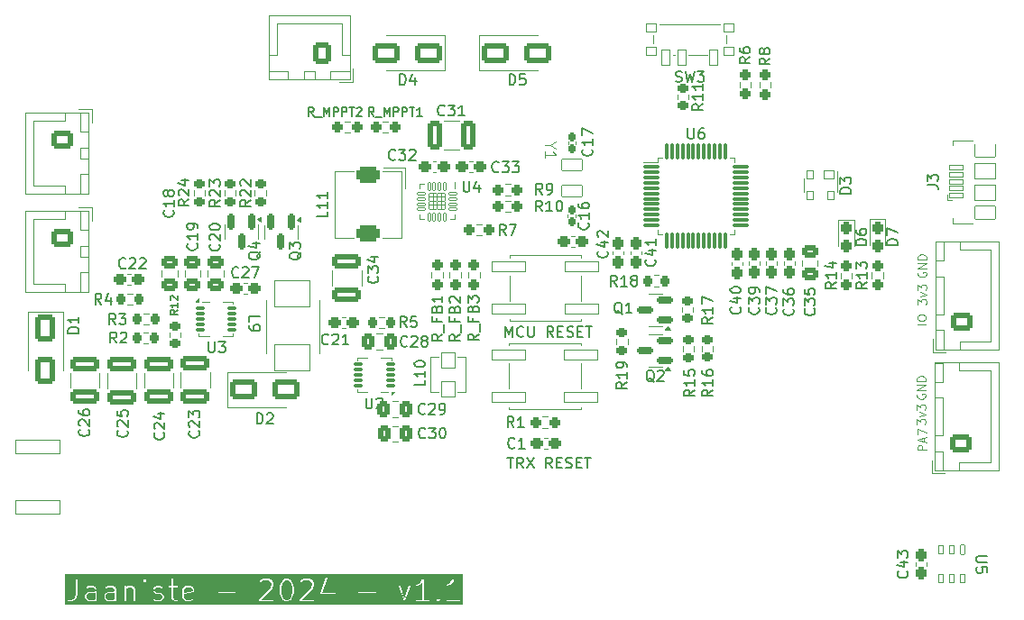
<source format=gto>
G04 #@! TF.GenerationSoftware,KiCad,Pcbnew,7.0.11-2.fc39*
G04 #@! TF.CreationDate,2024-05-02T20:43:30+03:00*
G04 #@! TF.ProjectId,mainboard_v1.1,6d61696e-626f-4617-9264-5f76312e312e,rev?*
G04 #@! TF.SameCoordinates,Original*
G04 #@! TF.FileFunction,Legend,Top*
G04 #@! TF.FilePolarity,Positive*
%FSLAX46Y46*%
G04 Gerber Fmt 4.6, Leading zero omitted, Abs format (unit mm)*
G04 Created by KiCad (PCBNEW 7.0.11-2.fc39) date 2024-05-02 20:43:30*
%MOMM*%
%LPD*%
G01*
G04 APERTURE LIST*
G04 Aperture macros list*
%AMRoundRect*
0 Rectangle with rounded corners*
0 $1 Rounding radius*
0 $2 $3 $4 $5 $6 $7 $8 $9 X,Y pos of 4 corners*
0 Add a 4 corners polygon primitive as box body*
4,1,4,$2,$3,$4,$5,$6,$7,$8,$9,$2,$3,0*
0 Add four circle primitives for the rounded corners*
1,1,$1+$1,$2,$3*
1,1,$1+$1,$4,$5*
1,1,$1+$1,$6,$7*
1,1,$1+$1,$8,$9*
0 Add four rect primitives between the rounded corners*
20,1,$1+$1,$2,$3,$4,$5,0*
20,1,$1+$1,$4,$5,$6,$7,0*
20,1,$1+$1,$6,$7,$8,$9,0*
20,1,$1+$1,$8,$9,$2,$3,0*%
%AMFreePoly0*
4,1,45,-0.098130,1.726870,-0.087000,1.700000,-0.087000,1.238000,0.087000,1.238000,0.087000,1.700000,0.098130,1.726870,0.125000,1.738000,0.375000,1.738000,0.401870,1.726870,0.413000,1.700000,0.413000,1.238000,0.825000,1.238000,0.851870,1.226870,0.863000,1.200000,0.863000,-1.200000,0.851870,-1.226870,0.825000,-1.238000,0.413000,-1.238000,0.413000,-1.700000,0.401870,-1.726870,
0.375000,-1.738000,0.125000,-1.738000,0.098130,-1.726870,0.087000,-1.700000,0.087000,-1.238000,-0.087000,-1.238000,-0.087000,-1.700000,-0.098130,-1.726870,-0.125000,-1.738000,-0.375000,-1.738000,-0.401870,-1.726870,-0.413000,-1.700000,-0.413000,-1.238000,-0.825000,-1.238000,-0.851870,-1.226870,-0.863000,-1.200000,-0.863000,1.200000,-0.851870,1.226870,-0.825000,1.238000,-0.413000,1.238000,
-0.413000,1.700000,-0.401870,1.726870,-0.375000,1.738000,-0.125000,1.738000,-0.098130,1.726870,-0.098130,1.726870,$1*%
G04 Aperture macros list end*
%ADD10C,0.150000*%
%ADD11C,0.120000*%
%ADD12C,0.100000*%
%ADD13RoundRect,0.079000X0.369000X0.079000X-0.369000X0.079000X-0.369000X-0.079000X0.369000X-0.079000X0*%
%ADD14C,0.776000*%
%ADD15FreePoly0,180.000000*%
%ADD16RoundRect,0.169000X0.606500X0.169000X-0.606500X0.169000X-0.606500X-0.169000X0.606500X-0.169000X0*%
%ADD17RoundRect,0.261176X0.626824X0.776824X-0.626824X0.776824X-0.626824X-0.776824X0.626824X-0.776824X0*%
%ADD18O,1.776000X2.076000*%
%ADD19C,2.276000*%
%ADD20RoundRect,0.038000X-0.950000X0.550000X-0.950000X-0.550000X0.950000X-0.550000X0.950000X0.550000X0*%
%ADD21RoundRect,0.174000X-0.174000X0.231500X-0.174000X-0.231500X0.174000X-0.231500X0.174000X0.231500X0*%
%ADD22RoundRect,0.264340X-1.123660X0.436160X-1.123660X-0.436160X1.123660X-0.436160X1.123660X0.436160X0*%
%ADD23RoundRect,0.256500X-0.256500X0.319000X-0.256500X-0.319000X0.256500X-0.319000X0.256500X0.319000X0*%
%ADD24RoundRect,0.260556X-1.027444X-0.677444X1.027444X-0.677444X1.027444X0.677444X-1.027444X0.677444X0*%
%ADD25RoundRect,0.219000X-0.219000X-0.294000X0.219000X-0.294000X0.219000X0.294000X-0.219000X0.294000X0*%
%ADD26RoundRect,0.219000X0.294000X-0.219000X0.294000X0.219000X-0.294000X0.219000X-0.294000X-0.219000X0*%
%ADD27RoundRect,0.266170X0.359330X0.496830X-0.359330X0.496830X-0.359330X-0.496830X0.359330X-0.496830X0*%
%ADD28RoundRect,0.256500X-0.319000X-0.256500X0.319000X-0.256500X0.319000X0.256500X-0.319000X0.256500X0*%
%ADD29RoundRect,0.266170X-0.496830X0.359330X-0.496830X-0.359330X0.496830X-0.359330X0.496830X0.359330X0*%
%ADD30RoundRect,0.394000X-0.744000X0.394000X-0.744000X-0.394000X0.744000X-0.394000X0.744000X0.394000X0*%
%ADD31RoundRect,0.038000X-0.125000X-0.350000X0.125000X-0.350000X0.125000X0.350000X-0.125000X0.350000X0*%
%ADD32RoundRect,0.038000X-0.350000X0.125000X-0.350000X-0.125000X0.350000X-0.125000X0.350000X0.125000X0*%
%ADD33RoundRect,0.038000X-0.181250X0.181250X-0.181250X-0.181250X0.181250X-0.181250X0.181250X0.181250X0*%
%ADD34RoundRect,0.169000X-0.169000X0.606500X-0.169000X-0.606500X0.169000X-0.606500X0.169000X0.606500X0*%
%ADD35RoundRect,0.038000X1.600000X0.500000X-1.600000X0.500000X-1.600000X-0.500000X1.600000X-0.500000X0*%
%ADD36RoundRect,0.256500X0.319000X0.256500X-0.319000X0.256500X-0.319000X-0.256500X0.319000X-0.256500X0*%
%ADD37RoundRect,0.256500X-0.256500X0.306500X-0.256500X-0.306500X0.256500X-0.306500X0.256500X0.306500X0*%
%ADD38RoundRect,0.256500X0.269000X0.256500X-0.269000X0.256500X-0.269000X-0.256500X0.269000X-0.256500X0*%
%ADD39RoundRect,0.038000X0.200000X0.430000X-0.200000X0.430000X-0.200000X-0.430000X0.200000X-0.430000X0*%
%ADD40RoundRect,0.038000X0.200000X0.400000X-0.200000X0.400000X-0.200000X-0.400000X0.200000X-0.400000X0*%
%ADD41RoundRect,0.264340X1.123660X-0.436160X1.123660X0.436160X-1.123660X0.436160X-1.123660X-0.436160X0*%
%ADD42RoundRect,0.260556X1.027444X0.677444X-1.027444X0.677444X-1.027444X-0.677444X1.027444X-0.677444X0*%
%ADD43RoundRect,0.038000X0.600000X-0.750000X0.600000X0.750000X-0.600000X0.750000X-0.600000X-0.750000X0*%
%ADD44RoundRect,0.256500X-0.256500X0.269000X-0.256500X-0.269000X0.256500X-0.269000X0.256500X0.269000X0*%
%ADD45RoundRect,0.094000X-0.681500X-0.094000X0.681500X-0.094000X0.681500X0.094000X-0.681500X0.094000X0*%
%ADD46RoundRect,0.094000X-0.094000X-0.681500X0.094000X-0.681500X0.094000X0.681500X-0.094000X0.681500X0*%
%ADD47RoundRect,0.079000X-0.369000X-0.079000X0.369000X-0.079000X0.369000X0.079000X-0.369000X0.079000X0*%
%ADD48FreePoly0,0.000000*%
%ADD49RoundRect,0.256500X0.256500X-0.269000X0.256500X0.269000X-0.256500X0.269000X-0.256500X-0.269000X0*%
%ADD50RoundRect,0.256500X-0.269000X-0.256500X0.269000X-0.256500X0.269000X0.256500X-0.269000X0.256500X0*%
%ADD51RoundRect,0.261176X-0.776824X0.626824X-0.776824X-0.626824X0.776824X-0.626824X0.776824X0.626824X0*%
%ADD52O,2.076000X1.776000*%
%ADD53RoundRect,0.260556X-0.677444X1.027444X-0.677444X-1.027444X0.677444X-1.027444X0.677444X1.027444X0*%
%ADD54RoundRect,0.219000X0.219000X0.294000X-0.219000X0.294000X-0.219000X-0.294000X0.219000X-0.294000X0*%
%ADD55RoundRect,0.038000X0.675000X-0.200000X0.675000X0.200000X-0.675000X0.200000X-0.675000X-0.200000X0*%
%ADD56O,1.976000X1.276000*%
%ADD57RoundRect,0.038000X0.950000X-0.600000X0.950000X0.600000X-0.950000X0.600000X-0.950000X-0.600000X0*%
%ADD58C,1.526000*%
%ADD59RoundRect,0.038000X0.950000X-0.750000X0.950000X0.750000X-0.950000X0.750000X-0.950000X-0.750000X0*%
%ADD60RoundRect,0.261176X0.751824X-0.626824X0.751824X0.626824X-0.751824X0.626824X-0.751824X-0.626824X0*%
%ADD61O,2.026000X1.776000*%
%ADD62RoundRect,0.038000X0.500000X0.400000X-0.500000X0.400000X-0.500000X-0.400000X0.500000X-0.400000X0*%
%ADD63C,0.976000*%
%ADD64RoundRect,0.038000X0.350000X0.750000X-0.350000X0.750000X-0.350000X-0.750000X0.350000X-0.750000X0*%
%ADD65RoundRect,0.219000X-0.294000X0.219000X-0.294000X-0.219000X0.294000X-0.219000X0.294000X0.219000X0*%
%ADD66RoundRect,0.174000X0.174000X-0.231500X0.174000X0.231500X-0.174000X0.231500X-0.174000X-0.231500X0*%
%ADD67RoundRect,0.038000X-0.500000X0.350000X-0.500000X-0.350000X0.500000X-0.350000X0.500000X0.350000X0*%
%ADD68RoundRect,0.038000X-0.300000X0.350000X-0.300000X-0.350000X0.300000X-0.350000X0.300000X0.350000X0*%
%ADD69RoundRect,0.038000X-1.625000X1.250000X-1.625000X-1.250000X1.625000X-1.250000X1.625000X1.250000X0*%
%ADD70RoundRect,0.264340X-0.436160X-1.123660X0.436160X-1.123660X0.436160X1.123660X-0.436160X1.123660X0*%
%ADD71C,4.576000*%
%ADD72C,3.076000*%
%ADD73RoundRect,0.038000X2.100000X-0.675000X2.100000X0.675000X-2.100000X0.675000X-2.100000X-0.675000X0*%
G04 APERTURE END LIST*
D10*
X172663922Y-77209819D02*
X173235350Y-77209819D01*
X172949636Y-78209819D02*
X172949636Y-77209819D01*
X174140112Y-78209819D02*
X173806779Y-77733628D01*
X173568684Y-78209819D02*
X173568684Y-77209819D01*
X173568684Y-77209819D02*
X173949636Y-77209819D01*
X173949636Y-77209819D02*
X174044874Y-77257438D01*
X174044874Y-77257438D02*
X174092493Y-77305057D01*
X174092493Y-77305057D02*
X174140112Y-77400295D01*
X174140112Y-77400295D02*
X174140112Y-77543152D01*
X174140112Y-77543152D02*
X174092493Y-77638390D01*
X174092493Y-77638390D02*
X174044874Y-77686009D01*
X174044874Y-77686009D02*
X173949636Y-77733628D01*
X173949636Y-77733628D02*
X173568684Y-77733628D01*
X174473446Y-77209819D02*
X175140112Y-78209819D01*
X175140112Y-77209819D02*
X174473446Y-78209819D01*
X176854398Y-78209819D02*
X176521065Y-77733628D01*
X176282970Y-78209819D02*
X176282970Y-77209819D01*
X176282970Y-77209819D02*
X176663922Y-77209819D01*
X176663922Y-77209819D02*
X176759160Y-77257438D01*
X176759160Y-77257438D02*
X176806779Y-77305057D01*
X176806779Y-77305057D02*
X176854398Y-77400295D01*
X176854398Y-77400295D02*
X176854398Y-77543152D01*
X176854398Y-77543152D02*
X176806779Y-77638390D01*
X176806779Y-77638390D02*
X176759160Y-77686009D01*
X176759160Y-77686009D02*
X176663922Y-77733628D01*
X176663922Y-77733628D02*
X176282970Y-77733628D01*
X177282970Y-77686009D02*
X177616303Y-77686009D01*
X177759160Y-78209819D02*
X177282970Y-78209819D01*
X177282970Y-78209819D02*
X177282970Y-77209819D01*
X177282970Y-77209819D02*
X177759160Y-77209819D01*
X178140113Y-78162200D02*
X178282970Y-78209819D01*
X178282970Y-78209819D02*
X178521065Y-78209819D01*
X178521065Y-78209819D02*
X178616303Y-78162200D01*
X178616303Y-78162200D02*
X178663922Y-78114580D01*
X178663922Y-78114580D02*
X178711541Y-78019342D01*
X178711541Y-78019342D02*
X178711541Y-77924104D01*
X178711541Y-77924104D02*
X178663922Y-77828866D01*
X178663922Y-77828866D02*
X178616303Y-77781247D01*
X178616303Y-77781247D02*
X178521065Y-77733628D01*
X178521065Y-77733628D02*
X178330589Y-77686009D01*
X178330589Y-77686009D02*
X178235351Y-77638390D01*
X178235351Y-77638390D02*
X178187732Y-77590771D01*
X178187732Y-77590771D02*
X178140113Y-77495533D01*
X178140113Y-77495533D02*
X178140113Y-77400295D01*
X178140113Y-77400295D02*
X178187732Y-77305057D01*
X178187732Y-77305057D02*
X178235351Y-77257438D01*
X178235351Y-77257438D02*
X178330589Y-77209819D01*
X178330589Y-77209819D02*
X178568684Y-77209819D01*
X178568684Y-77209819D02*
X178711541Y-77257438D01*
X179140113Y-77686009D02*
X179473446Y-77686009D01*
X179616303Y-78209819D02*
X179140113Y-78209819D01*
X179140113Y-78209819D02*
X179140113Y-77209819D01*
X179140113Y-77209819D02*
X179616303Y-77209819D01*
X179902018Y-77209819D02*
X180473446Y-77209819D01*
X180187732Y-78209819D02*
X180187732Y-77209819D01*
D11*
X211075855Y-74086767D02*
X211075855Y-73591529D01*
X211075855Y-73591529D02*
X211380617Y-73858195D01*
X211380617Y-73858195D02*
X211380617Y-73743910D01*
X211380617Y-73743910D02*
X211418712Y-73667719D01*
X211418712Y-73667719D02*
X211456807Y-73629624D01*
X211456807Y-73629624D02*
X211532998Y-73591529D01*
X211532998Y-73591529D02*
X211723474Y-73591529D01*
X211723474Y-73591529D02*
X211799664Y-73629624D01*
X211799664Y-73629624D02*
X211837760Y-73667719D01*
X211837760Y-73667719D02*
X211875855Y-73743910D01*
X211875855Y-73743910D02*
X211875855Y-73972481D01*
X211875855Y-73972481D02*
X211837760Y-74048672D01*
X211837760Y-74048672D02*
X211799664Y-74086767D01*
X211342521Y-73324862D02*
X211875855Y-73134386D01*
X211875855Y-73134386D02*
X211342521Y-72943909D01*
X211075855Y-72715338D02*
X211075855Y-72220100D01*
X211075855Y-72220100D02*
X211380617Y-72486766D01*
X211380617Y-72486766D02*
X211380617Y-72372481D01*
X211380617Y-72372481D02*
X211418712Y-72296290D01*
X211418712Y-72296290D02*
X211456807Y-72258195D01*
X211456807Y-72258195D02*
X211532998Y-72220100D01*
X211532998Y-72220100D02*
X211723474Y-72220100D01*
X211723474Y-72220100D02*
X211799664Y-72258195D01*
X211799664Y-72258195D02*
X211837760Y-72296290D01*
X211837760Y-72296290D02*
X211875855Y-72372481D01*
X211875855Y-72372481D02*
X211875855Y-72601052D01*
X211875855Y-72601052D02*
X211837760Y-72677243D01*
X211837760Y-72677243D02*
X211799664Y-72715338D01*
D10*
X172446779Y-65889819D02*
X172446779Y-64889819D01*
X172446779Y-64889819D02*
X172780112Y-65604104D01*
X172780112Y-65604104D02*
X173113445Y-64889819D01*
X173113445Y-64889819D02*
X173113445Y-65889819D01*
X174161064Y-65794580D02*
X174113445Y-65842200D01*
X174113445Y-65842200D02*
X173970588Y-65889819D01*
X173970588Y-65889819D02*
X173875350Y-65889819D01*
X173875350Y-65889819D02*
X173732493Y-65842200D01*
X173732493Y-65842200D02*
X173637255Y-65746961D01*
X173637255Y-65746961D02*
X173589636Y-65651723D01*
X173589636Y-65651723D02*
X173542017Y-65461247D01*
X173542017Y-65461247D02*
X173542017Y-65318390D01*
X173542017Y-65318390D02*
X173589636Y-65127914D01*
X173589636Y-65127914D02*
X173637255Y-65032676D01*
X173637255Y-65032676D02*
X173732493Y-64937438D01*
X173732493Y-64937438D02*
X173875350Y-64889819D01*
X173875350Y-64889819D02*
X173970588Y-64889819D01*
X173970588Y-64889819D02*
X174113445Y-64937438D01*
X174113445Y-64937438D02*
X174161064Y-64985057D01*
X174589636Y-64889819D02*
X174589636Y-65699342D01*
X174589636Y-65699342D02*
X174637255Y-65794580D01*
X174637255Y-65794580D02*
X174684874Y-65842200D01*
X174684874Y-65842200D02*
X174780112Y-65889819D01*
X174780112Y-65889819D02*
X174970588Y-65889819D01*
X174970588Y-65889819D02*
X175065826Y-65842200D01*
X175065826Y-65842200D02*
X175113445Y-65794580D01*
X175113445Y-65794580D02*
X175161064Y-65699342D01*
X175161064Y-65699342D02*
X175161064Y-64889819D01*
X176970588Y-65889819D02*
X176637255Y-65413628D01*
X176399160Y-65889819D02*
X176399160Y-64889819D01*
X176399160Y-64889819D02*
X176780112Y-64889819D01*
X176780112Y-64889819D02*
X176875350Y-64937438D01*
X176875350Y-64937438D02*
X176922969Y-64985057D01*
X176922969Y-64985057D02*
X176970588Y-65080295D01*
X176970588Y-65080295D02*
X176970588Y-65223152D01*
X176970588Y-65223152D02*
X176922969Y-65318390D01*
X176922969Y-65318390D02*
X176875350Y-65366009D01*
X176875350Y-65366009D02*
X176780112Y-65413628D01*
X176780112Y-65413628D02*
X176399160Y-65413628D01*
X177399160Y-65366009D02*
X177732493Y-65366009D01*
X177875350Y-65889819D02*
X177399160Y-65889819D01*
X177399160Y-65889819D02*
X177399160Y-64889819D01*
X177399160Y-64889819D02*
X177875350Y-64889819D01*
X178256303Y-65842200D02*
X178399160Y-65889819D01*
X178399160Y-65889819D02*
X178637255Y-65889819D01*
X178637255Y-65889819D02*
X178732493Y-65842200D01*
X178732493Y-65842200D02*
X178780112Y-65794580D01*
X178780112Y-65794580D02*
X178827731Y-65699342D01*
X178827731Y-65699342D02*
X178827731Y-65604104D01*
X178827731Y-65604104D02*
X178780112Y-65508866D01*
X178780112Y-65508866D02*
X178732493Y-65461247D01*
X178732493Y-65461247D02*
X178637255Y-65413628D01*
X178637255Y-65413628D02*
X178446779Y-65366009D01*
X178446779Y-65366009D02*
X178351541Y-65318390D01*
X178351541Y-65318390D02*
X178303922Y-65270771D01*
X178303922Y-65270771D02*
X178256303Y-65175533D01*
X178256303Y-65175533D02*
X178256303Y-65080295D01*
X178256303Y-65080295D02*
X178303922Y-64985057D01*
X178303922Y-64985057D02*
X178351541Y-64937438D01*
X178351541Y-64937438D02*
X178446779Y-64889819D01*
X178446779Y-64889819D02*
X178684874Y-64889819D01*
X178684874Y-64889819D02*
X178827731Y-64937438D01*
X179256303Y-65366009D02*
X179589636Y-65366009D01*
X179732493Y-65889819D02*
X179256303Y-65889819D01*
X179256303Y-65889819D02*
X179256303Y-64889819D01*
X179256303Y-64889819D02*
X179732493Y-64889819D01*
X180018208Y-64889819D02*
X180589636Y-64889819D01*
X180303922Y-65889819D02*
X180303922Y-64889819D01*
D11*
X211203950Y-59801529D02*
X211165855Y-59877719D01*
X211165855Y-59877719D02*
X211165855Y-59992005D01*
X211165855Y-59992005D02*
X211203950Y-60106291D01*
X211203950Y-60106291D02*
X211280140Y-60182481D01*
X211280140Y-60182481D02*
X211356331Y-60220576D01*
X211356331Y-60220576D02*
X211508712Y-60258672D01*
X211508712Y-60258672D02*
X211622998Y-60258672D01*
X211622998Y-60258672D02*
X211775379Y-60220576D01*
X211775379Y-60220576D02*
X211851569Y-60182481D01*
X211851569Y-60182481D02*
X211927760Y-60106291D01*
X211927760Y-60106291D02*
X211965855Y-59992005D01*
X211965855Y-59992005D02*
X211965855Y-59915814D01*
X211965855Y-59915814D02*
X211927760Y-59801529D01*
X211927760Y-59801529D02*
X211889664Y-59763433D01*
X211889664Y-59763433D02*
X211622998Y-59763433D01*
X211622998Y-59763433D02*
X211622998Y-59915814D01*
X211965855Y-59420576D02*
X211165855Y-59420576D01*
X211165855Y-59420576D02*
X211965855Y-58963433D01*
X211965855Y-58963433D02*
X211165855Y-58963433D01*
X211965855Y-58582481D02*
X211165855Y-58582481D01*
X211165855Y-58582481D02*
X211165855Y-58392005D01*
X211165855Y-58392005D02*
X211203950Y-58277719D01*
X211203950Y-58277719D02*
X211280140Y-58201529D01*
X211280140Y-58201529D02*
X211356331Y-58163434D01*
X211356331Y-58163434D02*
X211508712Y-58125338D01*
X211508712Y-58125338D02*
X211622998Y-58125338D01*
X211622998Y-58125338D02*
X211775379Y-58163434D01*
X211775379Y-58163434D02*
X211851569Y-58201529D01*
X211851569Y-58201529D02*
X211927760Y-58277719D01*
X211927760Y-58277719D02*
X211965855Y-58392005D01*
X211965855Y-58392005D02*
X211965855Y-58582481D01*
X211165855Y-62836767D02*
X211165855Y-62341529D01*
X211165855Y-62341529D02*
X211470617Y-62608195D01*
X211470617Y-62608195D02*
X211470617Y-62493910D01*
X211470617Y-62493910D02*
X211508712Y-62417719D01*
X211508712Y-62417719D02*
X211546807Y-62379624D01*
X211546807Y-62379624D02*
X211622998Y-62341529D01*
X211622998Y-62341529D02*
X211813474Y-62341529D01*
X211813474Y-62341529D02*
X211889664Y-62379624D01*
X211889664Y-62379624D02*
X211927760Y-62417719D01*
X211927760Y-62417719D02*
X211965855Y-62493910D01*
X211965855Y-62493910D02*
X211965855Y-62722481D01*
X211965855Y-62722481D02*
X211927760Y-62798672D01*
X211927760Y-62798672D02*
X211889664Y-62836767D01*
X211432521Y-62074862D02*
X211965855Y-61884386D01*
X211965855Y-61884386D02*
X211432521Y-61693909D01*
X211165855Y-61465338D02*
X211165855Y-60970100D01*
X211165855Y-60970100D02*
X211470617Y-61236766D01*
X211470617Y-61236766D02*
X211470617Y-61122481D01*
X211470617Y-61122481D02*
X211508712Y-61046290D01*
X211508712Y-61046290D02*
X211546807Y-61008195D01*
X211546807Y-61008195D02*
X211622998Y-60970100D01*
X211622998Y-60970100D02*
X211813474Y-60970100D01*
X211813474Y-60970100D02*
X211889664Y-61008195D01*
X211889664Y-61008195D02*
X211927760Y-61046290D01*
X211927760Y-61046290D02*
X211965855Y-61122481D01*
X211965855Y-61122481D02*
X211965855Y-61351052D01*
X211965855Y-61351052D02*
X211927760Y-61427243D01*
X211927760Y-61427243D02*
X211889664Y-61465338D01*
X211133950Y-71241529D02*
X211095855Y-71317719D01*
X211095855Y-71317719D02*
X211095855Y-71432005D01*
X211095855Y-71432005D02*
X211133950Y-71546291D01*
X211133950Y-71546291D02*
X211210140Y-71622481D01*
X211210140Y-71622481D02*
X211286331Y-71660576D01*
X211286331Y-71660576D02*
X211438712Y-71698672D01*
X211438712Y-71698672D02*
X211552998Y-71698672D01*
X211552998Y-71698672D02*
X211705379Y-71660576D01*
X211705379Y-71660576D02*
X211781569Y-71622481D01*
X211781569Y-71622481D02*
X211857760Y-71546291D01*
X211857760Y-71546291D02*
X211895855Y-71432005D01*
X211895855Y-71432005D02*
X211895855Y-71355814D01*
X211895855Y-71355814D02*
X211857760Y-71241529D01*
X211857760Y-71241529D02*
X211819664Y-71203433D01*
X211819664Y-71203433D02*
X211552998Y-71203433D01*
X211552998Y-71203433D02*
X211552998Y-71355814D01*
X211895855Y-70860576D02*
X211095855Y-70860576D01*
X211095855Y-70860576D02*
X211895855Y-70403433D01*
X211895855Y-70403433D02*
X211095855Y-70403433D01*
X211895855Y-70022481D02*
X211095855Y-70022481D01*
X211095855Y-70022481D02*
X211095855Y-69832005D01*
X211095855Y-69832005D02*
X211133950Y-69717719D01*
X211133950Y-69717719D02*
X211210140Y-69641529D01*
X211210140Y-69641529D02*
X211286331Y-69603434D01*
X211286331Y-69603434D02*
X211438712Y-69565338D01*
X211438712Y-69565338D02*
X211552998Y-69565338D01*
X211552998Y-69565338D02*
X211705379Y-69603434D01*
X211705379Y-69603434D02*
X211781569Y-69641529D01*
X211781569Y-69641529D02*
X211857760Y-69717719D01*
X211857760Y-69717719D02*
X211895855Y-69832005D01*
X211895855Y-69832005D02*
X211895855Y-70022481D01*
X211955855Y-76490576D02*
X211155855Y-76490576D01*
X211155855Y-76490576D02*
X211155855Y-76185814D01*
X211155855Y-76185814D02*
X211193950Y-76109624D01*
X211193950Y-76109624D02*
X211232045Y-76071529D01*
X211232045Y-76071529D02*
X211308236Y-76033433D01*
X211308236Y-76033433D02*
X211422521Y-76033433D01*
X211422521Y-76033433D02*
X211498712Y-76071529D01*
X211498712Y-76071529D02*
X211536807Y-76109624D01*
X211536807Y-76109624D02*
X211574902Y-76185814D01*
X211574902Y-76185814D02*
X211574902Y-76490576D01*
X211727283Y-75728672D02*
X211727283Y-75347719D01*
X211955855Y-75804862D02*
X211155855Y-75538195D01*
X211155855Y-75538195D02*
X211955855Y-75271529D01*
X211155855Y-75081053D02*
X211155855Y-74547719D01*
X211155855Y-74547719D02*
X211955855Y-74890577D01*
X211925855Y-64680576D02*
X211125855Y-64680576D01*
X211125855Y-64147243D02*
X211125855Y-63994862D01*
X211125855Y-63994862D02*
X211163950Y-63918672D01*
X211163950Y-63918672D02*
X211240140Y-63842481D01*
X211240140Y-63842481D02*
X211392521Y-63804386D01*
X211392521Y-63804386D02*
X211659188Y-63804386D01*
X211659188Y-63804386D02*
X211811569Y-63842481D01*
X211811569Y-63842481D02*
X211887760Y-63918672D01*
X211887760Y-63918672D02*
X211925855Y-63994862D01*
X211925855Y-63994862D02*
X211925855Y-64147243D01*
X211925855Y-64147243D02*
X211887760Y-64223434D01*
X211887760Y-64223434D02*
X211811569Y-64299624D01*
X211811569Y-64299624D02*
X211659188Y-64337720D01*
X211659188Y-64337720D02*
X211392521Y-64337720D01*
X211392521Y-64337720D02*
X211240140Y-64299624D01*
X211240140Y-64299624D02*
X211163950Y-64223434D01*
X211163950Y-64223434D02*
X211125855Y-64147243D01*
D10*
G36*
X133980827Y-90515847D02*
G01*
X133847646Y-90582438D01*
X133406865Y-90582438D01*
X133254585Y-90506298D01*
X133178446Y-90354018D01*
X133178446Y-90198952D01*
X133254585Y-90046672D01*
X133406865Y-89970533D01*
X133865351Y-89970533D01*
X133869564Y-89968999D01*
X133873925Y-89970041D01*
X133898892Y-89962615D01*
X133980827Y-89921647D01*
X133980827Y-90515847D01*
G37*
G36*
X135790351Y-90515847D02*
G01*
X135657170Y-90582438D01*
X135216389Y-90582438D01*
X135064109Y-90506298D01*
X134987970Y-90354018D01*
X134987970Y-90198952D01*
X135064109Y-90046672D01*
X135216389Y-89970533D01*
X135674875Y-89970533D01*
X135679088Y-89968999D01*
X135683449Y-89970041D01*
X135708416Y-89962615D01*
X135790351Y-89921647D01*
X135790351Y-90515847D01*
G37*
G36*
X143047545Y-89475243D02*
G01*
X143123685Y-89627523D01*
X143123685Y-89738809D01*
X142321304Y-89899285D01*
X142321304Y-89627523D01*
X142397443Y-89475243D01*
X142549723Y-89399104D01*
X142895266Y-89399104D01*
X143047545Y-89475243D01*
G37*
G36*
X152201878Y-88814315D02*
G01*
X152279904Y-88892341D01*
X152366016Y-89064566D01*
X152457019Y-89428576D01*
X152457019Y-89886299D01*
X152366016Y-90250309D01*
X152279903Y-90422534D01*
X152201877Y-90500561D01*
X152038124Y-90582438D01*
X151883057Y-90582438D01*
X151719303Y-90500561D01*
X151641277Y-90422534D01*
X151555164Y-90250309D01*
X151464162Y-89886299D01*
X151464162Y-89428576D01*
X151555164Y-89064566D01*
X151641277Y-88892341D01*
X151719303Y-88814315D01*
X151883057Y-88732438D01*
X152038124Y-88732438D01*
X152201878Y-88814315D01*
G37*
G36*
X168510643Y-91018152D02*
G01*
X131124823Y-91018152D01*
X131124823Y-90644414D01*
X131410537Y-90644414D01*
X131419446Y-90694938D01*
X131458746Y-90727915D01*
X131484398Y-90732438D01*
X131674874Y-90732438D01*
X131676412Y-90731877D01*
X131698591Y-90728589D01*
X131984305Y-90633351D01*
X131987817Y-90630563D01*
X131992284Y-90630173D01*
X132013621Y-90615233D01*
X132204097Y-90424756D01*
X132205991Y-90420693D01*
X132209812Y-90418346D01*
X132222215Y-90395440D01*
X132230121Y-90371723D01*
X133028446Y-90371723D01*
X133029979Y-90375936D01*
X133028938Y-90380297D01*
X133036364Y-90405264D01*
X133131602Y-90595741D01*
X133139755Y-90603461D01*
X133144222Y-90613765D01*
X133165143Y-90629282D01*
X133355619Y-90724520D01*
X133360072Y-90725032D01*
X133363508Y-90727915D01*
X133389160Y-90732438D01*
X133865351Y-90732438D01*
X133869564Y-90730904D01*
X133873925Y-90731946D01*
X133898892Y-90724520D01*
X133988868Y-90679531D01*
X133998374Y-90705647D01*
X134042803Y-90731299D01*
X134093327Y-90722390D01*
X134126304Y-90683090D01*
X134130827Y-90657438D01*
X134130827Y-90371723D01*
X134837970Y-90371723D01*
X134839503Y-90375936D01*
X134838462Y-90380297D01*
X134845888Y-90405264D01*
X134941126Y-90595741D01*
X134949279Y-90603461D01*
X134953746Y-90613765D01*
X134974667Y-90629282D01*
X135165143Y-90724520D01*
X135169596Y-90725032D01*
X135173032Y-90727915D01*
X135198684Y-90732438D01*
X135674875Y-90732438D01*
X135679088Y-90730904D01*
X135683449Y-90731946D01*
X135708416Y-90724520D01*
X135798392Y-90679531D01*
X135807898Y-90705647D01*
X135852327Y-90731299D01*
X135902851Y-90722390D01*
X135935828Y-90683090D01*
X135940351Y-90657438D01*
X136742732Y-90657438D01*
X136760279Y-90705647D01*
X136804708Y-90731299D01*
X136855232Y-90722390D01*
X136888209Y-90683090D01*
X136892732Y-90657438D01*
X136892732Y-89545646D01*
X136957397Y-89480981D01*
X137121151Y-89399104D01*
X137371456Y-89399104D01*
X137523735Y-89475243D01*
X137599875Y-89627523D01*
X137599875Y-90657438D01*
X137617422Y-90705647D01*
X137661851Y-90731299D01*
X137712375Y-90722390D01*
X137745352Y-90683090D01*
X137749875Y-90657438D01*
X138552256Y-90657438D01*
X138569803Y-90705647D01*
X138614232Y-90731299D01*
X138664756Y-90722390D01*
X138697733Y-90683090D01*
X138702256Y-90657438D01*
X138702256Y-89705057D01*
X139409399Y-89705057D01*
X139410932Y-89709270D01*
X139409891Y-89713631D01*
X139417317Y-89738598D01*
X139512555Y-89929074D01*
X139520708Y-89936794D01*
X139525175Y-89947098D01*
X139546096Y-89962615D01*
X139736572Y-90057853D01*
X139741025Y-90058365D01*
X139744461Y-90061248D01*
X139770113Y-90065771D01*
X140038122Y-90065771D01*
X140190402Y-90141910D01*
X140266542Y-90294190D01*
X140266542Y-90354018D01*
X140190402Y-90506298D01*
X140038122Y-90582438D01*
X139692580Y-90582438D01*
X139517940Y-90495118D01*
X139466973Y-90489253D01*
X139424160Y-90517519D01*
X139409534Y-90566694D01*
X139429937Y-90613765D01*
X139450858Y-90629282D01*
X139641334Y-90724520D01*
X139645787Y-90725032D01*
X139649223Y-90727915D01*
X139674875Y-90732438D01*
X140055827Y-90732438D01*
X140060040Y-90730904D01*
X140064401Y-90731946D01*
X140089368Y-90724520D01*
X140279845Y-90629282D01*
X140287565Y-90621128D01*
X140297869Y-90616662D01*
X140313386Y-90595741D01*
X140408624Y-90405263D01*
X140409136Y-90400810D01*
X140412019Y-90397375D01*
X140416542Y-90371723D01*
X140416542Y-90276485D01*
X140415008Y-90272273D01*
X140416051Y-90267911D01*
X140408624Y-90242944D01*
X140313386Y-90052468D01*
X140305232Y-90044748D01*
X140300766Y-90034444D01*
X140279845Y-90018927D01*
X140089368Y-89923689D01*
X140084914Y-89923176D01*
X140081479Y-89920294D01*
X140055827Y-89915771D01*
X139787818Y-89915771D01*
X139635538Y-89839631D01*
X139559399Y-89687352D01*
X139559399Y-89627523D01*
X139635538Y-89475243D01*
X139787818Y-89399104D01*
X140038122Y-89399104D01*
X140212764Y-89486424D01*
X140263730Y-89492289D01*
X140306543Y-89464023D01*
X140321170Y-89414848D01*
X140300766Y-89367777D01*
X140279845Y-89352260D01*
X140197485Y-89311080D01*
X140839110Y-89311080D01*
X140848019Y-89361604D01*
X140887319Y-89394581D01*
X140912971Y-89399104D01*
X141123685Y-89399104D01*
X141123685Y-90371723D01*
X141125218Y-90375936D01*
X141124177Y-90380297D01*
X141131603Y-90405264D01*
X141226841Y-90595741D01*
X141234994Y-90603461D01*
X141239461Y-90613765D01*
X141260382Y-90629282D01*
X141450858Y-90724520D01*
X141455311Y-90725032D01*
X141458747Y-90727915D01*
X141484399Y-90732438D01*
X141674875Y-90732438D01*
X141723084Y-90714891D01*
X141748736Y-90670462D01*
X141739827Y-90619938D01*
X141700527Y-90586961D01*
X141674875Y-90582438D01*
X141502104Y-90582438D01*
X141349824Y-90506298D01*
X141282537Y-90371723D01*
X142171304Y-90371723D01*
X142172837Y-90375936D01*
X142171796Y-90380297D01*
X142179222Y-90405264D01*
X142274460Y-90595741D01*
X142282613Y-90603461D01*
X142287080Y-90613765D01*
X142308001Y-90629282D01*
X142498477Y-90724520D01*
X142502930Y-90725032D01*
X142506366Y-90727915D01*
X142532018Y-90732438D01*
X142912971Y-90732438D01*
X142917184Y-90730904D01*
X142921545Y-90731946D01*
X142946512Y-90724520D01*
X143093748Y-90650902D01*
X149314448Y-90650902D01*
X149320289Y-90672704D01*
X149324210Y-90694938D01*
X149326837Y-90697142D01*
X149327725Y-90700456D01*
X149346216Y-90713404D01*
X149363510Y-90727915D01*
X149368094Y-90728723D01*
X149369751Y-90729883D01*
X149373039Y-90729595D01*
X149389162Y-90732438D01*
X150627257Y-90732438D01*
X150675466Y-90714891D01*
X150701118Y-90670462D01*
X150692209Y-90619938D01*
X150652909Y-90586961D01*
X150627257Y-90582438D01*
X149570228Y-90582438D01*
X150257132Y-89895533D01*
X151314162Y-89895533D01*
X151315347Y-89898790D01*
X151316401Y-89913723D01*
X151411639Y-90294675D01*
X151413627Y-90297619D01*
X151417318Y-90310026D01*
X151512556Y-90500502D01*
X151513742Y-90501625D01*
X151526605Y-90519994D01*
X151621843Y-90615233D01*
X151623325Y-90615924D01*
X151641335Y-90629282D01*
X151831811Y-90724520D01*
X151836264Y-90725032D01*
X151839700Y-90727915D01*
X151865352Y-90732438D01*
X152055829Y-90732438D01*
X152060042Y-90730904D01*
X152064403Y-90731946D01*
X152089370Y-90724520D01*
X152236606Y-90650902D01*
X153123972Y-90650902D01*
X153129813Y-90672704D01*
X153133734Y-90694938D01*
X153136361Y-90697142D01*
X153137249Y-90700456D01*
X153155740Y-90713404D01*
X153173034Y-90727915D01*
X153177618Y-90728723D01*
X153179275Y-90729883D01*
X153182563Y-90729595D01*
X153198686Y-90732438D01*
X154436781Y-90732438D01*
X154484990Y-90714891D01*
X154510642Y-90670462D01*
X154501733Y-90619938D01*
X154462433Y-90586961D01*
X154436781Y-90582438D01*
X153379752Y-90582438D01*
X153984442Y-89977747D01*
X155124825Y-89977747D01*
X155128377Y-89997893D01*
X155128936Y-90018338D01*
X155132738Y-90022626D01*
X155133734Y-90028271D01*
X155149401Y-90041417D01*
X155162973Y-90056723D01*
X155168643Y-90057563D01*
X155173034Y-90061248D01*
X155198686Y-90065771D01*
X156076067Y-90065771D01*
X156076067Y-90657438D01*
X156093614Y-90705647D01*
X156138043Y-90731299D01*
X156188567Y-90722390D01*
X156221544Y-90683090D01*
X156226067Y-90657438D01*
X156226067Y-90065771D01*
X156436781Y-90065771D01*
X156484990Y-90048224D01*
X156510642Y-90003795D01*
X156501733Y-89953271D01*
X156462433Y-89920294D01*
X156436781Y-89915771D01*
X156226067Y-89915771D01*
X156226067Y-89882509D01*
X158648635Y-89882509D01*
X158657544Y-89933033D01*
X158696844Y-89966010D01*
X158722496Y-89970533D01*
X160246306Y-89970533D01*
X160294515Y-89952986D01*
X160320167Y-89908557D01*
X160311258Y-89858033D01*
X160271958Y-89825056D01*
X160246306Y-89820533D01*
X158722496Y-89820533D01*
X158674287Y-89838080D01*
X158648635Y-89882509D01*
X156226067Y-89882509D01*
X156226067Y-89324104D01*
X156225902Y-89323650D01*
X162457021Y-89323650D01*
X162461389Y-89349329D01*
X162937579Y-90682664D01*
X162937887Y-90683035D01*
X162937890Y-90683515D01*
X162954221Y-90702741D01*
X162970319Y-90722162D01*
X162970790Y-90722248D01*
X162971103Y-90722616D01*
X162995983Y-90726848D01*
X163020787Y-90731377D01*
X163021206Y-90731138D01*
X163021680Y-90731219D01*
X163043436Y-90718481D01*
X163065371Y-90705994D01*
X163065538Y-90705542D01*
X163065953Y-90705300D01*
X163078841Y-90682663D01*
X163092501Y-90644414D01*
X164077207Y-90644414D01*
X164086116Y-90694938D01*
X164125416Y-90727915D01*
X164151068Y-90732438D01*
X165293925Y-90732438D01*
X165342134Y-90714891D01*
X165367786Y-90670462D01*
X165358877Y-90619938D01*
X165319577Y-90586961D01*
X165293925Y-90582438D01*
X164797496Y-90582438D01*
X164797496Y-90555664D01*
X165981116Y-90555664D01*
X165986158Y-90574484D01*
X165987857Y-90593896D01*
X165993530Y-90601998D01*
X165994393Y-90605219D01*
X165997124Y-90607131D01*
X166002797Y-90615233D01*
X166098035Y-90710471D01*
X166115692Y-90718704D01*
X166131657Y-90729883D01*
X166135073Y-90729584D01*
X166138044Y-90731299D01*
X166141424Y-90730702D01*
X166144532Y-90732152D01*
X166163351Y-90727109D01*
X166182764Y-90725411D01*
X166186577Y-90722741D01*
X166188568Y-90722390D01*
X166190689Y-90719861D01*
X166190866Y-90719737D01*
X166194086Y-90718875D01*
X166195997Y-90716144D01*
X166204101Y-90710471D01*
X166270158Y-90644414D01*
X166934350Y-90644414D01*
X166943259Y-90694938D01*
X166982559Y-90727915D01*
X167008211Y-90732438D01*
X168151068Y-90732438D01*
X168199277Y-90714891D01*
X168224929Y-90670462D01*
X168216020Y-90619938D01*
X168176720Y-90586961D01*
X168151068Y-90582438D01*
X167654639Y-90582438D01*
X167654639Y-88657438D01*
X167653163Y-88653384D01*
X167654184Y-88649195D01*
X167644537Y-88629684D01*
X167637092Y-88609229D01*
X167633357Y-88607072D01*
X167631446Y-88603207D01*
X167611518Y-88594463D01*
X167592663Y-88583577D01*
X167588414Y-88584326D01*
X167584466Y-88582594D01*
X167563578Y-88588705D01*
X167542139Y-88592486D01*
X167539366Y-88595789D01*
X167535227Y-88597001D01*
X167517235Y-88615836D01*
X167330877Y-88895371D01*
X167154260Y-89071989D01*
X166974670Y-89161784D01*
X166939398Y-89199038D01*
X166936323Y-89250249D01*
X166966887Y-89291454D01*
X167016785Y-89303374D01*
X167041752Y-89295948D01*
X167232228Y-89200710D01*
X167233354Y-89199520D01*
X167251720Y-89186661D01*
X167442196Y-88996185D01*
X167443672Y-88993018D01*
X167451567Y-88984755D01*
X167504639Y-88905146D01*
X167504639Y-90582438D01*
X167008211Y-90582438D01*
X166960002Y-90599985D01*
X166934350Y-90644414D01*
X166270158Y-90644414D01*
X166299339Y-90615233D01*
X166307571Y-90597577D01*
X166318751Y-90581612D01*
X166318160Y-90574867D01*
X166321020Y-90568736D01*
X166315978Y-90549919D01*
X166314280Y-90530505D01*
X166308605Y-90522400D01*
X166307743Y-90519182D01*
X166305013Y-90517270D01*
X166299340Y-90509168D01*
X166204101Y-90413928D01*
X166186444Y-90405694D01*
X166170479Y-90394516D01*
X166167062Y-90394814D01*
X166164092Y-90393100D01*
X166160712Y-90393695D01*
X166157605Y-90392247D01*
X166138788Y-90397288D01*
X166119372Y-90398987D01*
X166115557Y-90401658D01*
X166113568Y-90402009D01*
X166111447Y-90404535D01*
X166111267Y-90404661D01*
X166108050Y-90405524D01*
X166106138Y-90408253D01*
X166098035Y-90413928D01*
X166002797Y-90509167D01*
X165994563Y-90526824D01*
X165983385Y-90542789D01*
X165983975Y-90549532D01*
X165981116Y-90555664D01*
X164797496Y-90555664D01*
X164797496Y-88657438D01*
X164796020Y-88653384D01*
X164797041Y-88649195D01*
X164787394Y-88629684D01*
X164779949Y-88609229D01*
X164776214Y-88607072D01*
X164774303Y-88603207D01*
X164754375Y-88594463D01*
X164735520Y-88583577D01*
X164731271Y-88584326D01*
X164727323Y-88582594D01*
X164706435Y-88588705D01*
X164684996Y-88592486D01*
X164682223Y-88595789D01*
X164678084Y-88597001D01*
X164660092Y-88615836D01*
X164473734Y-88895371D01*
X164297117Y-89071989D01*
X164117527Y-89161784D01*
X164082255Y-89199038D01*
X164079180Y-89250249D01*
X164109744Y-89291454D01*
X164159642Y-89303374D01*
X164184609Y-89295948D01*
X164375085Y-89200710D01*
X164376211Y-89199520D01*
X164394577Y-89186661D01*
X164585053Y-88996185D01*
X164586529Y-88993018D01*
X164594424Y-88984755D01*
X164647496Y-88905146D01*
X164647496Y-90582438D01*
X164151068Y-90582438D01*
X164102859Y-90599985D01*
X164077207Y-90644414D01*
X163092501Y-90644414D01*
X163555032Y-89349329D01*
X163554721Y-89298027D01*
X163521508Y-89258926D01*
X163470931Y-89250323D01*
X163426658Y-89276242D01*
X163413770Y-89298879D01*
X163008210Y-90434446D01*
X162602651Y-89298879D01*
X162569911Y-89259380D01*
X162519443Y-89250166D01*
X162474859Y-89275549D01*
X162457021Y-89323650D01*
X156225902Y-89323650D01*
X156208520Y-89275895D01*
X156164091Y-89250243D01*
X156113567Y-89259152D01*
X156080590Y-89298452D01*
X156076067Y-89324104D01*
X156076067Y-89915771D01*
X155302743Y-89915771D01*
X155746027Y-88585917D01*
X155744626Y-88534633D01*
X155710589Y-88496248D01*
X155659840Y-88488723D01*
X155616128Y-88515578D01*
X155603725Y-88538483D01*
X155127535Y-89967054D01*
X155127691Y-89972782D01*
X155124825Y-89977747D01*
X153984442Y-89977747D01*
X154394576Y-89567613D01*
X154396471Y-89563548D01*
X154400291Y-89561202D01*
X154412694Y-89538297D01*
X154507932Y-89252583D01*
X154507887Y-89250948D01*
X154511781Y-89228866D01*
X154511781Y-89038390D01*
X154510247Y-89034178D01*
X154511290Y-89029816D01*
X154503863Y-89004849D01*
X154408625Y-88814373D01*
X154407438Y-88813249D01*
X154394576Y-88794881D01*
X154299338Y-88699643D01*
X154297853Y-88698950D01*
X154279846Y-88685594D01*
X154089370Y-88590356D01*
X154084916Y-88589843D01*
X154081481Y-88586961D01*
X154055829Y-88582438D01*
X153579638Y-88582438D01*
X153575426Y-88583971D01*
X153571064Y-88582929D01*
X153546097Y-88590356D01*
X153355621Y-88685594D01*
X153354497Y-88686780D01*
X153336129Y-88699643D01*
X153240891Y-88794881D01*
X153219210Y-88841378D01*
X153232487Y-88890932D01*
X153274513Y-88920359D01*
X153325620Y-88915887D01*
X153346957Y-88900947D01*
X153433589Y-88814315D01*
X153597343Y-88732438D01*
X154038124Y-88732438D01*
X154201878Y-88814315D01*
X154279904Y-88892341D01*
X154361781Y-89056095D01*
X154361781Y-89216696D01*
X154275990Y-89474066D01*
X153145653Y-90604405D01*
X153136115Y-90624858D01*
X153124825Y-90644414D01*
X153125421Y-90647794D01*
X153123972Y-90650902D01*
X152236606Y-90650902D01*
X152279846Y-90629282D01*
X152280972Y-90628092D01*
X152299338Y-90615233D01*
X152394577Y-90519993D01*
X152395268Y-90518510D01*
X152408625Y-90500502D01*
X152503863Y-90310026D01*
X152504269Y-90306497D01*
X152509542Y-90294675D01*
X152604780Y-89913723D01*
X152604419Y-89910274D01*
X152607019Y-89895533D01*
X152607019Y-89419342D01*
X152605833Y-89416084D01*
X152604780Y-89401152D01*
X152509542Y-89020200D01*
X152507553Y-89017256D01*
X152503863Y-89004849D01*
X152408625Y-88814373D01*
X152407438Y-88813249D01*
X152394576Y-88794881D01*
X152299338Y-88699643D01*
X152297853Y-88698950D01*
X152279846Y-88685594D01*
X152089370Y-88590356D01*
X152084916Y-88589843D01*
X152081481Y-88586961D01*
X152055829Y-88582438D01*
X151865352Y-88582438D01*
X151861140Y-88583971D01*
X151856778Y-88582929D01*
X151831811Y-88590356D01*
X151641335Y-88685594D01*
X151640211Y-88686780D01*
X151621843Y-88699643D01*
X151526605Y-88794881D01*
X151525912Y-88796365D01*
X151512556Y-88814373D01*
X151417318Y-89004849D01*
X151416911Y-89008377D01*
X151411639Y-89020200D01*
X151316401Y-89401152D01*
X151316761Y-89404600D01*
X151314162Y-89419342D01*
X151314162Y-89895533D01*
X150257132Y-89895533D01*
X150585052Y-89567613D01*
X150586947Y-89563548D01*
X150590767Y-89561202D01*
X150603170Y-89538297D01*
X150698408Y-89252583D01*
X150698363Y-89250948D01*
X150702257Y-89228866D01*
X150702257Y-89038390D01*
X150700723Y-89034178D01*
X150701766Y-89029816D01*
X150694339Y-89004849D01*
X150599101Y-88814373D01*
X150597914Y-88813249D01*
X150585052Y-88794881D01*
X150489814Y-88699643D01*
X150488329Y-88698950D01*
X150470322Y-88685594D01*
X150279846Y-88590356D01*
X150275392Y-88589843D01*
X150271957Y-88586961D01*
X150246305Y-88582438D01*
X149770114Y-88582438D01*
X149765902Y-88583971D01*
X149761540Y-88582929D01*
X149736573Y-88590356D01*
X149546097Y-88685594D01*
X149544973Y-88686780D01*
X149526605Y-88699643D01*
X149431367Y-88794881D01*
X149409686Y-88841378D01*
X149422963Y-88890932D01*
X149464989Y-88920359D01*
X149516096Y-88915887D01*
X149537433Y-88900947D01*
X149624065Y-88814315D01*
X149787819Y-88732438D01*
X150228600Y-88732438D01*
X150392354Y-88814315D01*
X150470380Y-88892341D01*
X150552257Y-89056095D01*
X150552257Y-89216696D01*
X150466466Y-89474066D01*
X149336129Y-90604405D01*
X149326591Y-90624858D01*
X149315301Y-90644414D01*
X149315897Y-90647794D01*
X149314448Y-90650902D01*
X143093748Y-90650902D01*
X143136988Y-90629282D01*
X143172261Y-90592028D01*
X143175335Y-90540817D01*
X143144772Y-90499611D01*
X143094873Y-90487691D01*
X143069906Y-90495118D01*
X142895266Y-90582438D01*
X142549723Y-90582438D01*
X142397443Y-90506298D01*
X142321304Y-90354018D01*
X142321304Y-90052256D01*
X143170044Y-89882509D01*
X145505777Y-89882509D01*
X145514686Y-89933033D01*
X145553986Y-89966010D01*
X145579638Y-89970533D01*
X147103448Y-89970533D01*
X147151657Y-89952986D01*
X147177309Y-89908557D01*
X147168400Y-89858033D01*
X147129100Y-89825056D01*
X147103448Y-89820533D01*
X145579638Y-89820533D01*
X145531429Y-89838080D01*
X145505777Y-89882509D01*
X143170044Y-89882509D01*
X143213394Y-89873839D01*
X143223981Y-89867398D01*
X143236185Y-89865247D01*
X143245218Y-89854480D01*
X143257225Y-89847178D01*
X143261195Y-89835440D01*
X143269162Y-89825947D01*
X143273685Y-89800295D01*
X143273685Y-89609819D01*
X143272151Y-89605607D01*
X143273194Y-89601245D01*
X143265767Y-89576279D01*
X143170529Y-89385801D01*
X143162374Y-89378080D01*
X143157909Y-89367778D01*
X143136988Y-89352260D01*
X142946512Y-89257022D01*
X142942058Y-89256509D01*
X142938623Y-89253627D01*
X142912971Y-89249104D01*
X142532018Y-89249104D01*
X142527806Y-89250637D01*
X142523444Y-89249595D01*
X142498477Y-89257022D01*
X142308001Y-89352260D01*
X142300281Y-89360413D01*
X142289977Y-89364880D01*
X142274460Y-89385801D01*
X142179222Y-89576278D01*
X142178709Y-89580731D01*
X142175827Y-89584167D01*
X142171304Y-89609819D01*
X142171304Y-90371723D01*
X141282537Y-90371723D01*
X141273685Y-90354018D01*
X141273685Y-89399104D01*
X141674875Y-89399104D01*
X141723084Y-89381557D01*
X141748736Y-89337128D01*
X141739827Y-89286604D01*
X141700527Y-89253627D01*
X141674875Y-89249104D01*
X141273685Y-89249104D01*
X141273685Y-88657438D01*
X141256138Y-88609229D01*
X141211709Y-88583577D01*
X141161185Y-88592486D01*
X141128208Y-88631786D01*
X141123685Y-88657438D01*
X141123685Y-89249104D01*
X140912971Y-89249104D01*
X140864762Y-89266651D01*
X140839110Y-89311080D01*
X140197485Y-89311080D01*
X140089368Y-89257022D01*
X140084914Y-89256509D01*
X140081479Y-89253627D01*
X140055827Y-89249104D01*
X139770113Y-89249104D01*
X139765901Y-89250637D01*
X139761539Y-89249595D01*
X139736572Y-89257022D01*
X139546096Y-89352260D01*
X139538376Y-89360413D01*
X139528072Y-89364880D01*
X139512555Y-89385801D01*
X139417317Y-89576278D01*
X139416804Y-89580731D01*
X139413922Y-89584167D01*
X139409399Y-89609819D01*
X139409399Y-89705057D01*
X138702256Y-89705057D01*
X138702256Y-89324104D01*
X138684709Y-89275895D01*
X138640280Y-89250243D01*
X138589756Y-89259152D01*
X138556779Y-89298452D01*
X138552256Y-89324104D01*
X138552256Y-90657438D01*
X137749875Y-90657438D01*
X137749875Y-89609819D01*
X137748341Y-89605607D01*
X137749384Y-89601245D01*
X137741957Y-89576279D01*
X137646719Y-89385801D01*
X137638564Y-89378080D01*
X137634099Y-89367778D01*
X137613178Y-89352260D01*
X137422702Y-89257022D01*
X137418248Y-89256509D01*
X137414813Y-89253627D01*
X137389161Y-89249104D01*
X137103446Y-89249104D01*
X137099234Y-89250637D01*
X137094872Y-89249595D01*
X137069905Y-89257022D01*
X136892732Y-89345608D01*
X136892732Y-89324104D01*
X136875185Y-89275895D01*
X136830756Y-89250243D01*
X136780232Y-89259152D01*
X136747255Y-89298452D01*
X136742732Y-89324104D01*
X136742732Y-90657438D01*
X135940351Y-90657438D01*
X135940351Y-89609819D01*
X135938817Y-89605607D01*
X135939860Y-89601245D01*
X135932433Y-89576279D01*
X135837195Y-89385801D01*
X135829040Y-89378080D01*
X135824575Y-89367778D01*
X135803654Y-89352260D01*
X135613178Y-89257022D01*
X135608724Y-89256509D01*
X135605289Y-89253627D01*
X135579637Y-89249104D01*
X135198684Y-89249104D01*
X135194472Y-89250637D01*
X135190110Y-89249595D01*
X135165143Y-89257022D01*
X134974667Y-89352260D01*
X134939395Y-89389514D01*
X134936320Y-89440725D01*
X134966884Y-89481930D01*
X135016782Y-89493850D01*
X135041749Y-89486424D01*
X135216389Y-89399104D01*
X135561932Y-89399104D01*
X135714211Y-89475243D01*
X135790351Y-89627523D01*
X135790351Y-89753942D01*
X135657170Y-89820533D01*
X135198684Y-89820533D01*
X135194472Y-89822066D01*
X135190110Y-89821024D01*
X135165143Y-89828451D01*
X134974667Y-89923689D01*
X134966946Y-89931843D01*
X134956644Y-89936309D01*
X134941126Y-89957230D01*
X134845888Y-90147706D01*
X134845375Y-90152159D01*
X134842493Y-90155595D01*
X134837970Y-90181247D01*
X134837970Y-90371723D01*
X134130827Y-90371723D01*
X134130827Y-89609819D01*
X134129293Y-89605607D01*
X134130336Y-89601245D01*
X134122909Y-89576279D01*
X134027671Y-89385801D01*
X134019516Y-89378080D01*
X134015051Y-89367778D01*
X133994130Y-89352260D01*
X133803654Y-89257022D01*
X133799200Y-89256509D01*
X133795765Y-89253627D01*
X133770113Y-89249104D01*
X133389160Y-89249104D01*
X133384948Y-89250637D01*
X133380586Y-89249595D01*
X133355619Y-89257022D01*
X133165143Y-89352260D01*
X133129871Y-89389514D01*
X133126796Y-89440725D01*
X133157360Y-89481930D01*
X133207258Y-89493850D01*
X133232225Y-89486424D01*
X133406865Y-89399104D01*
X133752408Y-89399104D01*
X133904687Y-89475243D01*
X133980827Y-89627523D01*
X133980827Y-89753942D01*
X133847646Y-89820533D01*
X133389160Y-89820533D01*
X133384948Y-89822066D01*
X133380586Y-89821024D01*
X133355619Y-89828451D01*
X133165143Y-89923689D01*
X133157422Y-89931843D01*
X133147120Y-89936309D01*
X133131602Y-89957230D01*
X133036364Y-90147706D01*
X133035851Y-90152159D01*
X133032969Y-90155595D01*
X133028446Y-90181247D01*
X133028446Y-90371723D01*
X132230121Y-90371723D01*
X132317454Y-90109727D01*
X132317409Y-90108091D01*
X132321303Y-90086009D01*
X132321303Y-88746140D01*
X138457304Y-88746140D01*
X138462346Y-88764959D01*
X138464045Y-88784372D01*
X138469718Y-88792474D01*
X138470581Y-88795694D01*
X138473311Y-88797605D01*
X138478985Y-88805709D01*
X138574223Y-88900947D01*
X138591880Y-88909180D01*
X138607845Y-88920359D01*
X138611261Y-88920060D01*
X138614232Y-88921775D01*
X138617612Y-88921178D01*
X138620720Y-88922628D01*
X138639539Y-88917585D01*
X138658952Y-88915887D01*
X138662765Y-88913217D01*
X138664756Y-88912866D01*
X138666877Y-88910337D01*
X138667054Y-88910213D01*
X138670274Y-88909351D01*
X138672185Y-88906620D01*
X138680289Y-88900947D01*
X138775527Y-88805709D01*
X138783759Y-88788053D01*
X138794939Y-88772088D01*
X138794348Y-88765343D01*
X138797208Y-88759212D01*
X138792166Y-88740395D01*
X138790468Y-88720980D01*
X138784793Y-88712875D01*
X138783931Y-88709658D01*
X138781201Y-88707746D01*
X138775527Y-88699643D01*
X138680289Y-88604405D01*
X138662633Y-88596172D01*
X138646668Y-88584993D01*
X138643250Y-88585291D01*
X138640280Y-88583577D01*
X138636899Y-88584173D01*
X138633792Y-88582724D01*
X138614975Y-88587765D01*
X138595560Y-88589464D01*
X138591745Y-88592135D01*
X138589756Y-88592486D01*
X138587635Y-88595012D01*
X138587455Y-88595138D01*
X138584238Y-88596001D01*
X138582326Y-88598730D01*
X138574223Y-88604405D01*
X138478985Y-88699643D01*
X138470751Y-88717300D01*
X138459573Y-88733265D01*
X138460163Y-88740008D01*
X138457304Y-88746140D01*
X132321303Y-88746140D01*
X132321303Y-88657438D01*
X132303756Y-88609229D01*
X132259327Y-88583577D01*
X132208803Y-88592486D01*
X132175826Y-88631786D01*
X132171303Y-88657438D01*
X132171303Y-90073838D01*
X132085512Y-90331209D01*
X131920073Y-90496648D01*
X131662704Y-90582438D01*
X131484398Y-90582438D01*
X131436189Y-90599985D01*
X131410537Y-90644414D01*
X131124823Y-90644414D01*
X131124823Y-88203009D01*
X168510643Y-88203009D01*
X168510643Y-91018152D01*
G37*
X159374025Y-71618569D02*
X159374025Y-72428092D01*
X159374025Y-72428092D02*
X159421644Y-72523330D01*
X159421644Y-72523330D02*
X159469263Y-72570950D01*
X159469263Y-72570950D02*
X159564501Y-72618569D01*
X159564501Y-72618569D02*
X159754977Y-72618569D01*
X159754977Y-72618569D02*
X159850215Y-72570950D01*
X159850215Y-72570950D02*
X159897834Y-72523330D01*
X159897834Y-72523330D02*
X159945453Y-72428092D01*
X159945453Y-72428092D02*
X159945453Y-71618569D01*
X160374025Y-71713807D02*
X160421644Y-71666188D01*
X160421644Y-71666188D02*
X160516882Y-71618569D01*
X160516882Y-71618569D02*
X160754977Y-71618569D01*
X160754977Y-71618569D02*
X160850215Y-71666188D01*
X160850215Y-71666188D02*
X160897834Y-71713807D01*
X160897834Y-71713807D02*
X160945453Y-71809045D01*
X160945453Y-71809045D02*
X160945453Y-71904283D01*
X160945453Y-71904283D02*
X160897834Y-72047140D01*
X160897834Y-72047140D02*
X160326406Y-72618569D01*
X160326406Y-72618569D02*
X160945453Y-72618569D01*
X186434761Y-70110057D02*
X186339523Y-70062438D01*
X186339523Y-70062438D02*
X186244285Y-69967200D01*
X186244285Y-69967200D02*
X186101428Y-69824342D01*
X186101428Y-69824342D02*
X186006190Y-69776723D01*
X186006190Y-69776723D02*
X185910952Y-69776723D01*
X185958571Y-70014819D02*
X185863333Y-69967200D01*
X185863333Y-69967200D02*
X185768095Y-69871961D01*
X185768095Y-69871961D02*
X185720476Y-69681485D01*
X185720476Y-69681485D02*
X185720476Y-69348152D01*
X185720476Y-69348152D02*
X185768095Y-69157676D01*
X185768095Y-69157676D02*
X185863333Y-69062438D01*
X185863333Y-69062438D02*
X185958571Y-69014819D01*
X185958571Y-69014819D02*
X186149047Y-69014819D01*
X186149047Y-69014819D02*
X186244285Y-69062438D01*
X186244285Y-69062438D02*
X186339523Y-69157676D01*
X186339523Y-69157676D02*
X186387142Y-69348152D01*
X186387142Y-69348152D02*
X186387142Y-69681485D01*
X186387142Y-69681485D02*
X186339523Y-69871961D01*
X186339523Y-69871961D02*
X186244285Y-69967200D01*
X186244285Y-69967200D02*
X186149047Y-70014819D01*
X186149047Y-70014819D02*
X185958571Y-70014819D01*
X186768095Y-69110057D02*
X186815714Y-69062438D01*
X186815714Y-69062438D02*
X186910952Y-69014819D01*
X186910952Y-69014819D02*
X187149047Y-69014819D01*
X187149047Y-69014819D02*
X187244285Y-69062438D01*
X187244285Y-69062438D02*
X187291904Y-69110057D01*
X187291904Y-69110057D02*
X187339523Y-69205295D01*
X187339523Y-69205295D02*
X187339523Y-69300533D01*
X187339523Y-69300533D02*
X187291904Y-69443390D01*
X187291904Y-69443390D02*
X186720476Y-70014819D01*
X186720476Y-70014819D02*
X187339523Y-70014819D01*
D12*
X176696271Y-47853809D02*
X176220080Y-47853809D01*
X177220080Y-47520476D02*
X176696271Y-47853809D01*
X176696271Y-47853809D02*
X177220080Y-48187142D01*
X176220080Y-49044285D02*
X176220080Y-48472857D01*
X176220080Y-48758571D02*
X177220080Y-48758571D01*
X177220080Y-48758571D02*
X177077223Y-48663333D01*
X177077223Y-48663333D02*
X176981985Y-48568095D01*
X176981985Y-48568095D02*
X176934366Y-48472857D01*
D10*
X180209580Y-55162857D02*
X180257200Y-55210476D01*
X180257200Y-55210476D02*
X180304819Y-55353333D01*
X180304819Y-55353333D02*
X180304819Y-55448571D01*
X180304819Y-55448571D02*
X180257200Y-55591428D01*
X180257200Y-55591428D02*
X180161961Y-55686666D01*
X180161961Y-55686666D02*
X180066723Y-55734285D01*
X180066723Y-55734285D02*
X179876247Y-55781904D01*
X179876247Y-55781904D02*
X179733390Y-55781904D01*
X179733390Y-55781904D02*
X179542914Y-55734285D01*
X179542914Y-55734285D02*
X179447676Y-55686666D01*
X179447676Y-55686666D02*
X179352438Y-55591428D01*
X179352438Y-55591428D02*
X179304819Y-55448571D01*
X179304819Y-55448571D02*
X179304819Y-55353333D01*
X179304819Y-55353333D02*
X179352438Y-55210476D01*
X179352438Y-55210476D02*
X179400057Y-55162857D01*
X180304819Y-54210476D02*
X180304819Y-54781904D01*
X180304819Y-54496190D02*
X179304819Y-54496190D01*
X179304819Y-54496190D02*
X179447676Y-54591428D01*
X179447676Y-54591428D02*
X179542914Y-54686666D01*
X179542914Y-54686666D02*
X179590533Y-54781904D01*
X179304819Y-53353333D02*
X179304819Y-53543809D01*
X179304819Y-53543809D02*
X179352438Y-53639047D01*
X179352438Y-53639047D02*
X179400057Y-53686666D01*
X179400057Y-53686666D02*
X179542914Y-53781904D01*
X179542914Y-53781904D02*
X179733390Y-53829523D01*
X179733390Y-53829523D02*
X180114342Y-53829523D01*
X180114342Y-53829523D02*
X180209580Y-53781904D01*
X180209580Y-53781904D02*
X180257200Y-53734285D01*
X180257200Y-53734285D02*
X180304819Y-53639047D01*
X180304819Y-53639047D02*
X180304819Y-53448571D01*
X180304819Y-53448571D02*
X180257200Y-53353333D01*
X180257200Y-53353333D02*
X180209580Y-53305714D01*
X180209580Y-53305714D02*
X180114342Y-53258095D01*
X180114342Y-53258095D02*
X179876247Y-53258095D01*
X179876247Y-53258095D02*
X179781009Y-53305714D01*
X179781009Y-53305714D02*
X179733390Y-53353333D01*
X179733390Y-53353333D02*
X179685771Y-53448571D01*
X179685771Y-53448571D02*
X179685771Y-53639047D01*
X179685771Y-53639047D02*
X179733390Y-53734285D01*
X179733390Y-53734285D02*
X179781009Y-53781904D01*
X179781009Y-53781904D02*
X179876247Y-53829523D01*
X133349580Y-74592857D02*
X133397200Y-74640476D01*
X133397200Y-74640476D02*
X133444819Y-74783333D01*
X133444819Y-74783333D02*
X133444819Y-74878571D01*
X133444819Y-74878571D02*
X133397200Y-75021428D01*
X133397200Y-75021428D02*
X133301961Y-75116666D01*
X133301961Y-75116666D02*
X133206723Y-75164285D01*
X133206723Y-75164285D02*
X133016247Y-75211904D01*
X133016247Y-75211904D02*
X132873390Y-75211904D01*
X132873390Y-75211904D02*
X132682914Y-75164285D01*
X132682914Y-75164285D02*
X132587676Y-75116666D01*
X132587676Y-75116666D02*
X132492438Y-75021428D01*
X132492438Y-75021428D02*
X132444819Y-74878571D01*
X132444819Y-74878571D02*
X132444819Y-74783333D01*
X132444819Y-74783333D02*
X132492438Y-74640476D01*
X132492438Y-74640476D02*
X132540057Y-74592857D01*
X132540057Y-74211904D02*
X132492438Y-74164285D01*
X132492438Y-74164285D02*
X132444819Y-74069047D01*
X132444819Y-74069047D02*
X132444819Y-73830952D01*
X132444819Y-73830952D02*
X132492438Y-73735714D01*
X132492438Y-73735714D02*
X132540057Y-73688095D01*
X132540057Y-73688095D02*
X132635295Y-73640476D01*
X132635295Y-73640476D02*
X132730533Y-73640476D01*
X132730533Y-73640476D02*
X132873390Y-73688095D01*
X132873390Y-73688095D02*
X133444819Y-74259523D01*
X133444819Y-74259523D02*
X133444819Y-73640476D01*
X132444819Y-72783333D02*
X132444819Y-72973809D01*
X132444819Y-72973809D02*
X132492438Y-73069047D01*
X132492438Y-73069047D02*
X132540057Y-73116666D01*
X132540057Y-73116666D02*
X132682914Y-73211904D01*
X132682914Y-73211904D02*
X132873390Y-73259523D01*
X132873390Y-73259523D02*
X133254342Y-73259523D01*
X133254342Y-73259523D02*
X133349580Y-73211904D01*
X133349580Y-73211904D02*
X133397200Y-73164285D01*
X133397200Y-73164285D02*
X133444819Y-73069047D01*
X133444819Y-73069047D02*
X133444819Y-72878571D01*
X133444819Y-72878571D02*
X133397200Y-72783333D01*
X133397200Y-72783333D02*
X133349580Y-72735714D01*
X133349580Y-72735714D02*
X133254342Y-72688095D01*
X133254342Y-72688095D02*
X133016247Y-72688095D01*
X133016247Y-72688095D02*
X132921009Y-72735714D01*
X132921009Y-72735714D02*
X132873390Y-72783333D01*
X132873390Y-72783333D02*
X132825771Y-72878571D01*
X132825771Y-72878571D02*
X132825771Y-73069047D01*
X132825771Y-73069047D02*
X132873390Y-73164285D01*
X132873390Y-73164285D02*
X132921009Y-73211904D01*
X132921009Y-73211904D02*
X133016247Y-73259523D01*
X199449580Y-63242857D02*
X199497200Y-63290476D01*
X199497200Y-63290476D02*
X199544819Y-63433333D01*
X199544819Y-63433333D02*
X199544819Y-63528571D01*
X199544819Y-63528571D02*
X199497200Y-63671428D01*
X199497200Y-63671428D02*
X199401961Y-63766666D01*
X199401961Y-63766666D02*
X199306723Y-63814285D01*
X199306723Y-63814285D02*
X199116247Y-63861904D01*
X199116247Y-63861904D02*
X198973390Y-63861904D01*
X198973390Y-63861904D02*
X198782914Y-63814285D01*
X198782914Y-63814285D02*
X198687676Y-63766666D01*
X198687676Y-63766666D02*
X198592438Y-63671428D01*
X198592438Y-63671428D02*
X198544819Y-63528571D01*
X198544819Y-63528571D02*
X198544819Y-63433333D01*
X198544819Y-63433333D02*
X198592438Y-63290476D01*
X198592438Y-63290476D02*
X198640057Y-63242857D01*
X198544819Y-62909523D02*
X198544819Y-62290476D01*
X198544819Y-62290476D02*
X198925771Y-62623809D01*
X198925771Y-62623809D02*
X198925771Y-62480952D01*
X198925771Y-62480952D02*
X198973390Y-62385714D01*
X198973390Y-62385714D02*
X199021009Y-62338095D01*
X199021009Y-62338095D02*
X199116247Y-62290476D01*
X199116247Y-62290476D02*
X199354342Y-62290476D01*
X199354342Y-62290476D02*
X199449580Y-62338095D01*
X199449580Y-62338095D02*
X199497200Y-62385714D01*
X199497200Y-62385714D02*
X199544819Y-62480952D01*
X199544819Y-62480952D02*
X199544819Y-62766666D01*
X199544819Y-62766666D02*
X199497200Y-62861904D01*
X199497200Y-62861904D02*
X199449580Y-62909523D01*
X198544819Y-61433333D02*
X198544819Y-61623809D01*
X198544819Y-61623809D02*
X198592438Y-61719047D01*
X198592438Y-61719047D02*
X198640057Y-61766666D01*
X198640057Y-61766666D02*
X198782914Y-61861904D01*
X198782914Y-61861904D02*
X198973390Y-61909523D01*
X198973390Y-61909523D02*
X199354342Y-61909523D01*
X199354342Y-61909523D02*
X199449580Y-61861904D01*
X199449580Y-61861904D02*
X199497200Y-61814285D01*
X199497200Y-61814285D02*
X199544819Y-61719047D01*
X199544819Y-61719047D02*
X199544819Y-61528571D01*
X199544819Y-61528571D02*
X199497200Y-61433333D01*
X199497200Y-61433333D02*
X199449580Y-61385714D01*
X199449580Y-61385714D02*
X199354342Y-61338095D01*
X199354342Y-61338095D02*
X199116247Y-61338095D01*
X199116247Y-61338095D02*
X199021009Y-61385714D01*
X199021009Y-61385714D02*
X198973390Y-61433333D01*
X198973390Y-61433333D02*
X198925771Y-61528571D01*
X198925771Y-61528571D02*
X198925771Y-61719047D01*
X198925771Y-61719047D02*
X198973390Y-61814285D01*
X198973390Y-61814285D02*
X199021009Y-61861904D01*
X199021009Y-61861904D02*
X199116247Y-61909523D01*
X172841905Y-42194819D02*
X172841905Y-41194819D01*
X172841905Y-41194819D02*
X173080000Y-41194819D01*
X173080000Y-41194819D02*
X173222857Y-41242438D01*
X173222857Y-41242438D02*
X173318095Y-41337676D01*
X173318095Y-41337676D02*
X173365714Y-41432914D01*
X173365714Y-41432914D02*
X173413333Y-41623390D01*
X173413333Y-41623390D02*
X173413333Y-41766247D01*
X173413333Y-41766247D02*
X173365714Y-41956723D01*
X173365714Y-41956723D02*
X173318095Y-42051961D01*
X173318095Y-42051961D02*
X173222857Y-42147200D01*
X173222857Y-42147200D02*
X173080000Y-42194819D01*
X173080000Y-42194819D02*
X172841905Y-42194819D01*
X174318095Y-41194819D02*
X173841905Y-41194819D01*
X173841905Y-41194819D02*
X173794286Y-41671009D01*
X173794286Y-41671009D02*
X173841905Y-41623390D01*
X173841905Y-41623390D02*
X173937143Y-41575771D01*
X173937143Y-41575771D02*
X174175238Y-41575771D01*
X174175238Y-41575771D02*
X174270476Y-41623390D01*
X174270476Y-41623390D02*
X174318095Y-41671009D01*
X174318095Y-41671009D02*
X174365714Y-41766247D01*
X174365714Y-41766247D02*
X174365714Y-42004342D01*
X174365714Y-42004342D02*
X174318095Y-42099580D01*
X174318095Y-42099580D02*
X174270476Y-42147200D01*
X174270476Y-42147200D02*
X174175238Y-42194819D01*
X174175238Y-42194819D02*
X173937143Y-42194819D01*
X173937143Y-42194819D02*
X173841905Y-42147200D01*
X173841905Y-42147200D02*
X173794286Y-42099580D01*
X182927142Y-61114819D02*
X182593809Y-60638628D01*
X182355714Y-61114819D02*
X182355714Y-60114819D01*
X182355714Y-60114819D02*
X182736666Y-60114819D01*
X182736666Y-60114819D02*
X182831904Y-60162438D01*
X182831904Y-60162438D02*
X182879523Y-60210057D01*
X182879523Y-60210057D02*
X182927142Y-60305295D01*
X182927142Y-60305295D02*
X182927142Y-60448152D01*
X182927142Y-60448152D02*
X182879523Y-60543390D01*
X182879523Y-60543390D02*
X182831904Y-60591009D01*
X182831904Y-60591009D02*
X182736666Y-60638628D01*
X182736666Y-60638628D02*
X182355714Y-60638628D01*
X183879523Y-61114819D02*
X183308095Y-61114819D01*
X183593809Y-61114819D02*
X183593809Y-60114819D01*
X183593809Y-60114819D02*
X183498571Y-60257676D01*
X183498571Y-60257676D02*
X183403333Y-60352914D01*
X183403333Y-60352914D02*
X183308095Y-60400533D01*
X184450952Y-60543390D02*
X184355714Y-60495771D01*
X184355714Y-60495771D02*
X184308095Y-60448152D01*
X184308095Y-60448152D02*
X184260476Y-60352914D01*
X184260476Y-60352914D02*
X184260476Y-60305295D01*
X184260476Y-60305295D02*
X184308095Y-60210057D01*
X184308095Y-60210057D02*
X184355714Y-60162438D01*
X184355714Y-60162438D02*
X184450952Y-60114819D01*
X184450952Y-60114819D02*
X184641428Y-60114819D01*
X184641428Y-60114819D02*
X184736666Y-60162438D01*
X184736666Y-60162438D02*
X184784285Y-60210057D01*
X184784285Y-60210057D02*
X184831904Y-60305295D01*
X184831904Y-60305295D02*
X184831904Y-60352914D01*
X184831904Y-60352914D02*
X184784285Y-60448152D01*
X184784285Y-60448152D02*
X184736666Y-60495771D01*
X184736666Y-60495771D02*
X184641428Y-60543390D01*
X184641428Y-60543390D02*
X184450952Y-60543390D01*
X184450952Y-60543390D02*
X184355714Y-60591009D01*
X184355714Y-60591009D02*
X184308095Y-60638628D01*
X184308095Y-60638628D02*
X184260476Y-60733866D01*
X184260476Y-60733866D02*
X184260476Y-60924342D01*
X184260476Y-60924342D02*
X184308095Y-61019580D01*
X184308095Y-61019580D02*
X184355714Y-61067200D01*
X184355714Y-61067200D02*
X184450952Y-61114819D01*
X184450952Y-61114819D02*
X184641428Y-61114819D01*
X184641428Y-61114819D02*
X184736666Y-61067200D01*
X184736666Y-61067200D02*
X184784285Y-61019580D01*
X184784285Y-61019580D02*
X184831904Y-60924342D01*
X184831904Y-60924342D02*
X184831904Y-60733866D01*
X184831904Y-60733866D02*
X184784285Y-60638628D01*
X184784285Y-60638628D02*
X184736666Y-60591009D01*
X184736666Y-60591009D02*
X184641428Y-60543390D01*
X142764819Y-52972857D02*
X142288628Y-53306190D01*
X142764819Y-53544285D02*
X141764819Y-53544285D01*
X141764819Y-53544285D02*
X141764819Y-53163333D01*
X141764819Y-53163333D02*
X141812438Y-53068095D01*
X141812438Y-53068095D02*
X141860057Y-53020476D01*
X141860057Y-53020476D02*
X141955295Y-52972857D01*
X141955295Y-52972857D02*
X142098152Y-52972857D01*
X142098152Y-52972857D02*
X142193390Y-53020476D01*
X142193390Y-53020476D02*
X142241009Y-53068095D01*
X142241009Y-53068095D02*
X142288628Y-53163333D01*
X142288628Y-53163333D02*
X142288628Y-53544285D01*
X141860057Y-52591904D02*
X141812438Y-52544285D01*
X141812438Y-52544285D02*
X141764819Y-52449047D01*
X141764819Y-52449047D02*
X141764819Y-52210952D01*
X141764819Y-52210952D02*
X141812438Y-52115714D01*
X141812438Y-52115714D02*
X141860057Y-52068095D01*
X141860057Y-52068095D02*
X141955295Y-52020476D01*
X141955295Y-52020476D02*
X142050533Y-52020476D01*
X142050533Y-52020476D02*
X142193390Y-52068095D01*
X142193390Y-52068095D02*
X142764819Y-52639523D01*
X142764819Y-52639523D02*
X142764819Y-52020476D01*
X142098152Y-51163333D02*
X142764819Y-51163333D01*
X141717200Y-51401428D02*
X142431485Y-51639523D01*
X142431485Y-51639523D02*
X142431485Y-51020476D01*
X164917142Y-73059580D02*
X164869523Y-73107200D01*
X164869523Y-73107200D02*
X164726666Y-73154819D01*
X164726666Y-73154819D02*
X164631428Y-73154819D01*
X164631428Y-73154819D02*
X164488571Y-73107200D01*
X164488571Y-73107200D02*
X164393333Y-73011961D01*
X164393333Y-73011961D02*
X164345714Y-72916723D01*
X164345714Y-72916723D02*
X164298095Y-72726247D01*
X164298095Y-72726247D02*
X164298095Y-72583390D01*
X164298095Y-72583390D02*
X164345714Y-72392914D01*
X164345714Y-72392914D02*
X164393333Y-72297676D01*
X164393333Y-72297676D02*
X164488571Y-72202438D01*
X164488571Y-72202438D02*
X164631428Y-72154819D01*
X164631428Y-72154819D02*
X164726666Y-72154819D01*
X164726666Y-72154819D02*
X164869523Y-72202438D01*
X164869523Y-72202438D02*
X164917142Y-72250057D01*
X165298095Y-72250057D02*
X165345714Y-72202438D01*
X165345714Y-72202438D02*
X165440952Y-72154819D01*
X165440952Y-72154819D02*
X165679047Y-72154819D01*
X165679047Y-72154819D02*
X165774285Y-72202438D01*
X165774285Y-72202438D02*
X165821904Y-72250057D01*
X165821904Y-72250057D02*
X165869523Y-72345295D01*
X165869523Y-72345295D02*
X165869523Y-72440533D01*
X165869523Y-72440533D02*
X165821904Y-72583390D01*
X165821904Y-72583390D02*
X165250476Y-73154819D01*
X165250476Y-73154819D02*
X165869523Y-73154819D01*
X166345714Y-73154819D02*
X166536190Y-73154819D01*
X166536190Y-73154819D02*
X166631428Y-73107200D01*
X166631428Y-73107200D02*
X166679047Y-73059580D01*
X166679047Y-73059580D02*
X166774285Y-72916723D01*
X166774285Y-72916723D02*
X166821904Y-72726247D01*
X166821904Y-72726247D02*
X166821904Y-72345295D01*
X166821904Y-72345295D02*
X166774285Y-72250057D01*
X166774285Y-72250057D02*
X166726666Y-72202438D01*
X166726666Y-72202438D02*
X166631428Y-72154819D01*
X166631428Y-72154819D02*
X166440952Y-72154819D01*
X166440952Y-72154819D02*
X166345714Y-72202438D01*
X166345714Y-72202438D02*
X166298095Y-72250057D01*
X166298095Y-72250057D02*
X166250476Y-72345295D01*
X166250476Y-72345295D02*
X166250476Y-72583390D01*
X166250476Y-72583390D02*
X166298095Y-72678628D01*
X166298095Y-72678628D02*
X166345714Y-72726247D01*
X166345714Y-72726247D02*
X166440952Y-72773866D01*
X166440952Y-72773866D02*
X166631428Y-72773866D01*
X166631428Y-72773866D02*
X166726666Y-72726247D01*
X166726666Y-72726247D02*
X166774285Y-72678628D01*
X166774285Y-72678628D02*
X166821904Y-72583390D01*
X147417142Y-60219580D02*
X147369523Y-60267200D01*
X147369523Y-60267200D02*
X147226666Y-60314819D01*
X147226666Y-60314819D02*
X147131428Y-60314819D01*
X147131428Y-60314819D02*
X146988571Y-60267200D01*
X146988571Y-60267200D02*
X146893333Y-60171961D01*
X146893333Y-60171961D02*
X146845714Y-60076723D01*
X146845714Y-60076723D02*
X146798095Y-59886247D01*
X146798095Y-59886247D02*
X146798095Y-59743390D01*
X146798095Y-59743390D02*
X146845714Y-59552914D01*
X146845714Y-59552914D02*
X146893333Y-59457676D01*
X146893333Y-59457676D02*
X146988571Y-59362438D01*
X146988571Y-59362438D02*
X147131428Y-59314819D01*
X147131428Y-59314819D02*
X147226666Y-59314819D01*
X147226666Y-59314819D02*
X147369523Y-59362438D01*
X147369523Y-59362438D02*
X147417142Y-59410057D01*
X147798095Y-59410057D02*
X147845714Y-59362438D01*
X147845714Y-59362438D02*
X147940952Y-59314819D01*
X147940952Y-59314819D02*
X148179047Y-59314819D01*
X148179047Y-59314819D02*
X148274285Y-59362438D01*
X148274285Y-59362438D02*
X148321904Y-59410057D01*
X148321904Y-59410057D02*
X148369523Y-59505295D01*
X148369523Y-59505295D02*
X148369523Y-59600533D01*
X148369523Y-59600533D02*
X148321904Y-59743390D01*
X148321904Y-59743390D02*
X147750476Y-60314819D01*
X147750476Y-60314819D02*
X148369523Y-60314819D01*
X148702857Y-59314819D02*
X149369523Y-59314819D01*
X149369523Y-59314819D02*
X148940952Y-60314819D01*
X145589580Y-57172857D02*
X145637200Y-57220476D01*
X145637200Y-57220476D02*
X145684819Y-57363333D01*
X145684819Y-57363333D02*
X145684819Y-57458571D01*
X145684819Y-57458571D02*
X145637200Y-57601428D01*
X145637200Y-57601428D02*
X145541961Y-57696666D01*
X145541961Y-57696666D02*
X145446723Y-57744285D01*
X145446723Y-57744285D02*
X145256247Y-57791904D01*
X145256247Y-57791904D02*
X145113390Y-57791904D01*
X145113390Y-57791904D02*
X144922914Y-57744285D01*
X144922914Y-57744285D02*
X144827676Y-57696666D01*
X144827676Y-57696666D02*
X144732438Y-57601428D01*
X144732438Y-57601428D02*
X144684819Y-57458571D01*
X144684819Y-57458571D02*
X144684819Y-57363333D01*
X144684819Y-57363333D02*
X144732438Y-57220476D01*
X144732438Y-57220476D02*
X144780057Y-57172857D01*
X144780057Y-56791904D02*
X144732438Y-56744285D01*
X144732438Y-56744285D02*
X144684819Y-56649047D01*
X144684819Y-56649047D02*
X144684819Y-56410952D01*
X144684819Y-56410952D02*
X144732438Y-56315714D01*
X144732438Y-56315714D02*
X144780057Y-56268095D01*
X144780057Y-56268095D02*
X144875295Y-56220476D01*
X144875295Y-56220476D02*
X144970533Y-56220476D01*
X144970533Y-56220476D02*
X145113390Y-56268095D01*
X145113390Y-56268095D02*
X145684819Y-56839523D01*
X145684819Y-56839523D02*
X145684819Y-56220476D01*
X144684819Y-55601428D02*
X144684819Y-55506190D01*
X144684819Y-55506190D02*
X144732438Y-55410952D01*
X144732438Y-55410952D02*
X144780057Y-55363333D01*
X144780057Y-55363333D02*
X144875295Y-55315714D01*
X144875295Y-55315714D02*
X145065771Y-55268095D01*
X145065771Y-55268095D02*
X145303866Y-55268095D01*
X145303866Y-55268095D02*
X145494342Y-55315714D01*
X145494342Y-55315714D02*
X145589580Y-55363333D01*
X145589580Y-55363333D02*
X145637200Y-55410952D01*
X145637200Y-55410952D02*
X145684819Y-55506190D01*
X145684819Y-55506190D02*
X145684819Y-55601428D01*
X145684819Y-55601428D02*
X145637200Y-55696666D01*
X145637200Y-55696666D02*
X145589580Y-55744285D01*
X145589580Y-55744285D02*
X145494342Y-55791904D01*
X145494342Y-55791904D02*
X145303866Y-55839523D01*
X145303866Y-55839523D02*
X145065771Y-55839523D01*
X145065771Y-55839523D02*
X144875295Y-55791904D01*
X144875295Y-55791904D02*
X144780057Y-55744285D01*
X144780057Y-55744285D02*
X144732438Y-55696666D01*
X144732438Y-55696666D02*
X144684819Y-55601428D01*
X173333333Y-76259580D02*
X173285714Y-76307200D01*
X173285714Y-76307200D02*
X173142857Y-76354819D01*
X173142857Y-76354819D02*
X173047619Y-76354819D01*
X173047619Y-76354819D02*
X172904762Y-76307200D01*
X172904762Y-76307200D02*
X172809524Y-76211961D01*
X172809524Y-76211961D02*
X172761905Y-76116723D01*
X172761905Y-76116723D02*
X172714286Y-75926247D01*
X172714286Y-75926247D02*
X172714286Y-75783390D01*
X172714286Y-75783390D02*
X172761905Y-75592914D01*
X172761905Y-75592914D02*
X172809524Y-75497676D01*
X172809524Y-75497676D02*
X172904762Y-75402438D01*
X172904762Y-75402438D02*
X173047619Y-75354819D01*
X173047619Y-75354819D02*
X173142857Y-75354819D01*
X173142857Y-75354819D02*
X173285714Y-75402438D01*
X173285714Y-75402438D02*
X173333333Y-75450057D01*
X174285714Y-76354819D02*
X173714286Y-76354819D01*
X174000000Y-76354819D02*
X174000000Y-75354819D01*
X174000000Y-75354819D02*
X173904762Y-75497676D01*
X173904762Y-75497676D02*
X173809524Y-75592914D01*
X173809524Y-75592914D02*
X173714286Y-75640533D01*
X155784819Y-54092857D02*
X155784819Y-54569047D01*
X155784819Y-54569047D02*
X154784819Y-54569047D01*
X155784819Y-53235714D02*
X155784819Y-53807142D01*
X155784819Y-53521428D02*
X154784819Y-53521428D01*
X154784819Y-53521428D02*
X154927676Y-53616666D01*
X154927676Y-53616666D02*
X155022914Y-53711904D01*
X155022914Y-53711904D02*
X155070533Y-53807142D01*
X155784819Y-52283333D02*
X155784819Y-52854761D01*
X155784819Y-52569047D02*
X154784819Y-52569047D01*
X154784819Y-52569047D02*
X154927676Y-52664285D01*
X154927676Y-52664285D02*
X155022914Y-52759523D01*
X155022914Y-52759523D02*
X155070533Y-52854761D01*
X168518095Y-51254819D02*
X168518095Y-52064342D01*
X168518095Y-52064342D02*
X168565714Y-52159580D01*
X168565714Y-52159580D02*
X168613333Y-52207200D01*
X168613333Y-52207200D02*
X168708571Y-52254819D01*
X168708571Y-52254819D02*
X168899047Y-52254819D01*
X168899047Y-52254819D02*
X168994285Y-52207200D01*
X168994285Y-52207200D02*
X169041904Y-52159580D01*
X169041904Y-52159580D02*
X169089523Y-52064342D01*
X169089523Y-52064342D02*
X169089523Y-51254819D01*
X169994285Y-51588152D02*
X169994285Y-52254819D01*
X169756190Y-51207200D02*
X169518095Y-51921485D01*
X169518095Y-51921485D02*
X170137142Y-51921485D01*
X181999580Y-57822857D02*
X182047200Y-57870476D01*
X182047200Y-57870476D02*
X182094819Y-58013333D01*
X182094819Y-58013333D02*
X182094819Y-58108571D01*
X182094819Y-58108571D02*
X182047200Y-58251428D01*
X182047200Y-58251428D02*
X181951961Y-58346666D01*
X181951961Y-58346666D02*
X181856723Y-58394285D01*
X181856723Y-58394285D02*
X181666247Y-58441904D01*
X181666247Y-58441904D02*
X181523390Y-58441904D01*
X181523390Y-58441904D02*
X181332914Y-58394285D01*
X181332914Y-58394285D02*
X181237676Y-58346666D01*
X181237676Y-58346666D02*
X181142438Y-58251428D01*
X181142438Y-58251428D02*
X181094819Y-58108571D01*
X181094819Y-58108571D02*
X181094819Y-58013333D01*
X181094819Y-58013333D02*
X181142438Y-57870476D01*
X181142438Y-57870476D02*
X181190057Y-57822857D01*
X181428152Y-56965714D02*
X182094819Y-56965714D01*
X181047200Y-57203809D02*
X181761485Y-57441904D01*
X181761485Y-57441904D02*
X181761485Y-56822857D01*
X181190057Y-56489523D02*
X181142438Y-56441904D01*
X181142438Y-56441904D02*
X181094819Y-56346666D01*
X181094819Y-56346666D02*
X181094819Y-56108571D01*
X181094819Y-56108571D02*
X181142438Y-56013333D01*
X181142438Y-56013333D02*
X181190057Y-55965714D01*
X181190057Y-55965714D02*
X181285295Y-55918095D01*
X181285295Y-55918095D02*
X181380533Y-55918095D01*
X181380533Y-55918095D02*
X181523390Y-55965714D01*
X181523390Y-55965714D02*
X182094819Y-56537142D01*
X182094819Y-56537142D02*
X182094819Y-55918095D01*
X183884819Y-70142857D02*
X183408628Y-70476190D01*
X183884819Y-70714285D02*
X182884819Y-70714285D01*
X182884819Y-70714285D02*
X182884819Y-70333333D01*
X182884819Y-70333333D02*
X182932438Y-70238095D01*
X182932438Y-70238095D02*
X182980057Y-70190476D01*
X182980057Y-70190476D02*
X183075295Y-70142857D01*
X183075295Y-70142857D02*
X183218152Y-70142857D01*
X183218152Y-70142857D02*
X183313390Y-70190476D01*
X183313390Y-70190476D02*
X183361009Y-70238095D01*
X183361009Y-70238095D02*
X183408628Y-70333333D01*
X183408628Y-70333333D02*
X183408628Y-70714285D01*
X183884819Y-69190476D02*
X183884819Y-69761904D01*
X183884819Y-69476190D02*
X182884819Y-69476190D01*
X182884819Y-69476190D02*
X183027676Y-69571428D01*
X183027676Y-69571428D02*
X183122914Y-69666666D01*
X183122914Y-69666666D02*
X183170533Y-69761904D01*
X183884819Y-68714285D02*
X183884819Y-68523809D01*
X183884819Y-68523809D02*
X183837200Y-68428571D01*
X183837200Y-68428571D02*
X183789580Y-68380952D01*
X183789580Y-68380952D02*
X183646723Y-68285714D01*
X183646723Y-68285714D02*
X183456247Y-68238095D01*
X183456247Y-68238095D02*
X183075295Y-68238095D01*
X183075295Y-68238095D02*
X182980057Y-68285714D01*
X182980057Y-68285714D02*
X182932438Y-68333333D01*
X182932438Y-68333333D02*
X182884819Y-68428571D01*
X182884819Y-68428571D02*
X182884819Y-68619047D01*
X182884819Y-68619047D02*
X182932438Y-68714285D01*
X182932438Y-68714285D02*
X182980057Y-68761904D01*
X182980057Y-68761904D02*
X183075295Y-68809523D01*
X183075295Y-68809523D02*
X183313390Y-68809523D01*
X183313390Y-68809523D02*
X183408628Y-68761904D01*
X183408628Y-68761904D02*
X183456247Y-68714285D01*
X183456247Y-68714285D02*
X183503866Y-68619047D01*
X183503866Y-68619047D02*
X183503866Y-68428571D01*
X183503866Y-68428571D02*
X183456247Y-68333333D01*
X183456247Y-68333333D02*
X183408628Y-68285714D01*
X183408628Y-68285714D02*
X183313390Y-68238095D01*
X153300057Y-57895238D02*
X153252438Y-57990476D01*
X153252438Y-57990476D02*
X153157200Y-58085714D01*
X153157200Y-58085714D02*
X153014342Y-58228571D01*
X153014342Y-58228571D02*
X152966723Y-58323809D01*
X152966723Y-58323809D02*
X152966723Y-58419047D01*
X153204819Y-58371428D02*
X153157200Y-58466666D01*
X153157200Y-58466666D02*
X153061961Y-58561904D01*
X153061961Y-58561904D02*
X152871485Y-58609523D01*
X152871485Y-58609523D02*
X152538152Y-58609523D01*
X152538152Y-58609523D02*
X152347676Y-58561904D01*
X152347676Y-58561904D02*
X152252438Y-58466666D01*
X152252438Y-58466666D02*
X152204819Y-58371428D01*
X152204819Y-58371428D02*
X152204819Y-58180952D01*
X152204819Y-58180952D02*
X152252438Y-58085714D01*
X152252438Y-58085714D02*
X152347676Y-57990476D01*
X152347676Y-57990476D02*
X152538152Y-57942857D01*
X152538152Y-57942857D02*
X152871485Y-57942857D01*
X152871485Y-57942857D02*
X153061961Y-57990476D01*
X153061961Y-57990476D02*
X153157200Y-58085714D01*
X153157200Y-58085714D02*
X153204819Y-58180952D01*
X153204819Y-58180952D02*
X153204819Y-58371428D01*
X152204819Y-57609523D02*
X152204819Y-56990476D01*
X152204819Y-56990476D02*
X152585771Y-57323809D01*
X152585771Y-57323809D02*
X152585771Y-57180952D01*
X152585771Y-57180952D02*
X152633390Y-57085714D01*
X152633390Y-57085714D02*
X152681009Y-57038095D01*
X152681009Y-57038095D02*
X152776247Y-56990476D01*
X152776247Y-56990476D02*
X153014342Y-56990476D01*
X153014342Y-56990476D02*
X153109580Y-57038095D01*
X153109580Y-57038095D02*
X153157200Y-57085714D01*
X153157200Y-57085714D02*
X153204819Y-57180952D01*
X153204819Y-57180952D02*
X153204819Y-57466666D01*
X153204819Y-57466666D02*
X153157200Y-57561904D01*
X153157200Y-57561904D02*
X153109580Y-57609523D01*
X206354819Y-57248094D02*
X205354819Y-57248094D01*
X205354819Y-57248094D02*
X205354819Y-57009999D01*
X205354819Y-57009999D02*
X205402438Y-56867142D01*
X205402438Y-56867142D02*
X205497676Y-56771904D01*
X205497676Y-56771904D02*
X205592914Y-56724285D01*
X205592914Y-56724285D02*
X205783390Y-56676666D01*
X205783390Y-56676666D02*
X205926247Y-56676666D01*
X205926247Y-56676666D02*
X206116723Y-56724285D01*
X206116723Y-56724285D02*
X206211961Y-56771904D01*
X206211961Y-56771904D02*
X206307200Y-56867142D01*
X206307200Y-56867142D02*
X206354819Y-57009999D01*
X206354819Y-57009999D02*
X206354819Y-57248094D01*
X205354819Y-55819523D02*
X205354819Y-56009999D01*
X205354819Y-56009999D02*
X205402438Y-56105237D01*
X205402438Y-56105237D02*
X205450057Y-56152856D01*
X205450057Y-56152856D02*
X205592914Y-56248094D01*
X205592914Y-56248094D02*
X205783390Y-56295713D01*
X205783390Y-56295713D02*
X206164342Y-56295713D01*
X206164342Y-56295713D02*
X206259580Y-56248094D01*
X206259580Y-56248094D02*
X206307200Y-56200475D01*
X206307200Y-56200475D02*
X206354819Y-56105237D01*
X206354819Y-56105237D02*
X206354819Y-55914761D01*
X206354819Y-55914761D02*
X206307200Y-55819523D01*
X206307200Y-55819523D02*
X206259580Y-55771904D01*
X206259580Y-55771904D02*
X206164342Y-55724285D01*
X206164342Y-55724285D02*
X205926247Y-55724285D01*
X205926247Y-55724285D02*
X205831009Y-55771904D01*
X205831009Y-55771904D02*
X205783390Y-55819523D01*
X205783390Y-55819523D02*
X205735771Y-55914761D01*
X205735771Y-55914761D02*
X205735771Y-56105237D01*
X205735771Y-56105237D02*
X205783390Y-56200475D01*
X205783390Y-56200475D02*
X205831009Y-56248094D01*
X205831009Y-56248094D02*
X205926247Y-56295713D01*
X175937083Y-52481069D02*
X175603750Y-52004878D01*
X175365655Y-52481069D02*
X175365655Y-51481069D01*
X175365655Y-51481069D02*
X175746607Y-51481069D01*
X175746607Y-51481069D02*
X175841845Y-51528688D01*
X175841845Y-51528688D02*
X175889464Y-51576307D01*
X175889464Y-51576307D02*
X175937083Y-51671545D01*
X175937083Y-51671545D02*
X175937083Y-51814402D01*
X175937083Y-51814402D02*
X175889464Y-51909640D01*
X175889464Y-51909640D02*
X175841845Y-51957259D01*
X175841845Y-51957259D02*
X175746607Y-52004878D01*
X175746607Y-52004878D02*
X175365655Y-52004878D01*
X176413274Y-52481069D02*
X176603750Y-52481069D01*
X176603750Y-52481069D02*
X176698988Y-52433450D01*
X176698988Y-52433450D02*
X176746607Y-52385830D01*
X176746607Y-52385830D02*
X176841845Y-52242973D01*
X176841845Y-52242973D02*
X176889464Y-52052497D01*
X176889464Y-52052497D02*
X176889464Y-51671545D01*
X176889464Y-51671545D02*
X176841845Y-51576307D01*
X176841845Y-51576307D02*
X176794226Y-51528688D01*
X176794226Y-51528688D02*
X176698988Y-51481069D01*
X176698988Y-51481069D02*
X176508512Y-51481069D01*
X176508512Y-51481069D02*
X176413274Y-51528688D01*
X176413274Y-51528688D02*
X176365655Y-51576307D01*
X176365655Y-51576307D02*
X176318036Y-51671545D01*
X176318036Y-51671545D02*
X176318036Y-51909640D01*
X176318036Y-51909640D02*
X176365655Y-52004878D01*
X176365655Y-52004878D02*
X176413274Y-52052497D01*
X176413274Y-52052497D02*
X176508512Y-52100116D01*
X176508512Y-52100116D02*
X176698988Y-52100116D01*
X176698988Y-52100116D02*
X176794226Y-52052497D01*
X176794226Y-52052497D02*
X176841845Y-52004878D01*
X176841845Y-52004878D02*
X176889464Y-51909640D01*
X162137142Y-49179580D02*
X162089523Y-49227200D01*
X162089523Y-49227200D02*
X161946666Y-49274819D01*
X161946666Y-49274819D02*
X161851428Y-49274819D01*
X161851428Y-49274819D02*
X161708571Y-49227200D01*
X161708571Y-49227200D02*
X161613333Y-49131961D01*
X161613333Y-49131961D02*
X161565714Y-49036723D01*
X161565714Y-49036723D02*
X161518095Y-48846247D01*
X161518095Y-48846247D02*
X161518095Y-48703390D01*
X161518095Y-48703390D02*
X161565714Y-48512914D01*
X161565714Y-48512914D02*
X161613333Y-48417676D01*
X161613333Y-48417676D02*
X161708571Y-48322438D01*
X161708571Y-48322438D02*
X161851428Y-48274819D01*
X161851428Y-48274819D02*
X161946666Y-48274819D01*
X161946666Y-48274819D02*
X162089523Y-48322438D01*
X162089523Y-48322438D02*
X162137142Y-48370057D01*
X162470476Y-48274819D02*
X163089523Y-48274819D01*
X163089523Y-48274819D02*
X162756190Y-48655771D01*
X162756190Y-48655771D02*
X162899047Y-48655771D01*
X162899047Y-48655771D02*
X162994285Y-48703390D01*
X162994285Y-48703390D02*
X163041904Y-48751009D01*
X163041904Y-48751009D02*
X163089523Y-48846247D01*
X163089523Y-48846247D02*
X163089523Y-49084342D01*
X163089523Y-49084342D02*
X163041904Y-49179580D01*
X163041904Y-49179580D02*
X162994285Y-49227200D01*
X162994285Y-49227200D02*
X162899047Y-49274819D01*
X162899047Y-49274819D02*
X162613333Y-49274819D01*
X162613333Y-49274819D02*
X162518095Y-49227200D01*
X162518095Y-49227200D02*
X162470476Y-49179580D01*
X163470476Y-48370057D02*
X163518095Y-48322438D01*
X163518095Y-48322438D02*
X163613333Y-48274819D01*
X163613333Y-48274819D02*
X163851428Y-48274819D01*
X163851428Y-48274819D02*
X163946666Y-48322438D01*
X163946666Y-48322438D02*
X163994285Y-48370057D01*
X163994285Y-48370057D02*
X164041904Y-48465295D01*
X164041904Y-48465295D02*
X164041904Y-48560533D01*
X164041904Y-48560533D02*
X163994285Y-48703390D01*
X163994285Y-48703390D02*
X163422857Y-49274819D01*
X163422857Y-49274819D02*
X164041904Y-49274819D01*
X136939580Y-74672857D02*
X136987200Y-74720476D01*
X136987200Y-74720476D02*
X137034819Y-74863333D01*
X137034819Y-74863333D02*
X137034819Y-74958571D01*
X137034819Y-74958571D02*
X136987200Y-75101428D01*
X136987200Y-75101428D02*
X136891961Y-75196666D01*
X136891961Y-75196666D02*
X136796723Y-75244285D01*
X136796723Y-75244285D02*
X136606247Y-75291904D01*
X136606247Y-75291904D02*
X136463390Y-75291904D01*
X136463390Y-75291904D02*
X136272914Y-75244285D01*
X136272914Y-75244285D02*
X136177676Y-75196666D01*
X136177676Y-75196666D02*
X136082438Y-75101428D01*
X136082438Y-75101428D02*
X136034819Y-74958571D01*
X136034819Y-74958571D02*
X136034819Y-74863333D01*
X136034819Y-74863333D02*
X136082438Y-74720476D01*
X136082438Y-74720476D02*
X136130057Y-74672857D01*
X136130057Y-74291904D02*
X136082438Y-74244285D01*
X136082438Y-74244285D02*
X136034819Y-74149047D01*
X136034819Y-74149047D02*
X136034819Y-73910952D01*
X136034819Y-73910952D02*
X136082438Y-73815714D01*
X136082438Y-73815714D02*
X136130057Y-73768095D01*
X136130057Y-73768095D02*
X136225295Y-73720476D01*
X136225295Y-73720476D02*
X136320533Y-73720476D01*
X136320533Y-73720476D02*
X136463390Y-73768095D01*
X136463390Y-73768095D02*
X137034819Y-74339523D01*
X137034819Y-74339523D02*
X137034819Y-73720476D01*
X136034819Y-72815714D02*
X136034819Y-73291904D01*
X136034819Y-73291904D02*
X136511009Y-73339523D01*
X136511009Y-73339523D02*
X136463390Y-73291904D01*
X136463390Y-73291904D02*
X136415771Y-73196666D01*
X136415771Y-73196666D02*
X136415771Y-72958571D01*
X136415771Y-72958571D02*
X136463390Y-72863333D01*
X136463390Y-72863333D02*
X136511009Y-72815714D01*
X136511009Y-72815714D02*
X136606247Y-72768095D01*
X136606247Y-72768095D02*
X136844342Y-72768095D01*
X136844342Y-72768095D02*
X136939580Y-72815714D01*
X136939580Y-72815714D02*
X136987200Y-72863333D01*
X136987200Y-72863333D02*
X137034819Y-72958571D01*
X137034819Y-72958571D02*
X137034819Y-73196666D01*
X137034819Y-73196666D02*
X136987200Y-73291904D01*
X136987200Y-73291904D02*
X136939580Y-73339523D01*
X217655180Y-86478095D02*
X216845657Y-86478095D01*
X216845657Y-86478095D02*
X216750419Y-86525714D01*
X216750419Y-86525714D02*
X216702800Y-86573333D01*
X216702800Y-86573333D02*
X216655180Y-86668571D01*
X216655180Y-86668571D02*
X216655180Y-86859047D01*
X216655180Y-86859047D02*
X216702800Y-86954285D01*
X216702800Y-86954285D02*
X216750419Y-87001904D01*
X216750419Y-87001904D02*
X216845657Y-87049523D01*
X216845657Y-87049523D02*
X217655180Y-87049523D01*
X217655180Y-88001904D02*
X217655180Y-87525714D01*
X217655180Y-87525714D02*
X217178990Y-87478095D01*
X217178990Y-87478095D02*
X217226609Y-87525714D01*
X217226609Y-87525714D02*
X217274228Y-87620952D01*
X217274228Y-87620952D02*
X217274228Y-87859047D01*
X217274228Y-87859047D02*
X217226609Y-87954285D01*
X217226609Y-87954285D02*
X217178990Y-88001904D01*
X217178990Y-88001904D02*
X217083752Y-88049523D01*
X217083752Y-88049523D02*
X216845657Y-88049523D01*
X216845657Y-88049523D02*
X216750419Y-88001904D01*
X216750419Y-88001904D02*
X216702800Y-87954285D01*
X216702800Y-87954285D02*
X216655180Y-87859047D01*
X216655180Y-87859047D02*
X216655180Y-87620952D01*
X216655180Y-87620952D02*
X216702800Y-87525714D01*
X216702800Y-87525714D02*
X216750419Y-87478095D01*
X160449580Y-60192857D02*
X160497200Y-60240476D01*
X160497200Y-60240476D02*
X160544819Y-60383333D01*
X160544819Y-60383333D02*
X160544819Y-60478571D01*
X160544819Y-60478571D02*
X160497200Y-60621428D01*
X160497200Y-60621428D02*
X160401961Y-60716666D01*
X160401961Y-60716666D02*
X160306723Y-60764285D01*
X160306723Y-60764285D02*
X160116247Y-60811904D01*
X160116247Y-60811904D02*
X159973390Y-60811904D01*
X159973390Y-60811904D02*
X159782914Y-60764285D01*
X159782914Y-60764285D02*
X159687676Y-60716666D01*
X159687676Y-60716666D02*
X159592438Y-60621428D01*
X159592438Y-60621428D02*
X159544819Y-60478571D01*
X159544819Y-60478571D02*
X159544819Y-60383333D01*
X159544819Y-60383333D02*
X159592438Y-60240476D01*
X159592438Y-60240476D02*
X159640057Y-60192857D01*
X159544819Y-59859523D02*
X159544819Y-59240476D01*
X159544819Y-59240476D02*
X159925771Y-59573809D01*
X159925771Y-59573809D02*
X159925771Y-59430952D01*
X159925771Y-59430952D02*
X159973390Y-59335714D01*
X159973390Y-59335714D02*
X160021009Y-59288095D01*
X160021009Y-59288095D02*
X160116247Y-59240476D01*
X160116247Y-59240476D02*
X160354342Y-59240476D01*
X160354342Y-59240476D02*
X160449580Y-59288095D01*
X160449580Y-59288095D02*
X160497200Y-59335714D01*
X160497200Y-59335714D02*
X160544819Y-59430952D01*
X160544819Y-59430952D02*
X160544819Y-59716666D01*
X160544819Y-59716666D02*
X160497200Y-59811904D01*
X160497200Y-59811904D02*
X160449580Y-59859523D01*
X159878152Y-58383333D02*
X160544819Y-58383333D01*
X159497200Y-58621428D02*
X160211485Y-58859523D01*
X160211485Y-58859523D02*
X160211485Y-58240476D01*
X162551905Y-42194819D02*
X162551905Y-41194819D01*
X162551905Y-41194819D02*
X162790000Y-41194819D01*
X162790000Y-41194819D02*
X162932857Y-41242438D01*
X162932857Y-41242438D02*
X163028095Y-41337676D01*
X163028095Y-41337676D02*
X163075714Y-41432914D01*
X163075714Y-41432914D02*
X163123333Y-41623390D01*
X163123333Y-41623390D02*
X163123333Y-41766247D01*
X163123333Y-41766247D02*
X163075714Y-41956723D01*
X163075714Y-41956723D02*
X163028095Y-42051961D01*
X163028095Y-42051961D02*
X162932857Y-42147200D01*
X162932857Y-42147200D02*
X162790000Y-42194819D01*
X162790000Y-42194819D02*
X162551905Y-42194819D01*
X163980476Y-41528152D02*
X163980476Y-42194819D01*
X163742381Y-41147200D02*
X163504286Y-41861485D01*
X163504286Y-41861485D02*
X164123333Y-41861485D01*
X175910892Y-54081069D02*
X175577559Y-53604878D01*
X175339464Y-54081069D02*
X175339464Y-53081069D01*
X175339464Y-53081069D02*
X175720416Y-53081069D01*
X175720416Y-53081069D02*
X175815654Y-53128688D01*
X175815654Y-53128688D02*
X175863273Y-53176307D01*
X175863273Y-53176307D02*
X175910892Y-53271545D01*
X175910892Y-53271545D02*
X175910892Y-53414402D01*
X175910892Y-53414402D02*
X175863273Y-53509640D01*
X175863273Y-53509640D02*
X175815654Y-53557259D01*
X175815654Y-53557259D02*
X175720416Y-53604878D01*
X175720416Y-53604878D02*
X175339464Y-53604878D01*
X176863273Y-54081069D02*
X176291845Y-54081069D01*
X176577559Y-54081069D02*
X176577559Y-53081069D01*
X176577559Y-53081069D02*
X176482321Y-53223926D01*
X176482321Y-53223926D02*
X176387083Y-53319164D01*
X176387083Y-53319164D02*
X176291845Y-53366783D01*
X177482321Y-53081069D02*
X177577559Y-53081069D01*
X177577559Y-53081069D02*
X177672797Y-53128688D01*
X177672797Y-53128688D02*
X177720416Y-53176307D01*
X177720416Y-53176307D02*
X177768035Y-53271545D01*
X177768035Y-53271545D02*
X177815654Y-53462021D01*
X177815654Y-53462021D02*
X177815654Y-53700116D01*
X177815654Y-53700116D02*
X177768035Y-53890592D01*
X177768035Y-53890592D02*
X177720416Y-53985830D01*
X177720416Y-53985830D02*
X177672797Y-54033450D01*
X177672797Y-54033450D02*
X177577559Y-54081069D01*
X177577559Y-54081069D02*
X177482321Y-54081069D01*
X177482321Y-54081069D02*
X177387083Y-54033450D01*
X177387083Y-54033450D02*
X177339464Y-53985830D01*
X177339464Y-53985830D02*
X177291845Y-53890592D01*
X177291845Y-53890592D02*
X177244226Y-53700116D01*
X177244226Y-53700116D02*
X177244226Y-53462021D01*
X177244226Y-53462021D02*
X177291845Y-53271545D01*
X177291845Y-53271545D02*
X177339464Y-53176307D01*
X177339464Y-53176307D02*
X177387083Y-53128688D01*
X177387083Y-53128688D02*
X177482321Y-53081069D01*
X164924819Y-69942857D02*
X164924819Y-70419047D01*
X164924819Y-70419047D02*
X163924819Y-70419047D01*
X164924819Y-69085714D02*
X164924819Y-69657142D01*
X164924819Y-69371428D02*
X163924819Y-69371428D01*
X163924819Y-69371428D02*
X164067676Y-69466666D01*
X164067676Y-69466666D02*
X164162914Y-69561904D01*
X164162914Y-69561904D02*
X164210533Y-69657142D01*
X163924819Y-68466666D02*
X163924819Y-68371428D01*
X163924819Y-68371428D02*
X163972438Y-68276190D01*
X163972438Y-68276190D02*
X164020057Y-68228571D01*
X164020057Y-68228571D02*
X164115295Y-68180952D01*
X164115295Y-68180952D02*
X164305771Y-68133333D01*
X164305771Y-68133333D02*
X164543866Y-68133333D01*
X164543866Y-68133333D02*
X164734342Y-68180952D01*
X164734342Y-68180952D02*
X164829580Y-68228571D01*
X164829580Y-68228571D02*
X164877200Y-68276190D01*
X164877200Y-68276190D02*
X164924819Y-68371428D01*
X164924819Y-68371428D02*
X164924819Y-68466666D01*
X164924819Y-68466666D02*
X164877200Y-68561904D01*
X164877200Y-68561904D02*
X164829580Y-68609523D01*
X164829580Y-68609523D02*
X164734342Y-68657142D01*
X164734342Y-68657142D02*
X164543866Y-68704761D01*
X164543866Y-68704761D02*
X164305771Y-68704761D01*
X164305771Y-68704761D02*
X164115295Y-68657142D01*
X164115295Y-68657142D02*
X164020057Y-68609523D01*
X164020057Y-68609523D02*
X163972438Y-68561904D01*
X163972438Y-68561904D02*
X163924819Y-68466666D01*
X149141905Y-74044819D02*
X149141905Y-73044819D01*
X149141905Y-73044819D02*
X149380000Y-73044819D01*
X149380000Y-73044819D02*
X149522857Y-73092438D01*
X149522857Y-73092438D02*
X149618095Y-73187676D01*
X149618095Y-73187676D02*
X149665714Y-73282914D01*
X149665714Y-73282914D02*
X149713333Y-73473390D01*
X149713333Y-73473390D02*
X149713333Y-73616247D01*
X149713333Y-73616247D02*
X149665714Y-73806723D01*
X149665714Y-73806723D02*
X149618095Y-73901961D01*
X149618095Y-73901961D02*
X149522857Y-73997200D01*
X149522857Y-73997200D02*
X149380000Y-74044819D01*
X149380000Y-74044819D02*
X149141905Y-74044819D01*
X150094286Y-73140057D02*
X150141905Y-73092438D01*
X150141905Y-73092438D02*
X150237143Y-73044819D01*
X150237143Y-73044819D02*
X150475238Y-73044819D01*
X150475238Y-73044819D02*
X150570476Y-73092438D01*
X150570476Y-73092438D02*
X150618095Y-73140057D01*
X150618095Y-73140057D02*
X150665714Y-73235295D01*
X150665714Y-73235295D02*
X150665714Y-73330533D01*
X150665714Y-73330533D02*
X150618095Y-73473390D01*
X150618095Y-73473390D02*
X150046667Y-74044819D01*
X150046667Y-74044819D02*
X150665714Y-74044819D01*
X195427319Y-39586666D02*
X194951128Y-39919999D01*
X195427319Y-40158094D02*
X194427319Y-40158094D01*
X194427319Y-40158094D02*
X194427319Y-39777142D01*
X194427319Y-39777142D02*
X194474938Y-39681904D01*
X194474938Y-39681904D02*
X194522557Y-39634285D01*
X194522557Y-39634285D02*
X194617795Y-39586666D01*
X194617795Y-39586666D02*
X194760652Y-39586666D01*
X194760652Y-39586666D02*
X194855890Y-39634285D01*
X194855890Y-39634285D02*
X194903509Y-39681904D01*
X194903509Y-39681904D02*
X194951128Y-39777142D01*
X194951128Y-39777142D02*
X194951128Y-40158094D01*
X194427319Y-38729523D02*
X194427319Y-38919999D01*
X194427319Y-38919999D02*
X194474938Y-39015237D01*
X194474938Y-39015237D02*
X194522557Y-39062856D01*
X194522557Y-39062856D02*
X194665414Y-39158094D01*
X194665414Y-39158094D02*
X194855890Y-39205713D01*
X194855890Y-39205713D02*
X195236842Y-39205713D01*
X195236842Y-39205713D02*
X195332080Y-39158094D01*
X195332080Y-39158094D02*
X195379700Y-39110475D01*
X195379700Y-39110475D02*
X195427319Y-39015237D01*
X195427319Y-39015237D02*
X195427319Y-38824761D01*
X195427319Y-38824761D02*
X195379700Y-38729523D01*
X195379700Y-38729523D02*
X195332080Y-38681904D01*
X195332080Y-38681904D02*
X195236842Y-38634285D01*
X195236842Y-38634285D02*
X194998747Y-38634285D01*
X194998747Y-38634285D02*
X194903509Y-38681904D01*
X194903509Y-38681904D02*
X194855890Y-38729523D01*
X194855890Y-38729523D02*
X194808271Y-38824761D01*
X194808271Y-38824761D02*
X194808271Y-39015237D01*
X194808271Y-39015237D02*
X194855890Y-39110475D01*
X194855890Y-39110475D02*
X194903509Y-39158094D01*
X194903509Y-39158094D02*
X194998747Y-39205713D01*
X197819580Y-63142857D02*
X197867200Y-63190476D01*
X197867200Y-63190476D02*
X197914819Y-63333333D01*
X197914819Y-63333333D02*
X197914819Y-63428571D01*
X197914819Y-63428571D02*
X197867200Y-63571428D01*
X197867200Y-63571428D02*
X197771961Y-63666666D01*
X197771961Y-63666666D02*
X197676723Y-63714285D01*
X197676723Y-63714285D02*
X197486247Y-63761904D01*
X197486247Y-63761904D02*
X197343390Y-63761904D01*
X197343390Y-63761904D02*
X197152914Y-63714285D01*
X197152914Y-63714285D02*
X197057676Y-63666666D01*
X197057676Y-63666666D02*
X196962438Y-63571428D01*
X196962438Y-63571428D02*
X196914819Y-63428571D01*
X196914819Y-63428571D02*
X196914819Y-63333333D01*
X196914819Y-63333333D02*
X196962438Y-63190476D01*
X196962438Y-63190476D02*
X197010057Y-63142857D01*
X196914819Y-62809523D02*
X196914819Y-62190476D01*
X196914819Y-62190476D02*
X197295771Y-62523809D01*
X197295771Y-62523809D02*
X197295771Y-62380952D01*
X197295771Y-62380952D02*
X197343390Y-62285714D01*
X197343390Y-62285714D02*
X197391009Y-62238095D01*
X197391009Y-62238095D02*
X197486247Y-62190476D01*
X197486247Y-62190476D02*
X197724342Y-62190476D01*
X197724342Y-62190476D02*
X197819580Y-62238095D01*
X197819580Y-62238095D02*
X197867200Y-62285714D01*
X197867200Y-62285714D02*
X197914819Y-62380952D01*
X197914819Y-62380952D02*
X197914819Y-62666666D01*
X197914819Y-62666666D02*
X197867200Y-62761904D01*
X197867200Y-62761904D02*
X197819580Y-62809523D01*
X196914819Y-61857142D02*
X196914819Y-61190476D01*
X196914819Y-61190476D02*
X197914819Y-61619047D01*
X160130000Y-45122295D02*
X159863333Y-44741342D01*
X159672857Y-45122295D02*
X159672857Y-44322295D01*
X159672857Y-44322295D02*
X159977619Y-44322295D01*
X159977619Y-44322295D02*
X160053809Y-44360390D01*
X160053809Y-44360390D02*
X160091904Y-44398485D01*
X160091904Y-44398485D02*
X160130000Y-44474676D01*
X160130000Y-44474676D02*
X160130000Y-44588961D01*
X160130000Y-44588961D02*
X160091904Y-44665152D01*
X160091904Y-44665152D02*
X160053809Y-44703247D01*
X160053809Y-44703247D02*
X159977619Y-44741342D01*
X159977619Y-44741342D02*
X159672857Y-44741342D01*
X160282381Y-45198485D02*
X160891904Y-45198485D01*
X161082381Y-45122295D02*
X161082381Y-44322295D01*
X161082381Y-44322295D02*
X161349047Y-44893723D01*
X161349047Y-44893723D02*
X161615714Y-44322295D01*
X161615714Y-44322295D02*
X161615714Y-45122295D01*
X161996667Y-45122295D02*
X161996667Y-44322295D01*
X161996667Y-44322295D02*
X162301429Y-44322295D01*
X162301429Y-44322295D02*
X162377619Y-44360390D01*
X162377619Y-44360390D02*
X162415714Y-44398485D01*
X162415714Y-44398485D02*
X162453810Y-44474676D01*
X162453810Y-44474676D02*
X162453810Y-44588961D01*
X162453810Y-44588961D02*
X162415714Y-44665152D01*
X162415714Y-44665152D02*
X162377619Y-44703247D01*
X162377619Y-44703247D02*
X162301429Y-44741342D01*
X162301429Y-44741342D02*
X161996667Y-44741342D01*
X162796667Y-45122295D02*
X162796667Y-44322295D01*
X162796667Y-44322295D02*
X163101429Y-44322295D01*
X163101429Y-44322295D02*
X163177619Y-44360390D01*
X163177619Y-44360390D02*
X163215714Y-44398485D01*
X163215714Y-44398485D02*
X163253810Y-44474676D01*
X163253810Y-44474676D02*
X163253810Y-44588961D01*
X163253810Y-44588961D02*
X163215714Y-44665152D01*
X163215714Y-44665152D02*
X163177619Y-44703247D01*
X163177619Y-44703247D02*
X163101429Y-44741342D01*
X163101429Y-44741342D02*
X162796667Y-44741342D01*
X163482381Y-44322295D02*
X163939524Y-44322295D01*
X163710952Y-45122295D02*
X163710952Y-44322295D01*
X164625238Y-45122295D02*
X164168095Y-45122295D01*
X164396667Y-45122295D02*
X164396667Y-44322295D01*
X164396667Y-44322295D02*
X164320476Y-44436580D01*
X164320476Y-44436580D02*
X164244286Y-44512771D01*
X164244286Y-44512771D02*
X164168095Y-44550866D01*
X183434761Y-63740057D02*
X183339523Y-63692438D01*
X183339523Y-63692438D02*
X183244285Y-63597200D01*
X183244285Y-63597200D02*
X183101428Y-63454342D01*
X183101428Y-63454342D02*
X183006190Y-63406723D01*
X183006190Y-63406723D02*
X182910952Y-63406723D01*
X182958571Y-63644819D02*
X182863333Y-63597200D01*
X182863333Y-63597200D02*
X182768095Y-63501961D01*
X182768095Y-63501961D02*
X182720476Y-63311485D01*
X182720476Y-63311485D02*
X182720476Y-62978152D01*
X182720476Y-62978152D02*
X182768095Y-62787676D01*
X182768095Y-62787676D02*
X182863333Y-62692438D01*
X182863333Y-62692438D02*
X182958571Y-62644819D01*
X182958571Y-62644819D02*
X183149047Y-62644819D01*
X183149047Y-62644819D02*
X183244285Y-62692438D01*
X183244285Y-62692438D02*
X183339523Y-62787676D01*
X183339523Y-62787676D02*
X183387142Y-62978152D01*
X183387142Y-62978152D02*
X183387142Y-63311485D01*
X183387142Y-63311485D02*
X183339523Y-63501961D01*
X183339523Y-63501961D02*
X183244285Y-63597200D01*
X183244285Y-63597200D02*
X183149047Y-63644819D01*
X183149047Y-63644819D02*
X182958571Y-63644819D01*
X184339523Y-63644819D02*
X183768095Y-63644819D01*
X184053809Y-63644819D02*
X184053809Y-62644819D01*
X184053809Y-62644819D02*
X183958571Y-62787676D01*
X183958571Y-62787676D02*
X183863333Y-62882914D01*
X183863333Y-62882914D02*
X183768095Y-62930533D01*
X189588095Y-46254819D02*
X189588095Y-47064342D01*
X189588095Y-47064342D02*
X189635714Y-47159580D01*
X189635714Y-47159580D02*
X189683333Y-47207200D01*
X189683333Y-47207200D02*
X189778571Y-47254819D01*
X189778571Y-47254819D02*
X189969047Y-47254819D01*
X189969047Y-47254819D02*
X190064285Y-47207200D01*
X190064285Y-47207200D02*
X190111904Y-47159580D01*
X190111904Y-47159580D02*
X190159523Y-47064342D01*
X190159523Y-47064342D02*
X190159523Y-46254819D01*
X191064285Y-46254819D02*
X190873809Y-46254819D01*
X190873809Y-46254819D02*
X190778571Y-46302438D01*
X190778571Y-46302438D02*
X190730952Y-46350057D01*
X190730952Y-46350057D02*
X190635714Y-46492914D01*
X190635714Y-46492914D02*
X190588095Y-46683390D01*
X190588095Y-46683390D02*
X190588095Y-47064342D01*
X190588095Y-47064342D02*
X190635714Y-47159580D01*
X190635714Y-47159580D02*
X190683333Y-47207200D01*
X190683333Y-47207200D02*
X190778571Y-47254819D01*
X190778571Y-47254819D02*
X190969047Y-47254819D01*
X190969047Y-47254819D02*
X191064285Y-47207200D01*
X191064285Y-47207200D02*
X191111904Y-47159580D01*
X191111904Y-47159580D02*
X191159523Y-47064342D01*
X191159523Y-47064342D02*
X191159523Y-46826247D01*
X191159523Y-46826247D02*
X191111904Y-46731009D01*
X191111904Y-46731009D02*
X191064285Y-46683390D01*
X191064285Y-46683390D02*
X190969047Y-46635771D01*
X190969047Y-46635771D02*
X190778571Y-46635771D01*
X190778571Y-46635771D02*
X190683333Y-46683390D01*
X190683333Y-46683390D02*
X190635714Y-46731009D01*
X190635714Y-46731009D02*
X190588095Y-46826247D01*
X144618095Y-66324819D02*
X144618095Y-67134342D01*
X144618095Y-67134342D02*
X144665714Y-67229580D01*
X144665714Y-67229580D02*
X144713333Y-67277200D01*
X144713333Y-67277200D02*
X144808571Y-67324819D01*
X144808571Y-67324819D02*
X144999047Y-67324819D01*
X144999047Y-67324819D02*
X145094285Y-67277200D01*
X145094285Y-67277200D02*
X145141904Y-67229580D01*
X145141904Y-67229580D02*
X145189523Y-67134342D01*
X145189523Y-67134342D02*
X145189523Y-66324819D01*
X145570476Y-66324819D02*
X146189523Y-66324819D01*
X146189523Y-66324819D02*
X145856190Y-66705771D01*
X145856190Y-66705771D02*
X145999047Y-66705771D01*
X145999047Y-66705771D02*
X146094285Y-66753390D01*
X146094285Y-66753390D02*
X146141904Y-66801009D01*
X146141904Y-66801009D02*
X146189523Y-66896247D01*
X146189523Y-66896247D02*
X146189523Y-67134342D01*
X146189523Y-67134342D02*
X146141904Y-67229580D01*
X146141904Y-67229580D02*
X146094285Y-67277200D01*
X146094285Y-67277200D02*
X145999047Y-67324819D01*
X145999047Y-67324819D02*
X145713333Y-67324819D01*
X145713333Y-67324819D02*
X145618095Y-67277200D01*
X145618095Y-67277200D02*
X145570476Y-67229580D01*
X197297319Y-39696666D02*
X196821128Y-40029999D01*
X197297319Y-40268094D02*
X196297319Y-40268094D01*
X196297319Y-40268094D02*
X196297319Y-39887142D01*
X196297319Y-39887142D02*
X196344938Y-39791904D01*
X196344938Y-39791904D02*
X196392557Y-39744285D01*
X196392557Y-39744285D02*
X196487795Y-39696666D01*
X196487795Y-39696666D02*
X196630652Y-39696666D01*
X196630652Y-39696666D02*
X196725890Y-39744285D01*
X196725890Y-39744285D02*
X196773509Y-39791904D01*
X196773509Y-39791904D02*
X196821128Y-39887142D01*
X196821128Y-39887142D02*
X196821128Y-40268094D01*
X196725890Y-39125237D02*
X196678271Y-39220475D01*
X196678271Y-39220475D02*
X196630652Y-39268094D01*
X196630652Y-39268094D02*
X196535414Y-39315713D01*
X196535414Y-39315713D02*
X196487795Y-39315713D01*
X196487795Y-39315713D02*
X196392557Y-39268094D01*
X196392557Y-39268094D02*
X196344938Y-39220475D01*
X196344938Y-39220475D02*
X196297319Y-39125237D01*
X196297319Y-39125237D02*
X196297319Y-38934761D01*
X196297319Y-38934761D02*
X196344938Y-38839523D01*
X196344938Y-38839523D02*
X196392557Y-38791904D01*
X196392557Y-38791904D02*
X196487795Y-38744285D01*
X196487795Y-38744285D02*
X196535414Y-38744285D01*
X196535414Y-38744285D02*
X196630652Y-38791904D01*
X196630652Y-38791904D02*
X196678271Y-38839523D01*
X196678271Y-38839523D02*
X196725890Y-38934761D01*
X196725890Y-38934761D02*
X196725890Y-39125237D01*
X196725890Y-39125237D02*
X196773509Y-39220475D01*
X196773509Y-39220475D02*
X196821128Y-39268094D01*
X196821128Y-39268094D02*
X196916366Y-39315713D01*
X196916366Y-39315713D02*
X197106842Y-39315713D01*
X197106842Y-39315713D02*
X197202080Y-39268094D01*
X197202080Y-39268094D02*
X197249700Y-39220475D01*
X197249700Y-39220475D02*
X197297319Y-39125237D01*
X197297319Y-39125237D02*
X197297319Y-38934761D01*
X197297319Y-38934761D02*
X197249700Y-38839523D01*
X197249700Y-38839523D02*
X197202080Y-38791904D01*
X197202080Y-38791904D02*
X197106842Y-38744285D01*
X197106842Y-38744285D02*
X196916366Y-38744285D01*
X196916366Y-38744285D02*
X196821128Y-38791904D01*
X196821128Y-38791904D02*
X196773509Y-38839523D01*
X196773509Y-38839523D02*
X196725890Y-38934761D01*
X168231069Y-65639940D02*
X167754878Y-65973273D01*
X168231069Y-66211368D02*
X167231069Y-66211368D01*
X167231069Y-66211368D02*
X167231069Y-65830416D01*
X167231069Y-65830416D02*
X167278688Y-65735178D01*
X167278688Y-65735178D02*
X167326307Y-65687559D01*
X167326307Y-65687559D02*
X167421545Y-65639940D01*
X167421545Y-65639940D02*
X167564402Y-65639940D01*
X167564402Y-65639940D02*
X167659640Y-65687559D01*
X167659640Y-65687559D02*
X167707259Y-65735178D01*
X167707259Y-65735178D02*
X167754878Y-65830416D01*
X167754878Y-65830416D02*
X167754878Y-66211368D01*
X168326307Y-65449464D02*
X168326307Y-64687559D01*
X167707259Y-64116130D02*
X167707259Y-64449463D01*
X168231069Y-64449463D02*
X167231069Y-64449463D01*
X167231069Y-64449463D02*
X167231069Y-63973273D01*
X167707259Y-63258987D02*
X167754878Y-63116130D01*
X167754878Y-63116130D02*
X167802497Y-63068511D01*
X167802497Y-63068511D02*
X167897735Y-63020892D01*
X167897735Y-63020892D02*
X168040592Y-63020892D01*
X168040592Y-63020892D02*
X168135830Y-63068511D01*
X168135830Y-63068511D02*
X168183450Y-63116130D01*
X168183450Y-63116130D02*
X168231069Y-63211368D01*
X168231069Y-63211368D02*
X168231069Y-63592320D01*
X168231069Y-63592320D02*
X167231069Y-63592320D01*
X167231069Y-63592320D02*
X167231069Y-63258987D01*
X167231069Y-63258987D02*
X167278688Y-63163749D01*
X167278688Y-63163749D02*
X167326307Y-63116130D01*
X167326307Y-63116130D02*
X167421545Y-63068511D01*
X167421545Y-63068511D02*
X167516783Y-63068511D01*
X167516783Y-63068511D02*
X167612021Y-63116130D01*
X167612021Y-63116130D02*
X167659640Y-63163749D01*
X167659640Y-63163749D02*
X167707259Y-63258987D01*
X167707259Y-63258987D02*
X167707259Y-63592320D01*
X167326307Y-62639939D02*
X167278688Y-62592320D01*
X167278688Y-62592320D02*
X167231069Y-62497082D01*
X167231069Y-62497082D02*
X167231069Y-62258987D01*
X167231069Y-62258987D02*
X167278688Y-62163749D01*
X167278688Y-62163749D02*
X167326307Y-62116130D01*
X167326307Y-62116130D02*
X167421545Y-62068511D01*
X167421545Y-62068511D02*
X167516783Y-62068511D01*
X167516783Y-62068511D02*
X167659640Y-62116130D01*
X167659640Y-62116130D02*
X168231069Y-62687558D01*
X168231069Y-62687558D02*
X168231069Y-62068511D01*
X136817142Y-59379580D02*
X136769523Y-59427200D01*
X136769523Y-59427200D02*
X136626666Y-59474819D01*
X136626666Y-59474819D02*
X136531428Y-59474819D01*
X136531428Y-59474819D02*
X136388571Y-59427200D01*
X136388571Y-59427200D02*
X136293333Y-59331961D01*
X136293333Y-59331961D02*
X136245714Y-59236723D01*
X136245714Y-59236723D02*
X136198095Y-59046247D01*
X136198095Y-59046247D02*
X136198095Y-58903390D01*
X136198095Y-58903390D02*
X136245714Y-58712914D01*
X136245714Y-58712914D02*
X136293333Y-58617676D01*
X136293333Y-58617676D02*
X136388571Y-58522438D01*
X136388571Y-58522438D02*
X136531428Y-58474819D01*
X136531428Y-58474819D02*
X136626666Y-58474819D01*
X136626666Y-58474819D02*
X136769523Y-58522438D01*
X136769523Y-58522438D02*
X136817142Y-58570057D01*
X137198095Y-58570057D02*
X137245714Y-58522438D01*
X137245714Y-58522438D02*
X137340952Y-58474819D01*
X137340952Y-58474819D02*
X137579047Y-58474819D01*
X137579047Y-58474819D02*
X137674285Y-58522438D01*
X137674285Y-58522438D02*
X137721904Y-58570057D01*
X137721904Y-58570057D02*
X137769523Y-58665295D01*
X137769523Y-58665295D02*
X137769523Y-58760533D01*
X137769523Y-58760533D02*
X137721904Y-58903390D01*
X137721904Y-58903390D02*
X137150476Y-59474819D01*
X137150476Y-59474819D02*
X137769523Y-59474819D01*
X138150476Y-58570057D02*
X138198095Y-58522438D01*
X138198095Y-58522438D02*
X138293333Y-58474819D01*
X138293333Y-58474819D02*
X138531428Y-58474819D01*
X138531428Y-58474819D02*
X138626666Y-58522438D01*
X138626666Y-58522438D02*
X138674285Y-58570057D01*
X138674285Y-58570057D02*
X138721904Y-58665295D01*
X138721904Y-58665295D02*
X138721904Y-58760533D01*
X138721904Y-58760533D02*
X138674285Y-58903390D01*
X138674285Y-58903390D02*
X138102857Y-59474819D01*
X138102857Y-59474819D02*
X138721904Y-59474819D01*
X209284819Y-57235594D02*
X208284819Y-57235594D01*
X208284819Y-57235594D02*
X208284819Y-56997499D01*
X208284819Y-56997499D02*
X208332438Y-56854642D01*
X208332438Y-56854642D02*
X208427676Y-56759404D01*
X208427676Y-56759404D02*
X208522914Y-56711785D01*
X208522914Y-56711785D02*
X208713390Y-56664166D01*
X208713390Y-56664166D02*
X208856247Y-56664166D01*
X208856247Y-56664166D02*
X209046723Y-56711785D01*
X209046723Y-56711785D02*
X209141961Y-56759404D01*
X209141961Y-56759404D02*
X209237200Y-56854642D01*
X209237200Y-56854642D02*
X209284819Y-56997499D01*
X209284819Y-56997499D02*
X209284819Y-57235594D01*
X208284819Y-56330832D02*
X208284819Y-55664166D01*
X208284819Y-55664166D02*
X209284819Y-56092737D01*
X203494819Y-60742857D02*
X203018628Y-61076190D01*
X203494819Y-61314285D02*
X202494819Y-61314285D01*
X202494819Y-61314285D02*
X202494819Y-60933333D01*
X202494819Y-60933333D02*
X202542438Y-60838095D01*
X202542438Y-60838095D02*
X202590057Y-60790476D01*
X202590057Y-60790476D02*
X202685295Y-60742857D01*
X202685295Y-60742857D02*
X202828152Y-60742857D01*
X202828152Y-60742857D02*
X202923390Y-60790476D01*
X202923390Y-60790476D02*
X202971009Y-60838095D01*
X202971009Y-60838095D02*
X203018628Y-60933333D01*
X203018628Y-60933333D02*
X203018628Y-61314285D01*
X203494819Y-59790476D02*
X203494819Y-60361904D01*
X203494819Y-60076190D02*
X202494819Y-60076190D01*
X202494819Y-60076190D02*
X202637676Y-60171428D01*
X202637676Y-60171428D02*
X202732914Y-60266666D01*
X202732914Y-60266666D02*
X202780533Y-60361904D01*
X202828152Y-58933333D02*
X203494819Y-58933333D01*
X202447200Y-59171428D02*
X203161485Y-59409523D01*
X203161485Y-59409523D02*
X203161485Y-58790476D01*
X172503333Y-56314819D02*
X172170000Y-55838628D01*
X171931905Y-56314819D02*
X171931905Y-55314819D01*
X171931905Y-55314819D02*
X172312857Y-55314819D01*
X172312857Y-55314819D02*
X172408095Y-55362438D01*
X172408095Y-55362438D02*
X172455714Y-55410057D01*
X172455714Y-55410057D02*
X172503333Y-55505295D01*
X172503333Y-55505295D02*
X172503333Y-55648152D01*
X172503333Y-55648152D02*
X172455714Y-55743390D01*
X172455714Y-55743390D02*
X172408095Y-55791009D01*
X172408095Y-55791009D02*
X172312857Y-55838628D01*
X172312857Y-55838628D02*
X171931905Y-55838628D01*
X172836667Y-55314819D02*
X173503333Y-55314819D01*
X173503333Y-55314819D02*
X173074762Y-56314819D01*
X210149580Y-87892857D02*
X210197200Y-87940476D01*
X210197200Y-87940476D02*
X210244819Y-88083333D01*
X210244819Y-88083333D02*
X210244819Y-88178571D01*
X210244819Y-88178571D02*
X210197200Y-88321428D01*
X210197200Y-88321428D02*
X210101961Y-88416666D01*
X210101961Y-88416666D02*
X210006723Y-88464285D01*
X210006723Y-88464285D02*
X209816247Y-88511904D01*
X209816247Y-88511904D02*
X209673390Y-88511904D01*
X209673390Y-88511904D02*
X209482914Y-88464285D01*
X209482914Y-88464285D02*
X209387676Y-88416666D01*
X209387676Y-88416666D02*
X209292438Y-88321428D01*
X209292438Y-88321428D02*
X209244819Y-88178571D01*
X209244819Y-88178571D02*
X209244819Y-88083333D01*
X209244819Y-88083333D02*
X209292438Y-87940476D01*
X209292438Y-87940476D02*
X209340057Y-87892857D01*
X209578152Y-87035714D02*
X210244819Y-87035714D01*
X209197200Y-87273809D02*
X209911485Y-87511904D01*
X209911485Y-87511904D02*
X209911485Y-86892857D01*
X209244819Y-86607142D02*
X209244819Y-85988095D01*
X209244819Y-85988095D02*
X209625771Y-86321428D01*
X209625771Y-86321428D02*
X209625771Y-86178571D01*
X209625771Y-86178571D02*
X209673390Y-86083333D01*
X209673390Y-86083333D02*
X209721009Y-86035714D01*
X209721009Y-86035714D02*
X209816247Y-85988095D01*
X209816247Y-85988095D02*
X210054342Y-85988095D01*
X210054342Y-85988095D02*
X210149580Y-86035714D01*
X210149580Y-86035714D02*
X210197200Y-86083333D01*
X210197200Y-86083333D02*
X210244819Y-86178571D01*
X210244819Y-86178571D02*
X210244819Y-86464285D01*
X210244819Y-86464285D02*
X210197200Y-86559523D01*
X210197200Y-86559523D02*
X210149580Y-86607142D01*
X164957142Y-75309580D02*
X164909523Y-75357200D01*
X164909523Y-75357200D02*
X164766666Y-75404819D01*
X164766666Y-75404819D02*
X164671428Y-75404819D01*
X164671428Y-75404819D02*
X164528571Y-75357200D01*
X164528571Y-75357200D02*
X164433333Y-75261961D01*
X164433333Y-75261961D02*
X164385714Y-75166723D01*
X164385714Y-75166723D02*
X164338095Y-74976247D01*
X164338095Y-74976247D02*
X164338095Y-74833390D01*
X164338095Y-74833390D02*
X164385714Y-74642914D01*
X164385714Y-74642914D02*
X164433333Y-74547676D01*
X164433333Y-74547676D02*
X164528571Y-74452438D01*
X164528571Y-74452438D02*
X164671428Y-74404819D01*
X164671428Y-74404819D02*
X164766666Y-74404819D01*
X164766666Y-74404819D02*
X164909523Y-74452438D01*
X164909523Y-74452438D02*
X164957142Y-74500057D01*
X165290476Y-74404819D02*
X165909523Y-74404819D01*
X165909523Y-74404819D02*
X165576190Y-74785771D01*
X165576190Y-74785771D02*
X165719047Y-74785771D01*
X165719047Y-74785771D02*
X165814285Y-74833390D01*
X165814285Y-74833390D02*
X165861904Y-74881009D01*
X165861904Y-74881009D02*
X165909523Y-74976247D01*
X165909523Y-74976247D02*
X165909523Y-75214342D01*
X165909523Y-75214342D02*
X165861904Y-75309580D01*
X165861904Y-75309580D02*
X165814285Y-75357200D01*
X165814285Y-75357200D02*
X165719047Y-75404819D01*
X165719047Y-75404819D02*
X165433333Y-75404819D01*
X165433333Y-75404819D02*
X165338095Y-75357200D01*
X165338095Y-75357200D02*
X165290476Y-75309580D01*
X166528571Y-74404819D02*
X166623809Y-74404819D01*
X166623809Y-74404819D02*
X166719047Y-74452438D01*
X166719047Y-74452438D02*
X166766666Y-74500057D01*
X166766666Y-74500057D02*
X166814285Y-74595295D01*
X166814285Y-74595295D02*
X166861904Y-74785771D01*
X166861904Y-74785771D02*
X166861904Y-75023866D01*
X166861904Y-75023866D02*
X166814285Y-75214342D01*
X166814285Y-75214342D02*
X166766666Y-75309580D01*
X166766666Y-75309580D02*
X166719047Y-75357200D01*
X166719047Y-75357200D02*
X166623809Y-75404819D01*
X166623809Y-75404819D02*
X166528571Y-75404819D01*
X166528571Y-75404819D02*
X166433333Y-75357200D01*
X166433333Y-75357200D02*
X166385714Y-75309580D01*
X166385714Y-75309580D02*
X166338095Y-75214342D01*
X166338095Y-75214342D02*
X166290476Y-75023866D01*
X166290476Y-75023866D02*
X166290476Y-74785771D01*
X166290476Y-74785771D02*
X166338095Y-74595295D01*
X166338095Y-74595295D02*
X166385714Y-74500057D01*
X166385714Y-74500057D02*
X166433333Y-74452438D01*
X166433333Y-74452438D02*
X166528571Y-74404819D01*
X132424819Y-65528094D02*
X131424819Y-65528094D01*
X131424819Y-65528094D02*
X131424819Y-65289999D01*
X131424819Y-65289999D02*
X131472438Y-65147142D01*
X131472438Y-65147142D02*
X131567676Y-65051904D01*
X131567676Y-65051904D02*
X131662914Y-65004285D01*
X131662914Y-65004285D02*
X131853390Y-64956666D01*
X131853390Y-64956666D02*
X131996247Y-64956666D01*
X131996247Y-64956666D02*
X132186723Y-65004285D01*
X132186723Y-65004285D02*
X132281961Y-65051904D01*
X132281961Y-65051904D02*
X132377200Y-65147142D01*
X132377200Y-65147142D02*
X132424819Y-65289999D01*
X132424819Y-65289999D02*
X132424819Y-65528094D01*
X132424819Y-64004285D02*
X132424819Y-64575713D01*
X132424819Y-64289999D02*
X131424819Y-64289999D01*
X131424819Y-64289999D02*
X131567676Y-64385237D01*
X131567676Y-64385237D02*
X131662914Y-64480475D01*
X131662914Y-64480475D02*
X131710533Y-64575713D01*
X206404819Y-60737857D02*
X205928628Y-61071190D01*
X206404819Y-61309285D02*
X205404819Y-61309285D01*
X205404819Y-61309285D02*
X205404819Y-60928333D01*
X205404819Y-60928333D02*
X205452438Y-60833095D01*
X205452438Y-60833095D02*
X205500057Y-60785476D01*
X205500057Y-60785476D02*
X205595295Y-60737857D01*
X205595295Y-60737857D02*
X205738152Y-60737857D01*
X205738152Y-60737857D02*
X205833390Y-60785476D01*
X205833390Y-60785476D02*
X205881009Y-60833095D01*
X205881009Y-60833095D02*
X205928628Y-60928333D01*
X205928628Y-60928333D02*
X205928628Y-61309285D01*
X206404819Y-59785476D02*
X206404819Y-60356904D01*
X206404819Y-60071190D02*
X205404819Y-60071190D01*
X205404819Y-60071190D02*
X205547676Y-60166428D01*
X205547676Y-60166428D02*
X205642914Y-60261666D01*
X205642914Y-60261666D02*
X205690533Y-60356904D01*
X205404819Y-59452142D02*
X205404819Y-58833095D01*
X205404819Y-58833095D02*
X205785771Y-59166428D01*
X205785771Y-59166428D02*
X205785771Y-59023571D01*
X205785771Y-59023571D02*
X205833390Y-58928333D01*
X205833390Y-58928333D02*
X205881009Y-58880714D01*
X205881009Y-58880714D02*
X205976247Y-58833095D01*
X205976247Y-58833095D02*
X206214342Y-58833095D01*
X206214342Y-58833095D02*
X206309580Y-58880714D01*
X206309580Y-58880714D02*
X206357200Y-58928333D01*
X206357200Y-58928333D02*
X206404819Y-59023571D01*
X206404819Y-59023571D02*
X206404819Y-59309285D01*
X206404819Y-59309285D02*
X206357200Y-59404523D01*
X206357200Y-59404523D02*
X206309580Y-59452142D01*
X194479580Y-63092857D02*
X194527200Y-63140476D01*
X194527200Y-63140476D02*
X194574819Y-63283333D01*
X194574819Y-63283333D02*
X194574819Y-63378571D01*
X194574819Y-63378571D02*
X194527200Y-63521428D01*
X194527200Y-63521428D02*
X194431961Y-63616666D01*
X194431961Y-63616666D02*
X194336723Y-63664285D01*
X194336723Y-63664285D02*
X194146247Y-63711904D01*
X194146247Y-63711904D02*
X194003390Y-63711904D01*
X194003390Y-63711904D02*
X193812914Y-63664285D01*
X193812914Y-63664285D02*
X193717676Y-63616666D01*
X193717676Y-63616666D02*
X193622438Y-63521428D01*
X193622438Y-63521428D02*
X193574819Y-63378571D01*
X193574819Y-63378571D02*
X193574819Y-63283333D01*
X193574819Y-63283333D02*
X193622438Y-63140476D01*
X193622438Y-63140476D02*
X193670057Y-63092857D01*
X193908152Y-62235714D02*
X194574819Y-62235714D01*
X193527200Y-62473809D02*
X194241485Y-62711904D01*
X194241485Y-62711904D02*
X194241485Y-62092857D01*
X193574819Y-61521428D02*
X193574819Y-61426190D01*
X193574819Y-61426190D02*
X193622438Y-61330952D01*
X193622438Y-61330952D02*
X193670057Y-61283333D01*
X193670057Y-61283333D02*
X193765295Y-61235714D01*
X193765295Y-61235714D02*
X193955771Y-61188095D01*
X193955771Y-61188095D02*
X194193866Y-61188095D01*
X194193866Y-61188095D02*
X194384342Y-61235714D01*
X194384342Y-61235714D02*
X194479580Y-61283333D01*
X194479580Y-61283333D02*
X194527200Y-61330952D01*
X194527200Y-61330952D02*
X194574819Y-61426190D01*
X194574819Y-61426190D02*
X194574819Y-61521428D01*
X194574819Y-61521428D02*
X194527200Y-61616666D01*
X194527200Y-61616666D02*
X194479580Y-61664285D01*
X194479580Y-61664285D02*
X194384342Y-61711904D01*
X194384342Y-61711904D02*
X194193866Y-61759523D01*
X194193866Y-61759523D02*
X193955771Y-61759523D01*
X193955771Y-61759523D02*
X193765295Y-61711904D01*
X193765295Y-61711904D02*
X193670057Y-61664285D01*
X193670057Y-61664285D02*
X193622438Y-61616666D01*
X193622438Y-61616666D02*
X193574819Y-61521428D01*
X141279580Y-53992857D02*
X141327200Y-54040476D01*
X141327200Y-54040476D02*
X141374819Y-54183333D01*
X141374819Y-54183333D02*
X141374819Y-54278571D01*
X141374819Y-54278571D02*
X141327200Y-54421428D01*
X141327200Y-54421428D02*
X141231961Y-54516666D01*
X141231961Y-54516666D02*
X141136723Y-54564285D01*
X141136723Y-54564285D02*
X140946247Y-54611904D01*
X140946247Y-54611904D02*
X140803390Y-54611904D01*
X140803390Y-54611904D02*
X140612914Y-54564285D01*
X140612914Y-54564285D02*
X140517676Y-54516666D01*
X140517676Y-54516666D02*
X140422438Y-54421428D01*
X140422438Y-54421428D02*
X140374819Y-54278571D01*
X140374819Y-54278571D02*
X140374819Y-54183333D01*
X140374819Y-54183333D02*
X140422438Y-54040476D01*
X140422438Y-54040476D02*
X140470057Y-53992857D01*
X141374819Y-53040476D02*
X141374819Y-53611904D01*
X141374819Y-53326190D02*
X140374819Y-53326190D01*
X140374819Y-53326190D02*
X140517676Y-53421428D01*
X140517676Y-53421428D02*
X140612914Y-53516666D01*
X140612914Y-53516666D02*
X140660533Y-53611904D01*
X140803390Y-52469047D02*
X140755771Y-52564285D01*
X140755771Y-52564285D02*
X140708152Y-52611904D01*
X140708152Y-52611904D02*
X140612914Y-52659523D01*
X140612914Y-52659523D02*
X140565295Y-52659523D01*
X140565295Y-52659523D02*
X140470057Y-52611904D01*
X140470057Y-52611904D02*
X140422438Y-52564285D01*
X140422438Y-52564285D02*
X140374819Y-52469047D01*
X140374819Y-52469047D02*
X140374819Y-52278571D01*
X140374819Y-52278571D02*
X140422438Y-52183333D01*
X140422438Y-52183333D02*
X140470057Y-52135714D01*
X140470057Y-52135714D02*
X140565295Y-52088095D01*
X140565295Y-52088095D02*
X140612914Y-52088095D01*
X140612914Y-52088095D02*
X140708152Y-52135714D01*
X140708152Y-52135714D02*
X140755771Y-52183333D01*
X140755771Y-52183333D02*
X140803390Y-52278571D01*
X140803390Y-52278571D02*
X140803390Y-52469047D01*
X140803390Y-52469047D02*
X140851009Y-52564285D01*
X140851009Y-52564285D02*
X140898628Y-52611904D01*
X140898628Y-52611904D02*
X140993866Y-52659523D01*
X140993866Y-52659523D02*
X141184342Y-52659523D01*
X141184342Y-52659523D02*
X141279580Y-52611904D01*
X141279580Y-52611904D02*
X141327200Y-52564285D01*
X141327200Y-52564285D02*
X141374819Y-52469047D01*
X141374819Y-52469047D02*
X141374819Y-52278571D01*
X141374819Y-52278571D02*
X141327200Y-52183333D01*
X141327200Y-52183333D02*
X141279580Y-52135714D01*
X141279580Y-52135714D02*
X141184342Y-52088095D01*
X141184342Y-52088095D02*
X140993866Y-52088095D01*
X140993866Y-52088095D02*
X140898628Y-52135714D01*
X140898628Y-52135714D02*
X140851009Y-52183333D01*
X140851009Y-52183333D02*
X140803390Y-52278571D01*
X163189583Y-64948569D02*
X162856250Y-64472378D01*
X162618155Y-64948569D02*
X162618155Y-63948569D01*
X162618155Y-63948569D02*
X162999107Y-63948569D01*
X162999107Y-63948569D02*
X163094345Y-63996188D01*
X163094345Y-63996188D02*
X163141964Y-64043807D01*
X163141964Y-64043807D02*
X163189583Y-64139045D01*
X163189583Y-64139045D02*
X163189583Y-64281902D01*
X163189583Y-64281902D02*
X163141964Y-64377140D01*
X163141964Y-64377140D02*
X163094345Y-64424759D01*
X163094345Y-64424759D02*
X162999107Y-64472378D01*
X162999107Y-64472378D02*
X162618155Y-64472378D01*
X164094345Y-63948569D02*
X163618155Y-63948569D01*
X163618155Y-63948569D02*
X163570536Y-64424759D01*
X163570536Y-64424759D02*
X163618155Y-64377140D01*
X163618155Y-64377140D02*
X163713393Y-64329521D01*
X163713393Y-64329521D02*
X163951488Y-64329521D01*
X163951488Y-64329521D02*
X164046726Y-64377140D01*
X164046726Y-64377140D02*
X164094345Y-64424759D01*
X164094345Y-64424759D02*
X164141964Y-64519997D01*
X164141964Y-64519997D02*
X164141964Y-64758092D01*
X164141964Y-64758092D02*
X164094345Y-64853330D01*
X164094345Y-64853330D02*
X164046726Y-64900950D01*
X164046726Y-64900950D02*
X163951488Y-64948569D01*
X163951488Y-64948569D02*
X163713393Y-64948569D01*
X163713393Y-64948569D02*
X163618155Y-64900950D01*
X163618155Y-64900950D02*
X163570536Y-64853330D01*
X212072319Y-51623333D02*
X212786604Y-51623333D01*
X212786604Y-51623333D02*
X212929461Y-51670952D01*
X212929461Y-51670952D02*
X213024700Y-51766190D01*
X213024700Y-51766190D02*
X213072319Y-51909047D01*
X213072319Y-51909047D02*
X213072319Y-52004285D01*
X212072319Y-51242380D02*
X212072319Y-50623333D01*
X212072319Y-50623333D02*
X212453271Y-50956666D01*
X212453271Y-50956666D02*
X212453271Y-50813809D01*
X212453271Y-50813809D02*
X212500890Y-50718571D01*
X212500890Y-50718571D02*
X212548509Y-50670952D01*
X212548509Y-50670952D02*
X212643747Y-50623333D01*
X212643747Y-50623333D02*
X212881842Y-50623333D01*
X212881842Y-50623333D02*
X212977080Y-50670952D01*
X212977080Y-50670952D02*
X213024700Y-50718571D01*
X213024700Y-50718571D02*
X213072319Y-50813809D01*
X213072319Y-50813809D02*
X213072319Y-51099523D01*
X213072319Y-51099523D02*
X213024700Y-51194761D01*
X213024700Y-51194761D02*
X212977080Y-51242380D01*
X149480057Y-57875238D02*
X149432438Y-57970476D01*
X149432438Y-57970476D02*
X149337200Y-58065714D01*
X149337200Y-58065714D02*
X149194342Y-58208571D01*
X149194342Y-58208571D02*
X149146723Y-58303809D01*
X149146723Y-58303809D02*
X149146723Y-58399047D01*
X149384819Y-58351428D02*
X149337200Y-58446666D01*
X149337200Y-58446666D02*
X149241961Y-58541904D01*
X149241961Y-58541904D02*
X149051485Y-58589523D01*
X149051485Y-58589523D02*
X148718152Y-58589523D01*
X148718152Y-58589523D02*
X148527676Y-58541904D01*
X148527676Y-58541904D02*
X148432438Y-58446666D01*
X148432438Y-58446666D02*
X148384819Y-58351428D01*
X148384819Y-58351428D02*
X148384819Y-58160952D01*
X148384819Y-58160952D02*
X148432438Y-58065714D01*
X148432438Y-58065714D02*
X148527676Y-57970476D01*
X148527676Y-57970476D02*
X148718152Y-57922857D01*
X148718152Y-57922857D02*
X149051485Y-57922857D01*
X149051485Y-57922857D02*
X149241961Y-57970476D01*
X149241961Y-57970476D02*
X149337200Y-58065714D01*
X149337200Y-58065714D02*
X149384819Y-58160952D01*
X149384819Y-58160952D02*
X149384819Y-58351428D01*
X148718152Y-57065714D02*
X149384819Y-57065714D01*
X148337200Y-57303809D02*
X149051485Y-57541904D01*
X149051485Y-57541904D02*
X149051485Y-56922857D01*
X196209580Y-63122857D02*
X196257200Y-63170476D01*
X196257200Y-63170476D02*
X196304819Y-63313333D01*
X196304819Y-63313333D02*
X196304819Y-63408571D01*
X196304819Y-63408571D02*
X196257200Y-63551428D01*
X196257200Y-63551428D02*
X196161961Y-63646666D01*
X196161961Y-63646666D02*
X196066723Y-63694285D01*
X196066723Y-63694285D02*
X195876247Y-63741904D01*
X195876247Y-63741904D02*
X195733390Y-63741904D01*
X195733390Y-63741904D02*
X195542914Y-63694285D01*
X195542914Y-63694285D02*
X195447676Y-63646666D01*
X195447676Y-63646666D02*
X195352438Y-63551428D01*
X195352438Y-63551428D02*
X195304819Y-63408571D01*
X195304819Y-63408571D02*
X195304819Y-63313333D01*
X195304819Y-63313333D02*
X195352438Y-63170476D01*
X195352438Y-63170476D02*
X195400057Y-63122857D01*
X195304819Y-62789523D02*
X195304819Y-62170476D01*
X195304819Y-62170476D02*
X195685771Y-62503809D01*
X195685771Y-62503809D02*
X195685771Y-62360952D01*
X195685771Y-62360952D02*
X195733390Y-62265714D01*
X195733390Y-62265714D02*
X195781009Y-62218095D01*
X195781009Y-62218095D02*
X195876247Y-62170476D01*
X195876247Y-62170476D02*
X196114342Y-62170476D01*
X196114342Y-62170476D02*
X196209580Y-62218095D01*
X196209580Y-62218095D02*
X196257200Y-62265714D01*
X196257200Y-62265714D02*
X196304819Y-62360952D01*
X196304819Y-62360952D02*
X196304819Y-62646666D01*
X196304819Y-62646666D02*
X196257200Y-62741904D01*
X196257200Y-62741904D02*
X196209580Y-62789523D01*
X196304819Y-61694285D02*
X196304819Y-61503809D01*
X196304819Y-61503809D02*
X196257200Y-61408571D01*
X196257200Y-61408571D02*
X196209580Y-61360952D01*
X196209580Y-61360952D02*
X196066723Y-61265714D01*
X196066723Y-61265714D02*
X195876247Y-61218095D01*
X195876247Y-61218095D02*
X195495295Y-61218095D01*
X195495295Y-61218095D02*
X195400057Y-61265714D01*
X195400057Y-61265714D02*
X195352438Y-61313333D01*
X195352438Y-61313333D02*
X195304819Y-61408571D01*
X195304819Y-61408571D02*
X195304819Y-61599047D01*
X195304819Y-61599047D02*
X195352438Y-61694285D01*
X195352438Y-61694285D02*
X195400057Y-61741904D01*
X195400057Y-61741904D02*
X195495295Y-61789523D01*
X195495295Y-61789523D02*
X195733390Y-61789523D01*
X195733390Y-61789523D02*
X195828628Y-61741904D01*
X195828628Y-61741904D02*
X195876247Y-61694285D01*
X195876247Y-61694285D02*
X195923866Y-61599047D01*
X195923866Y-61599047D02*
X195923866Y-61408571D01*
X195923866Y-61408571D02*
X195876247Y-61313333D01*
X195876247Y-61313333D02*
X195828628Y-61265714D01*
X195828628Y-61265714D02*
X195733390Y-61218095D01*
X173253333Y-74364819D02*
X172920000Y-73888628D01*
X172681905Y-74364819D02*
X172681905Y-73364819D01*
X172681905Y-73364819D02*
X173062857Y-73364819D01*
X173062857Y-73364819D02*
X173158095Y-73412438D01*
X173158095Y-73412438D02*
X173205714Y-73460057D01*
X173205714Y-73460057D02*
X173253333Y-73555295D01*
X173253333Y-73555295D02*
X173253333Y-73698152D01*
X173253333Y-73698152D02*
X173205714Y-73793390D01*
X173205714Y-73793390D02*
X173158095Y-73841009D01*
X173158095Y-73841009D02*
X173062857Y-73888628D01*
X173062857Y-73888628D02*
X172681905Y-73888628D01*
X174205714Y-74364819D02*
X173634286Y-74364819D01*
X173920000Y-74364819D02*
X173920000Y-73364819D01*
X173920000Y-73364819D02*
X173824762Y-73507676D01*
X173824762Y-73507676D02*
X173729524Y-73602914D01*
X173729524Y-73602914D02*
X173634286Y-73650533D01*
X143499580Y-57112857D02*
X143547200Y-57160476D01*
X143547200Y-57160476D02*
X143594819Y-57303333D01*
X143594819Y-57303333D02*
X143594819Y-57398571D01*
X143594819Y-57398571D02*
X143547200Y-57541428D01*
X143547200Y-57541428D02*
X143451961Y-57636666D01*
X143451961Y-57636666D02*
X143356723Y-57684285D01*
X143356723Y-57684285D02*
X143166247Y-57731904D01*
X143166247Y-57731904D02*
X143023390Y-57731904D01*
X143023390Y-57731904D02*
X142832914Y-57684285D01*
X142832914Y-57684285D02*
X142737676Y-57636666D01*
X142737676Y-57636666D02*
X142642438Y-57541428D01*
X142642438Y-57541428D02*
X142594819Y-57398571D01*
X142594819Y-57398571D02*
X142594819Y-57303333D01*
X142594819Y-57303333D02*
X142642438Y-57160476D01*
X142642438Y-57160476D02*
X142690057Y-57112857D01*
X143594819Y-56160476D02*
X143594819Y-56731904D01*
X143594819Y-56446190D02*
X142594819Y-56446190D01*
X142594819Y-56446190D02*
X142737676Y-56541428D01*
X142737676Y-56541428D02*
X142832914Y-56636666D01*
X142832914Y-56636666D02*
X142880533Y-56731904D01*
X143594819Y-55684285D02*
X143594819Y-55493809D01*
X143594819Y-55493809D02*
X143547200Y-55398571D01*
X143547200Y-55398571D02*
X143499580Y-55350952D01*
X143499580Y-55350952D02*
X143356723Y-55255714D01*
X143356723Y-55255714D02*
X143166247Y-55208095D01*
X143166247Y-55208095D02*
X142785295Y-55208095D01*
X142785295Y-55208095D02*
X142690057Y-55255714D01*
X142690057Y-55255714D02*
X142642438Y-55303333D01*
X142642438Y-55303333D02*
X142594819Y-55398571D01*
X142594819Y-55398571D02*
X142594819Y-55589047D01*
X142594819Y-55589047D02*
X142642438Y-55684285D01*
X142642438Y-55684285D02*
X142690057Y-55731904D01*
X142690057Y-55731904D02*
X142785295Y-55779523D01*
X142785295Y-55779523D02*
X143023390Y-55779523D01*
X143023390Y-55779523D02*
X143118628Y-55731904D01*
X143118628Y-55731904D02*
X143166247Y-55684285D01*
X143166247Y-55684285D02*
X143213866Y-55589047D01*
X143213866Y-55589047D02*
X143213866Y-55398571D01*
X143213866Y-55398571D02*
X143166247Y-55303333D01*
X143166247Y-55303333D02*
X143118628Y-55255714D01*
X143118628Y-55255714D02*
X143023390Y-55208095D01*
X134558333Y-62804819D02*
X134225000Y-62328628D01*
X133986905Y-62804819D02*
X133986905Y-61804819D01*
X133986905Y-61804819D02*
X134367857Y-61804819D01*
X134367857Y-61804819D02*
X134463095Y-61852438D01*
X134463095Y-61852438D02*
X134510714Y-61900057D01*
X134510714Y-61900057D02*
X134558333Y-61995295D01*
X134558333Y-61995295D02*
X134558333Y-62138152D01*
X134558333Y-62138152D02*
X134510714Y-62233390D01*
X134510714Y-62233390D02*
X134463095Y-62281009D01*
X134463095Y-62281009D02*
X134367857Y-62328628D01*
X134367857Y-62328628D02*
X133986905Y-62328628D01*
X135415476Y-62138152D02*
X135415476Y-62804819D01*
X135177381Y-61757200D02*
X134939286Y-62471485D01*
X134939286Y-62471485D02*
X135558333Y-62471485D01*
X201429580Y-63222857D02*
X201477200Y-63270476D01*
X201477200Y-63270476D02*
X201524819Y-63413333D01*
X201524819Y-63413333D02*
X201524819Y-63508571D01*
X201524819Y-63508571D02*
X201477200Y-63651428D01*
X201477200Y-63651428D02*
X201381961Y-63746666D01*
X201381961Y-63746666D02*
X201286723Y-63794285D01*
X201286723Y-63794285D02*
X201096247Y-63841904D01*
X201096247Y-63841904D02*
X200953390Y-63841904D01*
X200953390Y-63841904D02*
X200762914Y-63794285D01*
X200762914Y-63794285D02*
X200667676Y-63746666D01*
X200667676Y-63746666D02*
X200572438Y-63651428D01*
X200572438Y-63651428D02*
X200524819Y-63508571D01*
X200524819Y-63508571D02*
X200524819Y-63413333D01*
X200524819Y-63413333D02*
X200572438Y-63270476D01*
X200572438Y-63270476D02*
X200620057Y-63222857D01*
X200524819Y-62889523D02*
X200524819Y-62270476D01*
X200524819Y-62270476D02*
X200905771Y-62603809D01*
X200905771Y-62603809D02*
X200905771Y-62460952D01*
X200905771Y-62460952D02*
X200953390Y-62365714D01*
X200953390Y-62365714D02*
X201001009Y-62318095D01*
X201001009Y-62318095D02*
X201096247Y-62270476D01*
X201096247Y-62270476D02*
X201334342Y-62270476D01*
X201334342Y-62270476D02*
X201429580Y-62318095D01*
X201429580Y-62318095D02*
X201477200Y-62365714D01*
X201477200Y-62365714D02*
X201524819Y-62460952D01*
X201524819Y-62460952D02*
X201524819Y-62746666D01*
X201524819Y-62746666D02*
X201477200Y-62841904D01*
X201477200Y-62841904D02*
X201429580Y-62889523D01*
X200524819Y-61365714D02*
X200524819Y-61841904D01*
X200524819Y-61841904D02*
X201001009Y-61889523D01*
X201001009Y-61889523D02*
X200953390Y-61841904D01*
X200953390Y-61841904D02*
X200905771Y-61746666D01*
X200905771Y-61746666D02*
X200905771Y-61508571D01*
X200905771Y-61508571D02*
X200953390Y-61413333D01*
X200953390Y-61413333D02*
X201001009Y-61365714D01*
X201001009Y-61365714D02*
X201096247Y-61318095D01*
X201096247Y-61318095D02*
X201334342Y-61318095D01*
X201334342Y-61318095D02*
X201429580Y-61365714D01*
X201429580Y-61365714D02*
X201477200Y-61413333D01*
X201477200Y-61413333D02*
X201524819Y-61508571D01*
X201524819Y-61508571D02*
X201524819Y-61746666D01*
X201524819Y-61746666D02*
X201477200Y-61841904D01*
X201477200Y-61841904D02*
X201429580Y-61889523D01*
X188446667Y-41867200D02*
X188589524Y-41914819D01*
X188589524Y-41914819D02*
X188827619Y-41914819D01*
X188827619Y-41914819D02*
X188922857Y-41867200D01*
X188922857Y-41867200D02*
X188970476Y-41819580D01*
X188970476Y-41819580D02*
X189018095Y-41724342D01*
X189018095Y-41724342D02*
X189018095Y-41629104D01*
X189018095Y-41629104D02*
X188970476Y-41533866D01*
X188970476Y-41533866D02*
X188922857Y-41486247D01*
X188922857Y-41486247D02*
X188827619Y-41438628D01*
X188827619Y-41438628D02*
X188637143Y-41391009D01*
X188637143Y-41391009D02*
X188541905Y-41343390D01*
X188541905Y-41343390D02*
X188494286Y-41295771D01*
X188494286Y-41295771D02*
X188446667Y-41200533D01*
X188446667Y-41200533D02*
X188446667Y-41105295D01*
X188446667Y-41105295D02*
X188494286Y-41010057D01*
X188494286Y-41010057D02*
X188541905Y-40962438D01*
X188541905Y-40962438D02*
X188637143Y-40914819D01*
X188637143Y-40914819D02*
X188875238Y-40914819D01*
X188875238Y-40914819D02*
X189018095Y-40962438D01*
X189351429Y-40914819D02*
X189589524Y-41914819D01*
X189589524Y-41914819D02*
X189780000Y-41200533D01*
X189780000Y-41200533D02*
X189970476Y-41914819D01*
X189970476Y-41914819D02*
X190208572Y-40914819D01*
X190494286Y-40914819D02*
X191113333Y-40914819D01*
X191113333Y-40914819D02*
X190780000Y-41295771D01*
X190780000Y-41295771D02*
X190922857Y-41295771D01*
X190922857Y-41295771D02*
X191018095Y-41343390D01*
X191018095Y-41343390D02*
X191065714Y-41391009D01*
X191065714Y-41391009D02*
X191113333Y-41486247D01*
X191113333Y-41486247D02*
X191113333Y-41724342D01*
X191113333Y-41724342D02*
X191065714Y-41819580D01*
X191065714Y-41819580D02*
X191018095Y-41867200D01*
X191018095Y-41867200D02*
X190922857Y-41914819D01*
X190922857Y-41914819D02*
X190637143Y-41914819D01*
X190637143Y-41914819D02*
X190541905Y-41867200D01*
X190541905Y-41867200D02*
X190494286Y-41819580D01*
X148584819Y-53012857D02*
X148108628Y-53346190D01*
X148584819Y-53584285D02*
X147584819Y-53584285D01*
X147584819Y-53584285D02*
X147584819Y-53203333D01*
X147584819Y-53203333D02*
X147632438Y-53108095D01*
X147632438Y-53108095D02*
X147680057Y-53060476D01*
X147680057Y-53060476D02*
X147775295Y-53012857D01*
X147775295Y-53012857D02*
X147918152Y-53012857D01*
X147918152Y-53012857D02*
X148013390Y-53060476D01*
X148013390Y-53060476D02*
X148061009Y-53108095D01*
X148061009Y-53108095D02*
X148108628Y-53203333D01*
X148108628Y-53203333D02*
X148108628Y-53584285D01*
X147680057Y-52631904D02*
X147632438Y-52584285D01*
X147632438Y-52584285D02*
X147584819Y-52489047D01*
X147584819Y-52489047D02*
X147584819Y-52250952D01*
X147584819Y-52250952D02*
X147632438Y-52155714D01*
X147632438Y-52155714D02*
X147680057Y-52108095D01*
X147680057Y-52108095D02*
X147775295Y-52060476D01*
X147775295Y-52060476D02*
X147870533Y-52060476D01*
X147870533Y-52060476D02*
X148013390Y-52108095D01*
X148013390Y-52108095D02*
X148584819Y-52679523D01*
X148584819Y-52679523D02*
X148584819Y-52060476D01*
X147680057Y-51679523D02*
X147632438Y-51631904D01*
X147632438Y-51631904D02*
X147584819Y-51536666D01*
X147584819Y-51536666D02*
X147584819Y-51298571D01*
X147584819Y-51298571D02*
X147632438Y-51203333D01*
X147632438Y-51203333D02*
X147680057Y-51155714D01*
X147680057Y-51155714D02*
X147775295Y-51108095D01*
X147775295Y-51108095D02*
X147870533Y-51108095D01*
X147870533Y-51108095D02*
X148013390Y-51155714D01*
X148013390Y-51155714D02*
X148584819Y-51727142D01*
X148584819Y-51727142D02*
X148584819Y-51108095D01*
X169961069Y-65609940D02*
X169484878Y-65943273D01*
X169961069Y-66181368D02*
X168961069Y-66181368D01*
X168961069Y-66181368D02*
X168961069Y-65800416D01*
X168961069Y-65800416D02*
X169008688Y-65705178D01*
X169008688Y-65705178D02*
X169056307Y-65657559D01*
X169056307Y-65657559D02*
X169151545Y-65609940D01*
X169151545Y-65609940D02*
X169294402Y-65609940D01*
X169294402Y-65609940D02*
X169389640Y-65657559D01*
X169389640Y-65657559D02*
X169437259Y-65705178D01*
X169437259Y-65705178D02*
X169484878Y-65800416D01*
X169484878Y-65800416D02*
X169484878Y-66181368D01*
X170056307Y-65419464D02*
X170056307Y-64657559D01*
X169437259Y-64086130D02*
X169437259Y-64419463D01*
X169961069Y-64419463D02*
X168961069Y-64419463D01*
X168961069Y-64419463D02*
X168961069Y-63943273D01*
X169437259Y-63228987D02*
X169484878Y-63086130D01*
X169484878Y-63086130D02*
X169532497Y-63038511D01*
X169532497Y-63038511D02*
X169627735Y-62990892D01*
X169627735Y-62990892D02*
X169770592Y-62990892D01*
X169770592Y-62990892D02*
X169865830Y-63038511D01*
X169865830Y-63038511D02*
X169913450Y-63086130D01*
X169913450Y-63086130D02*
X169961069Y-63181368D01*
X169961069Y-63181368D02*
X169961069Y-63562320D01*
X169961069Y-63562320D02*
X168961069Y-63562320D01*
X168961069Y-63562320D02*
X168961069Y-63228987D01*
X168961069Y-63228987D02*
X169008688Y-63133749D01*
X169008688Y-63133749D02*
X169056307Y-63086130D01*
X169056307Y-63086130D02*
X169151545Y-63038511D01*
X169151545Y-63038511D02*
X169246783Y-63038511D01*
X169246783Y-63038511D02*
X169342021Y-63086130D01*
X169342021Y-63086130D02*
X169389640Y-63133749D01*
X169389640Y-63133749D02*
X169437259Y-63228987D01*
X169437259Y-63228987D02*
X169437259Y-63562320D01*
X168961069Y-62657558D02*
X168961069Y-62038511D01*
X168961069Y-62038511D02*
X169342021Y-62371844D01*
X169342021Y-62371844D02*
X169342021Y-62228987D01*
X169342021Y-62228987D02*
X169389640Y-62133749D01*
X169389640Y-62133749D02*
X169437259Y-62086130D01*
X169437259Y-62086130D02*
X169532497Y-62038511D01*
X169532497Y-62038511D02*
X169770592Y-62038511D01*
X169770592Y-62038511D02*
X169865830Y-62086130D01*
X169865830Y-62086130D02*
X169913450Y-62133749D01*
X169913450Y-62133749D02*
X169961069Y-62228987D01*
X169961069Y-62228987D02*
X169961069Y-62514701D01*
X169961069Y-62514701D02*
X169913450Y-62609939D01*
X169913450Y-62609939D02*
X169865830Y-62657558D01*
X186495830Y-58611607D02*
X186543450Y-58659226D01*
X186543450Y-58659226D02*
X186591069Y-58802083D01*
X186591069Y-58802083D02*
X186591069Y-58897321D01*
X186591069Y-58897321D02*
X186543450Y-59040178D01*
X186543450Y-59040178D02*
X186448211Y-59135416D01*
X186448211Y-59135416D02*
X186352973Y-59183035D01*
X186352973Y-59183035D02*
X186162497Y-59230654D01*
X186162497Y-59230654D02*
X186019640Y-59230654D01*
X186019640Y-59230654D02*
X185829164Y-59183035D01*
X185829164Y-59183035D02*
X185733926Y-59135416D01*
X185733926Y-59135416D02*
X185638688Y-59040178D01*
X185638688Y-59040178D02*
X185591069Y-58897321D01*
X185591069Y-58897321D02*
X185591069Y-58802083D01*
X185591069Y-58802083D02*
X185638688Y-58659226D01*
X185638688Y-58659226D02*
X185686307Y-58611607D01*
X185924402Y-57754464D02*
X186591069Y-57754464D01*
X185543450Y-57992559D02*
X186257735Y-58230654D01*
X186257735Y-58230654D02*
X186257735Y-57611607D01*
X186591069Y-56706845D02*
X186591069Y-57278273D01*
X186591069Y-56992559D02*
X185591069Y-56992559D01*
X185591069Y-56992559D02*
X185733926Y-57087797D01*
X185733926Y-57087797D02*
X185829164Y-57183035D01*
X185829164Y-57183035D02*
X185876783Y-57278273D01*
X163257142Y-66699580D02*
X163209523Y-66747200D01*
X163209523Y-66747200D02*
X163066666Y-66794819D01*
X163066666Y-66794819D02*
X162971428Y-66794819D01*
X162971428Y-66794819D02*
X162828571Y-66747200D01*
X162828571Y-66747200D02*
X162733333Y-66651961D01*
X162733333Y-66651961D02*
X162685714Y-66556723D01*
X162685714Y-66556723D02*
X162638095Y-66366247D01*
X162638095Y-66366247D02*
X162638095Y-66223390D01*
X162638095Y-66223390D02*
X162685714Y-66032914D01*
X162685714Y-66032914D02*
X162733333Y-65937676D01*
X162733333Y-65937676D02*
X162828571Y-65842438D01*
X162828571Y-65842438D02*
X162971428Y-65794819D01*
X162971428Y-65794819D02*
X163066666Y-65794819D01*
X163066666Y-65794819D02*
X163209523Y-65842438D01*
X163209523Y-65842438D02*
X163257142Y-65890057D01*
X163638095Y-65890057D02*
X163685714Y-65842438D01*
X163685714Y-65842438D02*
X163780952Y-65794819D01*
X163780952Y-65794819D02*
X164019047Y-65794819D01*
X164019047Y-65794819D02*
X164114285Y-65842438D01*
X164114285Y-65842438D02*
X164161904Y-65890057D01*
X164161904Y-65890057D02*
X164209523Y-65985295D01*
X164209523Y-65985295D02*
X164209523Y-66080533D01*
X164209523Y-66080533D02*
X164161904Y-66223390D01*
X164161904Y-66223390D02*
X163590476Y-66794819D01*
X163590476Y-66794819D02*
X164209523Y-66794819D01*
X164780952Y-66223390D02*
X164685714Y-66175771D01*
X164685714Y-66175771D02*
X164638095Y-66128152D01*
X164638095Y-66128152D02*
X164590476Y-66032914D01*
X164590476Y-66032914D02*
X164590476Y-65985295D01*
X164590476Y-65985295D02*
X164638095Y-65890057D01*
X164638095Y-65890057D02*
X164685714Y-65842438D01*
X164685714Y-65842438D02*
X164780952Y-65794819D01*
X164780952Y-65794819D02*
X164971428Y-65794819D01*
X164971428Y-65794819D02*
X165066666Y-65842438D01*
X165066666Y-65842438D02*
X165114285Y-65890057D01*
X165114285Y-65890057D02*
X165161904Y-65985295D01*
X165161904Y-65985295D02*
X165161904Y-66032914D01*
X165161904Y-66032914D02*
X165114285Y-66128152D01*
X165114285Y-66128152D02*
X165066666Y-66175771D01*
X165066666Y-66175771D02*
X164971428Y-66223390D01*
X164971428Y-66223390D02*
X164780952Y-66223390D01*
X164780952Y-66223390D02*
X164685714Y-66271009D01*
X164685714Y-66271009D02*
X164638095Y-66318628D01*
X164638095Y-66318628D02*
X164590476Y-66413866D01*
X164590476Y-66413866D02*
X164590476Y-66604342D01*
X164590476Y-66604342D02*
X164638095Y-66699580D01*
X164638095Y-66699580D02*
X164685714Y-66747200D01*
X164685714Y-66747200D02*
X164780952Y-66794819D01*
X164780952Y-66794819D02*
X164971428Y-66794819D01*
X164971428Y-66794819D02*
X165066666Y-66747200D01*
X165066666Y-66747200D02*
X165114285Y-66699580D01*
X165114285Y-66699580D02*
X165161904Y-66604342D01*
X165161904Y-66604342D02*
X165161904Y-66413866D01*
X165161904Y-66413866D02*
X165114285Y-66318628D01*
X165114285Y-66318628D02*
X165066666Y-66271009D01*
X165066666Y-66271009D02*
X164971428Y-66223390D01*
X135893333Y-64714819D02*
X135560000Y-64238628D01*
X135321905Y-64714819D02*
X135321905Y-63714819D01*
X135321905Y-63714819D02*
X135702857Y-63714819D01*
X135702857Y-63714819D02*
X135798095Y-63762438D01*
X135798095Y-63762438D02*
X135845714Y-63810057D01*
X135845714Y-63810057D02*
X135893333Y-63905295D01*
X135893333Y-63905295D02*
X135893333Y-64048152D01*
X135893333Y-64048152D02*
X135845714Y-64143390D01*
X135845714Y-64143390D02*
X135798095Y-64191009D01*
X135798095Y-64191009D02*
X135702857Y-64238628D01*
X135702857Y-64238628D02*
X135321905Y-64238628D01*
X136226667Y-63714819D02*
X136845714Y-63714819D01*
X136845714Y-63714819D02*
X136512381Y-64095771D01*
X136512381Y-64095771D02*
X136655238Y-64095771D01*
X136655238Y-64095771D02*
X136750476Y-64143390D01*
X136750476Y-64143390D02*
X136798095Y-64191009D01*
X136798095Y-64191009D02*
X136845714Y-64286247D01*
X136845714Y-64286247D02*
X136845714Y-64524342D01*
X136845714Y-64524342D02*
X136798095Y-64619580D01*
X136798095Y-64619580D02*
X136750476Y-64667200D01*
X136750476Y-64667200D02*
X136655238Y-64714819D01*
X136655238Y-64714819D02*
X136369524Y-64714819D01*
X136369524Y-64714819D02*
X136274286Y-64667200D01*
X136274286Y-64667200D02*
X136226667Y-64619580D01*
X171827142Y-50319580D02*
X171779523Y-50367200D01*
X171779523Y-50367200D02*
X171636666Y-50414819D01*
X171636666Y-50414819D02*
X171541428Y-50414819D01*
X171541428Y-50414819D02*
X171398571Y-50367200D01*
X171398571Y-50367200D02*
X171303333Y-50271961D01*
X171303333Y-50271961D02*
X171255714Y-50176723D01*
X171255714Y-50176723D02*
X171208095Y-49986247D01*
X171208095Y-49986247D02*
X171208095Y-49843390D01*
X171208095Y-49843390D02*
X171255714Y-49652914D01*
X171255714Y-49652914D02*
X171303333Y-49557676D01*
X171303333Y-49557676D02*
X171398571Y-49462438D01*
X171398571Y-49462438D02*
X171541428Y-49414819D01*
X171541428Y-49414819D02*
X171636666Y-49414819D01*
X171636666Y-49414819D02*
X171779523Y-49462438D01*
X171779523Y-49462438D02*
X171827142Y-49510057D01*
X172160476Y-49414819D02*
X172779523Y-49414819D01*
X172779523Y-49414819D02*
X172446190Y-49795771D01*
X172446190Y-49795771D02*
X172589047Y-49795771D01*
X172589047Y-49795771D02*
X172684285Y-49843390D01*
X172684285Y-49843390D02*
X172731904Y-49891009D01*
X172731904Y-49891009D02*
X172779523Y-49986247D01*
X172779523Y-49986247D02*
X172779523Y-50224342D01*
X172779523Y-50224342D02*
X172731904Y-50319580D01*
X172731904Y-50319580D02*
X172684285Y-50367200D01*
X172684285Y-50367200D02*
X172589047Y-50414819D01*
X172589047Y-50414819D02*
X172303333Y-50414819D01*
X172303333Y-50414819D02*
X172208095Y-50367200D01*
X172208095Y-50367200D02*
X172160476Y-50319580D01*
X173112857Y-49414819D02*
X173731904Y-49414819D01*
X173731904Y-49414819D02*
X173398571Y-49795771D01*
X173398571Y-49795771D02*
X173541428Y-49795771D01*
X173541428Y-49795771D02*
X173636666Y-49843390D01*
X173636666Y-49843390D02*
X173684285Y-49891009D01*
X173684285Y-49891009D02*
X173731904Y-49986247D01*
X173731904Y-49986247D02*
X173731904Y-50224342D01*
X173731904Y-50224342D02*
X173684285Y-50319580D01*
X173684285Y-50319580D02*
X173636666Y-50367200D01*
X173636666Y-50367200D02*
X173541428Y-50414819D01*
X173541428Y-50414819D02*
X173255714Y-50414819D01*
X173255714Y-50414819D02*
X173160476Y-50367200D01*
X173160476Y-50367200D02*
X173112857Y-50319580D01*
X191934819Y-64032857D02*
X191458628Y-64366190D01*
X191934819Y-64604285D02*
X190934819Y-64604285D01*
X190934819Y-64604285D02*
X190934819Y-64223333D01*
X190934819Y-64223333D02*
X190982438Y-64128095D01*
X190982438Y-64128095D02*
X191030057Y-64080476D01*
X191030057Y-64080476D02*
X191125295Y-64032857D01*
X191125295Y-64032857D02*
X191268152Y-64032857D01*
X191268152Y-64032857D02*
X191363390Y-64080476D01*
X191363390Y-64080476D02*
X191411009Y-64128095D01*
X191411009Y-64128095D02*
X191458628Y-64223333D01*
X191458628Y-64223333D02*
X191458628Y-64604285D01*
X191934819Y-63080476D02*
X191934819Y-63651904D01*
X191934819Y-63366190D02*
X190934819Y-63366190D01*
X190934819Y-63366190D02*
X191077676Y-63461428D01*
X191077676Y-63461428D02*
X191172914Y-63556666D01*
X191172914Y-63556666D02*
X191220533Y-63651904D01*
X190934819Y-62747142D02*
X190934819Y-62080476D01*
X190934819Y-62080476D02*
X191934819Y-62509047D01*
X154470000Y-45122295D02*
X154203333Y-44741342D01*
X154012857Y-45122295D02*
X154012857Y-44322295D01*
X154012857Y-44322295D02*
X154317619Y-44322295D01*
X154317619Y-44322295D02*
X154393809Y-44360390D01*
X154393809Y-44360390D02*
X154431904Y-44398485D01*
X154431904Y-44398485D02*
X154470000Y-44474676D01*
X154470000Y-44474676D02*
X154470000Y-44588961D01*
X154470000Y-44588961D02*
X154431904Y-44665152D01*
X154431904Y-44665152D02*
X154393809Y-44703247D01*
X154393809Y-44703247D02*
X154317619Y-44741342D01*
X154317619Y-44741342D02*
X154012857Y-44741342D01*
X154622381Y-45198485D02*
X155231904Y-45198485D01*
X155422381Y-45122295D02*
X155422381Y-44322295D01*
X155422381Y-44322295D02*
X155689047Y-44893723D01*
X155689047Y-44893723D02*
X155955714Y-44322295D01*
X155955714Y-44322295D02*
X155955714Y-45122295D01*
X156336667Y-45122295D02*
X156336667Y-44322295D01*
X156336667Y-44322295D02*
X156641429Y-44322295D01*
X156641429Y-44322295D02*
X156717619Y-44360390D01*
X156717619Y-44360390D02*
X156755714Y-44398485D01*
X156755714Y-44398485D02*
X156793810Y-44474676D01*
X156793810Y-44474676D02*
X156793810Y-44588961D01*
X156793810Y-44588961D02*
X156755714Y-44665152D01*
X156755714Y-44665152D02*
X156717619Y-44703247D01*
X156717619Y-44703247D02*
X156641429Y-44741342D01*
X156641429Y-44741342D02*
X156336667Y-44741342D01*
X157136667Y-45122295D02*
X157136667Y-44322295D01*
X157136667Y-44322295D02*
X157441429Y-44322295D01*
X157441429Y-44322295D02*
X157517619Y-44360390D01*
X157517619Y-44360390D02*
X157555714Y-44398485D01*
X157555714Y-44398485D02*
X157593810Y-44474676D01*
X157593810Y-44474676D02*
X157593810Y-44588961D01*
X157593810Y-44588961D02*
X157555714Y-44665152D01*
X157555714Y-44665152D02*
X157517619Y-44703247D01*
X157517619Y-44703247D02*
X157441429Y-44741342D01*
X157441429Y-44741342D02*
X157136667Y-44741342D01*
X157822381Y-44322295D02*
X158279524Y-44322295D01*
X158050952Y-45122295D02*
X158050952Y-44322295D01*
X158508095Y-44398485D02*
X158546191Y-44360390D01*
X158546191Y-44360390D02*
X158622381Y-44322295D01*
X158622381Y-44322295D02*
X158812857Y-44322295D01*
X158812857Y-44322295D02*
X158889048Y-44360390D01*
X158889048Y-44360390D02*
X158927143Y-44398485D01*
X158927143Y-44398485D02*
X158965238Y-44474676D01*
X158965238Y-44474676D02*
X158965238Y-44550866D01*
X158965238Y-44550866D02*
X158927143Y-44665152D01*
X158927143Y-44665152D02*
X158470000Y-45122295D01*
X158470000Y-45122295D02*
X158965238Y-45122295D01*
X180559580Y-48242857D02*
X180607200Y-48290476D01*
X180607200Y-48290476D02*
X180654819Y-48433333D01*
X180654819Y-48433333D02*
X180654819Y-48528571D01*
X180654819Y-48528571D02*
X180607200Y-48671428D01*
X180607200Y-48671428D02*
X180511961Y-48766666D01*
X180511961Y-48766666D02*
X180416723Y-48814285D01*
X180416723Y-48814285D02*
X180226247Y-48861904D01*
X180226247Y-48861904D02*
X180083390Y-48861904D01*
X180083390Y-48861904D02*
X179892914Y-48814285D01*
X179892914Y-48814285D02*
X179797676Y-48766666D01*
X179797676Y-48766666D02*
X179702438Y-48671428D01*
X179702438Y-48671428D02*
X179654819Y-48528571D01*
X179654819Y-48528571D02*
X179654819Y-48433333D01*
X179654819Y-48433333D02*
X179702438Y-48290476D01*
X179702438Y-48290476D02*
X179750057Y-48242857D01*
X180654819Y-47290476D02*
X180654819Y-47861904D01*
X180654819Y-47576190D02*
X179654819Y-47576190D01*
X179654819Y-47576190D02*
X179797676Y-47671428D01*
X179797676Y-47671428D02*
X179892914Y-47766666D01*
X179892914Y-47766666D02*
X179940533Y-47861904D01*
X179654819Y-46957142D02*
X179654819Y-46290476D01*
X179654819Y-46290476D02*
X180654819Y-46719047D01*
X135983333Y-66444819D02*
X135650000Y-65968628D01*
X135411905Y-66444819D02*
X135411905Y-65444819D01*
X135411905Y-65444819D02*
X135792857Y-65444819D01*
X135792857Y-65444819D02*
X135888095Y-65492438D01*
X135888095Y-65492438D02*
X135935714Y-65540057D01*
X135935714Y-65540057D02*
X135983333Y-65635295D01*
X135983333Y-65635295D02*
X135983333Y-65778152D01*
X135983333Y-65778152D02*
X135935714Y-65873390D01*
X135935714Y-65873390D02*
X135888095Y-65921009D01*
X135888095Y-65921009D02*
X135792857Y-65968628D01*
X135792857Y-65968628D02*
X135411905Y-65968628D01*
X136364286Y-65540057D02*
X136411905Y-65492438D01*
X136411905Y-65492438D02*
X136507143Y-65444819D01*
X136507143Y-65444819D02*
X136745238Y-65444819D01*
X136745238Y-65444819D02*
X136840476Y-65492438D01*
X136840476Y-65492438D02*
X136888095Y-65540057D01*
X136888095Y-65540057D02*
X136935714Y-65635295D01*
X136935714Y-65635295D02*
X136935714Y-65730533D01*
X136935714Y-65730533D02*
X136888095Y-65873390D01*
X136888095Y-65873390D02*
X136316667Y-66444819D01*
X136316667Y-66444819D02*
X136935714Y-66444819D01*
X204894819Y-52398094D02*
X203894819Y-52398094D01*
X203894819Y-52398094D02*
X203894819Y-52159999D01*
X203894819Y-52159999D02*
X203942438Y-52017142D01*
X203942438Y-52017142D02*
X204037676Y-51921904D01*
X204037676Y-51921904D02*
X204132914Y-51874285D01*
X204132914Y-51874285D02*
X204323390Y-51826666D01*
X204323390Y-51826666D02*
X204466247Y-51826666D01*
X204466247Y-51826666D02*
X204656723Y-51874285D01*
X204656723Y-51874285D02*
X204751961Y-51921904D01*
X204751961Y-51921904D02*
X204847200Y-52017142D01*
X204847200Y-52017142D02*
X204894819Y-52159999D01*
X204894819Y-52159999D02*
X204894819Y-52398094D01*
X203894819Y-51493332D02*
X203894819Y-50874285D01*
X203894819Y-50874285D02*
X204275771Y-51207618D01*
X204275771Y-51207618D02*
X204275771Y-51064761D01*
X204275771Y-51064761D02*
X204323390Y-50969523D01*
X204323390Y-50969523D02*
X204371009Y-50921904D01*
X204371009Y-50921904D02*
X204466247Y-50874285D01*
X204466247Y-50874285D02*
X204704342Y-50874285D01*
X204704342Y-50874285D02*
X204799580Y-50921904D01*
X204799580Y-50921904D02*
X204847200Y-50969523D01*
X204847200Y-50969523D02*
X204894819Y-51064761D01*
X204894819Y-51064761D02*
X204894819Y-51350475D01*
X204894819Y-51350475D02*
X204847200Y-51445713D01*
X204847200Y-51445713D02*
X204799580Y-51493332D01*
X143669580Y-74722857D02*
X143717200Y-74770476D01*
X143717200Y-74770476D02*
X143764819Y-74913333D01*
X143764819Y-74913333D02*
X143764819Y-75008571D01*
X143764819Y-75008571D02*
X143717200Y-75151428D01*
X143717200Y-75151428D02*
X143621961Y-75246666D01*
X143621961Y-75246666D02*
X143526723Y-75294285D01*
X143526723Y-75294285D02*
X143336247Y-75341904D01*
X143336247Y-75341904D02*
X143193390Y-75341904D01*
X143193390Y-75341904D02*
X143002914Y-75294285D01*
X143002914Y-75294285D02*
X142907676Y-75246666D01*
X142907676Y-75246666D02*
X142812438Y-75151428D01*
X142812438Y-75151428D02*
X142764819Y-75008571D01*
X142764819Y-75008571D02*
X142764819Y-74913333D01*
X142764819Y-74913333D02*
X142812438Y-74770476D01*
X142812438Y-74770476D02*
X142860057Y-74722857D01*
X142860057Y-74341904D02*
X142812438Y-74294285D01*
X142812438Y-74294285D02*
X142764819Y-74199047D01*
X142764819Y-74199047D02*
X142764819Y-73960952D01*
X142764819Y-73960952D02*
X142812438Y-73865714D01*
X142812438Y-73865714D02*
X142860057Y-73818095D01*
X142860057Y-73818095D02*
X142955295Y-73770476D01*
X142955295Y-73770476D02*
X143050533Y-73770476D01*
X143050533Y-73770476D02*
X143193390Y-73818095D01*
X143193390Y-73818095D02*
X143764819Y-74389523D01*
X143764819Y-74389523D02*
X143764819Y-73770476D01*
X142764819Y-73437142D02*
X142764819Y-72818095D01*
X142764819Y-72818095D02*
X143145771Y-73151428D01*
X143145771Y-73151428D02*
X143145771Y-73008571D01*
X143145771Y-73008571D02*
X143193390Y-72913333D01*
X143193390Y-72913333D02*
X143241009Y-72865714D01*
X143241009Y-72865714D02*
X143336247Y-72818095D01*
X143336247Y-72818095D02*
X143574342Y-72818095D01*
X143574342Y-72818095D02*
X143669580Y-72865714D01*
X143669580Y-72865714D02*
X143717200Y-72913333D01*
X143717200Y-72913333D02*
X143764819Y-73008571D01*
X143764819Y-73008571D02*
X143764819Y-73294285D01*
X143764819Y-73294285D02*
X143717200Y-73389523D01*
X143717200Y-73389523D02*
X143669580Y-73437142D01*
X148435180Y-64453333D02*
X148435180Y-63977143D01*
X148435180Y-63977143D02*
X149435180Y-63977143D01*
X148435180Y-64834286D02*
X148435180Y-65024762D01*
X148435180Y-65024762D02*
X148482800Y-65120000D01*
X148482800Y-65120000D02*
X148530419Y-65167619D01*
X148530419Y-65167619D02*
X148673276Y-65262857D01*
X148673276Y-65262857D02*
X148863752Y-65310476D01*
X148863752Y-65310476D02*
X149244704Y-65310476D01*
X149244704Y-65310476D02*
X149339942Y-65262857D01*
X149339942Y-65262857D02*
X149387561Y-65215238D01*
X149387561Y-65215238D02*
X149435180Y-65120000D01*
X149435180Y-65120000D02*
X149435180Y-64929524D01*
X149435180Y-64929524D02*
X149387561Y-64834286D01*
X149387561Y-64834286D02*
X149339942Y-64786667D01*
X149339942Y-64786667D02*
X149244704Y-64739048D01*
X149244704Y-64739048D02*
X149006609Y-64739048D01*
X149006609Y-64739048D02*
X148911371Y-64786667D01*
X148911371Y-64786667D02*
X148863752Y-64834286D01*
X148863752Y-64834286D02*
X148816133Y-64929524D01*
X148816133Y-64929524D02*
X148816133Y-65120000D01*
X148816133Y-65120000D02*
X148863752Y-65215238D01*
X148863752Y-65215238D02*
X148911371Y-65262857D01*
X148911371Y-65262857D02*
X149006609Y-65310476D01*
X190224819Y-70862857D02*
X189748628Y-71196190D01*
X190224819Y-71434285D02*
X189224819Y-71434285D01*
X189224819Y-71434285D02*
X189224819Y-71053333D01*
X189224819Y-71053333D02*
X189272438Y-70958095D01*
X189272438Y-70958095D02*
X189320057Y-70910476D01*
X189320057Y-70910476D02*
X189415295Y-70862857D01*
X189415295Y-70862857D02*
X189558152Y-70862857D01*
X189558152Y-70862857D02*
X189653390Y-70910476D01*
X189653390Y-70910476D02*
X189701009Y-70958095D01*
X189701009Y-70958095D02*
X189748628Y-71053333D01*
X189748628Y-71053333D02*
X189748628Y-71434285D01*
X190224819Y-69910476D02*
X190224819Y-70481904D01*
X190224819Y-70196190D02*
X189224819Y-70196190D01*
X189224819Y-70196190D02*
X189367676Y-70291428D01*
X189367676Y-70291428D02*
X189462914Y-70386666D01*
X189462914Y-70386666D02*
X189510533Y-70481904D01*
X189224819Y-69005714D02*
X189224819Y-69481904D01*
X189224819Y-69481904D02*
X189701009Y-69529523D01*
X189701009Y-69529523D02*
X189653390Y-69481904D01*
X189653390Y-69481904D02*
X189605771Y-69386666D01*
X189605771Y-69386666D02*
X189605771Y-69148571D01*
X189605771Y-69148571D02*
X189653390Y-69053333D01*
X189653390Y-69053333D02*
X189701009Y-69005714D01*
X189701009Y-69005714D02*
X189796247Y-68958095D01*
X189796247Y-68958095D02*
X190034342Y-68958095D01*
X190034342Y-68958095D02*
X190129580Y-69005714D01*
X190129580Y-69005714D02*
X190177200Y-69053333D01*
X190177200Y-69053333D02*
X190224819Y-69148571D01*
X190224819Y-69148571D02*
X190224819Y-69386666D01*
X190224819Y-69386666D02*
X190177200Y-69481904D01*
X190177200Y-69481904D02*
X190129580Y-69529523D01*
X166561069Y-65629940D02*
X166084878Y-65963273D01*
X166561069Y-66201368D02*
X165561069Y-66201368D01*
X165561069Y-66201368D02*
X165561069Y-65820416D01*
X165561069Y-65820416D02*
X165608688Y-65725178D01*
X165608688Y-65725178D02*
X165656307Y-65677559D01*
X165656307Y-65677559D02*
X165751545Y-65629940D01*
X165751545Y-65629940D02*
X165894402Y-65629940D01*
X165894402Y-65629940D02*
X165989640Y-65677559D01*
X165989640Y-65677559D02*
X166037259Y-65725178D01*
X166037259Y-65725178D02*
X166084878Y-65820416D01*
X166084878Y-65820416D02*
X166084878Y-66201368D01*
X166656307Y-65439464D02*
X166656307Y-64677559D01*
X166037259Y-64106130D02*
X166037259Y-64439463D01*
X166561069Y-64439463D02*
X165561069Y-64439463D01*
X165561069Y-64439463D02*
X165561069Y-63963273D01*
X166037259Y-63248987D02*
X166084878Y-63106130D01*
X166084878Y-63106130D02*
X166132497Y-63058511D01*
X166132497Y-63058511D02*
X166227735Y-63010892D01*
X166227735Y-63010892D02*
X166370592Y-63010892D01*
X166370592Y-63010892D02*
X166465830Y-63058511D01*
X166465830Y-63058511D02*
X166513450Y-63106130D01*
X166513450Y-63106130D02*
X166561069Y-63201368D01*
X166561069Y-63201368D02*
X166561069Y-63582320D01*
X166561069Y-63582320D02*
X165561069Y-63582320D01*
X165561069Y-63582320D02*
X165561069Y-63248987D01*
X165561069Y-63248987D02*
X165608688Y-63153749D01*
X165608688Y-63153749D02*
X165656307Y-63106130D01*
X165656307Y-63106130D02*
X165751545Y-63058511D01*
X165751545Y-63058511D02*
X165846783Y-63058511D01*
X165846783Y-63058511D02*
X165942021Y-63106130D01*
X165942021Y-63106130D02*
X165989640Y-63153749D01*
X165989640Y-63153749D02*
X166037259Y-63248987D01*
X166037259Y-63248987D02*
X166037259Y-63582320D01*
X166561069Y-62058511D02*
X166561069Y-62629939D01*
X166561069Y-62344225D02*
X165561069Y-62344225D01*
X165561069Y-62344225D02*
X165703926Y-62439463D01*
X165703926Y-62439463D02*
X165799164Y-62534701D01*
X165799164Y-62534701D02*
X165846783Y-62629939D01*
X191934819Y-70862857D02*
X191458628Y-71196190D01*
X191934819Y-71434285D02*
X190934819Y-71434285D01*
X190934819Y-71434285D02*
X190934819Y-71053333D01*
X190934819Y-71053333D02*
X190982438Y-70958095D01*
X190982438Y-70958095D02*
X191030057Y-70910476D01*
X191030057Y-70910476D02*
X191125295Y-70862857D01*
X191125295Y-70862857D02*
X191268152Y-70862857D01*
X191268152Y-70862857D02*
X191363390Y-70910476D01*
X191363390Y-70910476D02*
X191411009Y-70958095D01*
X191411009Y-70958095D02*
X191458628Y-71053333D01*
X191458628Y-71053333D02*
X191458628Y-71434285D01*
X191934819Y-69910476D02*
X191934819Y-70481904D01*
X191934819Y-70196190D02*
X190934819Y-70196190D01*
X190934819Y-70196190D02*
X191077676Y-70291428D01*
X191077676Y-70291428D02*
X191172914Y-70386666D01*
X191172914Y-70386666D02*
X191220533Y-70481904D01*
X190934819Y-69053333D02*
X190934819Y-69243809D01*
X190934819Y-69243809D02*
X190982438Y-69339047D01*
X190982438Y-69339047D02*
X191030057Y-69386666D01*
X191030057Y-69386666D02*
X191172914Y-69481904D01*
X191172914Y-69481904D02*
X191363390Y-69529523D01*
X191363390Y-69529523D02*
X191744342Y-69529523D01*
X191744342Y-69529523D02*
X191839580Y-69481904D01*
X191839580Y-69481904D02*
X191887200Y-69434285D01*
X191887200Y-69434285D02*
X191934819Y-69339047D01*
X191934819Y-69339047D02*
X191934819Y-69148571D01*
X191934819Y-69148571D02*
X191887200Y-69053333D01*
X191887200Y-69053333D02*
X191839580Y-69005714D01*
X191839580Y-69005714D02*
X191744342Y-68958095D01*
X191744342Y-68958095D02*
X191506247Y-68958095D01*
X191506247Y-68958095D02*
X191411009Y-69005714D01*
X191411009Y-69005714D02*
X191363390Y-69053333D01*
X191363390Y-69053333D02*
X191315771Y-69148571D01*
X191315771Y-69148571D02*
X191315771Y-69339047D01*
X191315771Y-69339047D02*
X191363390Y-69434285D01*
X191363390Y-69434285D02*
X191411009Y-69481904D01*
X191411009Y-69481904D02*
X191506247Y-69529523D01*
X166747142Y-45009580D02*
X166699523Y-45057200D01*
X166699523Y-45057200D02*
X166556666Y-45104819D01*
X166556666Y-45104819D02*
X166461428Y-45104819D01*
X166461428Y-45104819D02*
X166318571Y-45057200D01*
X166318571Y-45057200D02*
X166223333Y-44961961D01*
X166223333Y-44961961D02*
X166175714Y-44866723D01*
X166175714Y-44866723D02*
X166128095Y-44676247D01*
X166128095Y-44676247D02*
X166128095Y-44533390D01*
X166128095Y-44533390D02*
X166175714Y-44342914D01*
X166175714Y-44342914D02*
X166223333Y-44247676D01*
X166223333Y-44247676D02*
X166318571Y-44152438D01*
X166318571Y-44152438D02*
X166461428Y-44104819D01*
X166461428Y-44104819D02*
X166556666Y-44104819D01*
X166556666Y-44104819D02*
X166699523Y-44152438D01*
X166699523Y-44152438D02*
X166747142Y-44200057D01*
X167080476Y-44104819D02*
X167699523Y-44104819D01*
X167699523Y-44104819D02*
X167366190Y-44485771D01*
X167366190Y-44485771D02*
X167509047Y-44485771D01*
X167509047Y-44485771D02*
X167604285Y-44533390D01*
X167604285Y-44533390D02*
X167651904Y-44581009D01*
X167651904Y-44581009D02*
X167699523Y-44676247D01*
X167699523Y-44676247D02*
X167699523Y-44914342D01*
X167699523Y-44914342D02*
X167651904Y-45009580D01*
X167651904Y-45009580D02*
X167604285Y-45057200D01*
X167604285Y-45057200D02*
X167509047Y-45104819D01*
X167509047Y-45104819D02*
X167223333Y-45104819D01*
X167223333Y-45104819D02*
X167128095Y-45057200D01*
X167128095Y-45057200D02*
X167080476Y-45009580D01*
X168651904Y-45104819D02*
X168080476Y-45104819D01*
X168366190Y-45104819D02*
X168366190Y-44104819D01*
X168366190Y-44104819D02*
X168270952Y-44247676D01*
X168270952Y-44247676D02*
X168175714Y-44342914D01*
X168175714Y-44342914D02*
X168080476Y-44390533D01*
X191017319Y-43987857D02*
X190541128Y-44321190D01*
X191017319Y-44559285D02*
X190017319Y-44559285D01*
X190017319Y-44559285D02*
X190017319Y-44178333D01*
X190017319Y-44178333D02*
X190064938Y-44083095D01*
X190064938Y-44083095D02*
X190112557Y-44035476D01*
X190112557Y-44035476D02*
X190207795Y-43987857D01*
X190207795Y-43987857D02*
X190350652Y-43987857D01*
X190350652Y-43987857D02*
X190445890Y-44035476D01*
X190445890Y-44035476D02*
X190493509Y-44083095D01*
X190493509Y-44083095D02*
X190541128Y-44178333D01*
X190541128Y-44178333D02*
X190541128Y-44559285D01*
X191017319Y-43035476D02*
X191017319Y-43606904D01*
X191017319Y-43321190D02*
X190017319Y-43321190D01*
X190017319Y-43321190D02*
X190160176Y-43416428D01*
X190160176Y-43416428D02*
X190255414Y-43511666D01*
X190255414Y-43511666D02*
X190303033Y-43606904D01*
X191017319Y-42083095D02*
X191017319Y-42654523D01*
X191017319Y-42368809D02*
X190017319Y-42368809D01*
X190017319Y-42368809D02*
X190160176Y-42464047D01*
X190160176Y-42464047D02*
X190255414Y-42559285D01*
X190255414Y-42559285D02*
X190303033Y-42654523D01*
X140389580Y-74892857D02*
X140437200Y-74940476D01*
X140437200Y-74940476D02*
X140484819Y-75083333D01*
X140484819Y-75083333D02*
X140484819Y-75178571D01*
X140484819Y-75178571D02*
X140437200Y-75321428D01*
X140437200Y-75321428D02*
X140341961Y-75416666D01*
X140341961Y-75416666D02*
X140246723Y-75464285D01*
X140246723Y-75464285D02*
X140056247Y-75511904D01*
X140056247Y-75511904D02*
X139913390Y-75511904D01*
X139913390Y-75511904D02*
X139722914Y-75464285D01*
X139722914Y-75464285D02*
X139627676Y-75416666D01*
X139627676Y-75416666D02*
X139532438Y-75321428D01*
X139532438Y-75321428D02*
X139484819Y-75178571D01*
X139484819Y-75178571D02*
X139484819Y-75083333D01*
X139484819Y-75083333D02*
X139532438Y-74940476D01*
X139532438Y-74940476D02*
X139580057Y-74892857D01*
X139580057Y-74511904D02*
X139532438Y-74464285D01*
X139532438Y-74464285D02*
X139484819Y-74369047D01*
X139484819Y-74369047D02*
X139484819Y-74130952D01*
X139484819Y-74130952D02*
X139532438Y-74035714D01*
X139532438Y-74035714D02*
X139580057Y-73988095D01*
X139580057Y-73988095D02*
X139675295Y-73940476D01*
X139675295Y-73940476D02*
X139770533Y-73940476D01*
X139770533Y-73940476D02*
X139913390Y-73988095D01*
X139913390Y-73988095D02*
X140484819Y-74559523D01*
X140484819Y-74559523D02*
X140484819Y-73940476D01*
X139818152Y-73083333D02*
X140484819Y-73083333D01*
X139437200Y-73321428D02*
X140151485Y-73559523D01*
X140151485Y-73559523D02*
X140151485Y-72940476D01*
X155847142Y-66509580D02*
X155799523Y-66557200D01*
X155799523Y-66557200D02*
X155656666Y-66604819D01*
X155656666Y-66604819D02*
X155561428Y-66604819D01*
X155561428Y-66604819D02*
X155418571Y-66557200D01*
X155418571Y-66557200D02*
X155323333Y-66461961D01*
X155323333Y-66461961D02*
X155275714Y-66366723D01*
X155275714Y-66366723D02*
X155228095Y-66176247D01*
X155228095Y-66176247D02*
X155228095Y-66033390D01*
X155228095Y-66033390D02*
X155275714Y-65842914D01*
X155275714Y-65842914D02*
X155323333Y-65747676D01*
X155323333Y-65747676D02*
X155418571Y-65652438D01*
X155418571Y-65652438D02*
X155561428Y-65604819D01*
X155561428Y-65604819D02*
X155656666Y-65604819D01*
X155656666Y-65604819D02*
X155799523Y-65652438D01*
X155799523Y-65652438D02*
X155847142Y-65700057D01*
X156228095Y-65700057D02*
X156275714Y-65652438D01*
X156275714Y-65652438D02*
X156370952Y-65604819D01*
X156370952Y-65604819D02*
X156609047Y-65604819D01*
X156609047Y-65604819D02*
X156704285Y-65652438D01*
X156704285Y-65652438D02*
X156751904Y-65700057D01*
X156751904Y-65700057D02*
X156799523Y-65795295D01*
X156799523Y-65795295D02*
X156799523Y-65890533D01*
X156799523Y-65890533D02*
X156751904Y-66033390D01*
X156751904Y-66033390D02*
X156180476Y-66604819D01*
X156180476Y-66604819D02*
X156799523Y-66604819D01*
X157751904Y-66604819D02*
X157180476Y-66604819D01*
X157466190Y-66604819D02*
X157466190Y-65604819D01*
X157466190Y-65604819D02*
X157370952Y-65747676D01*
X157370952Y-65747676D02*
X157275714Y-65842914D01*
X157275714Y-65842914D02*
X157180476Y-65890533D01*
X145687319Y-53012857D02*
X145211128Y-53346190D01*
X145687319Y-53584285D02*
X144687319Y-53584285D01*
X144687319Y-53584285D02*
X144687319Y-53203333D01*
X144687319Y-53203333D02*
X144734938Y-53108095D01*
X144734938Y-53108095D02*
X144782557Y-53060476D01*
X144782557Y-53060476D02*
X144877795Y-53012857D01*
X144877795Y-53012857D02*
X145020652Y-53012857D01*
X145020652Y-53012857D02*
X145115890Y-53060476D01*
X145115890Y-53060476D02*
X145163509Y-53108095D01*
X145163509Y-53108095D02*
X145211128Y-53203333D01*
X145211128Y-53203333D02*
X145211128Y-53584285D01*
X144782557Y-52631904D02*
X144734938Y-52584285D01*
X144734938Y-52584285D02*
X144687319Y-52489047D01*
X144687319Y-52489047D02*
X144687319Y-52250952D01*
X144687319Y-52250952D02*
X144734938Y-52155714D01*
X144734938Y-52155714D02*
X144782557Y-52108095D01*
X144782557Y-52108095D02*
X144877795Y-52060476D01*
X144877795Y-52060476D02*
X144973033Y-52060476D01*
X144973033Y-52060476D02*
X145115890Y-52108095D01*
X145115890Y-52108095D02*
X145687319Y-52679523D01*
X145687319Y-52679523D02*
X145687319Y-52060476D01*
X144687319Y-51727142D02*
X144687319Y-51108095D01*
X144687319Y-51108095D02*
X145068271Y-51441428D01*
X145068271Y-51441428D02*
X145068271Y-51298571D01*
X145068271Y-51298571D02*
X145115890Y-51203333D01*
X145115890Y-51203333D02*
X145163509Y-51155714D01*
X145163509Y-51155714D02*
X145258747Y-51108095D01*
X145258747Y-51108095D02*
X145496842Y-51108095D01*
X145496842Y-51108095D02*
X145592080Y-51155714D01*
X145592080Y-51155714D02*
X145639700Y-51203333D01*
X145639700Y-51203333D02*
X145687319Y-51298571D01*
X145687319Y-51298571D02*
X145687319Y-51584285D01*
X145687319Y-51584285D02*
X145639700Y-51679523D01*
X145639700Y-51679523D02*
X145592080Y-51727142D01*
X141716033Y-63360000D02*
X141382700Y-63593333D01*
X141716033Y-63760000D02*
X141016033Y-63760000D01*
X141016033Y-63760000D02*
X141016033Y-63493333D01*
X141016033Y-63493333D02*
X141049366Y-63426667D01*
X141049366Y-63426667D02*
X141082700Y-63393333D01*
X141082700Y-63393333D02*
X141149366Y-63360000D01*
X141149366Y-63360000D02*
X141249366Y-63360000D01*
X141249366Y-63360000D02*
X141316033Y-63393333D01*
X141316033Y-63393333D02*
X141349366Y-63426667D01*
X141349366Y-63426667D02*
X141382700Y-63493333D01*
X141382700Y-63493333D02*
X141382700Y-63760000D01*
X141716033Y-62693333D02*
X141716033Y-63093333D01*
X141716033Y-62893333D02*
X141016033Y-62893333D01*
X141016033Y-62893333D02*
X141116033Y-62960000D01*
X141116033Y-62960000D02*
X141182700Y-63026667D01*
X141182700Y-63026667D02*
X141216033Y-63093333D01*
X141082700Y-62426666D02*
X141049366Y-62393333D01*
X141049366Y-62393333D02*
X141016033Y-62326666D01*
X141016033Y-62326666D02*
X141016033Y-62160000D01*
X141016033Y-62160000D02*
X141049366Y-62093333D01*
X141049366Y-62093333D02*
X141082700Y-62060000D01*
X141082700Y-62060000D02*
X141149366Y-62026666D01*
X141149366Y-62026666D02*
X141216033Y-62026666D01*
X141216033Y-62026666D02*
X141316033Y-62060000D01*
X141316033Y-62060000D02*
X141716033Y-62460000D01*
X141716033Y-62460000D02*
X141716033Y-62026666D01*
D11*
X161766250Y-68083750D02*
X161766250Y-67853750D01*
X161766250Y-67853750D02*
X160791250Y-67853750D01*
X161476250Y-71073750D02*
X160791250Y-71073750D01*
X159521250Y-71073750D02*
X158546250Y-71073750D01*
X159521250Y-67853750D02*
X158546250Y-67853750D01*
X158546250Y-71073750D02*
X158546250Y-70843750D01*
X158546250Y-68083750D02*
X158546250Y-67853750D01*
X161796250Y-71353750D02*
X161796250Y-71073750D01*
X162076250Y-71073750D01*
X161796250Y-71353750D01*
G36*
X161796250Y-71353750D02*
G01*
X161796250Y-71073750D01*
X162076250Y-71073750D01*
X161796250Y-71353750D01*
G37*
X186530000Y-68720000D02*
X187180000Y-68720000D01*
X186530000Y-68720000D02*
X185880000Y-68720000D01*
X186530000Y-65600000D02*
X187180000Y-65600000D01*
X186530000Y-65600000D02*
X185880000Y-65600000D01*
X187932500Y-69000000D02*
X187452500Y-69000000D01*
X187692500Y-68670000D01*
X187932500Y-69000000D01*
G36*
X187932500Y-69000000D02*
G01*
X187452500Y-69000000D01*
X187692500Y-68670000D01*
X187932500Y-69000000D01*
G37*
X158150000Y-41950000D02*
X158150000Y-40700000D01*
X157860000Y-41660000D02*
X157860000Y-35690000D01*
X157860000Y-35690000D02*
X150240000Y-35690000D01*
X157850000Y-41650000D02*
X157850000Y-40900000D01*
X157850000Y-40900000D02*
X156050000Y-40900000D01*
X157850000Y-39400000D02*
X157100000Y-39400000D01*
X157100000Y-39400000D02*
X157100000Y-36450000D01*
X157100000Y-36450000D02*
X154050000Y-36450000D01*
X156900000Y-41950000D02*
X158150000Y-41950000D01*
X156050000Y-41650000D02*
X157850000Y-41650000D01*
X156050000Y-40900000D02*
X156050000Y-41650000D01*
X154550000Y-41650000D02*
X154550000Y-40900000D01*
X154550000Y-40900000D02*
X153550000Y-40900000D01*
X153550000Y-41650000D02*
X154550000Y-41650000D01*
X153550000Y-40900000D02*
X153550000Y-41650000D01*
X152050000Y-41650000D02*
X152050000Y-40900000D01*
X152050000Y-40900000D02*
X150250000Y-40900000D01*
X151000000Y-39400000D02*
X151000000Y-36450000D01*
X151000000Y-36450000D02*
X154050000Y-36450000D01*
X150250000Y-41650000D02*
X152050000Y-41650000D01*
X150250000Y-40900000D02*
X150250000Y-41650000D01*
X150250000Y-39400000D02*
X151000000Y-39400000D01*
X150240000Y-41660000D02*
X157860000Y-41660000D01*
X150240000Y-35690000D02*
X150240000Y-41660000D01*
X179050000Y-54404165D02*
X179050000Y-54635835D01*
X178330000Y-54404165D02*
X178330000Y-54635835D01*
X134340000Y-69248748D02*
X134340000Y-70671252D01*
X131620000Y-69248748D02*
X131620000Y-70671252D01*
X199596250Y-58789983D02*
X199596250Y-59082517D01*
X198576250Y-58789983D02*
X198576250Y-59082517D01*
X169990000Y-37560000D02*
X169990000Y-40860000D01*
X169990000Y-37560000D02*
X175500000Y-37560000D01*
X169990000Y-40860000D02*
X175500000Y-40860000D01*
X186412742Y-60087500D02*
X186887258Y-60087500D01*
X186412742Y-61132500D02*
X186887258Y-61132500D01*
X143217500Y-52567258D02*
X143217500Y-52092742D01*
X144262500Y-52567258D02*
X144262500Y-52092742D01*
X162361252Y-73415000D02*
X161838748Y-73415000D01*
X162361252Y-71945000D02*
X161838748Y-71945000D01*
X147933733Y-60810000D02*
X148226267Y-60810000D01*
X147933733Y-61830000D02*
X148226267Y-61830000D01*
X146008750Y-59664998D02*
X146008750Y-60187502D01*
X144538750Y-59664998D02*
X144538750Y-60187502D01*
X176103733Y-75380000D02*
X176396267Y-75380000D01*
X176103733Y-76400000D02*
X176396267Y-76400000D01*
X163057500Y-49940000D02*
X163057500Y-51940000D01*
X161057500Y-49940000D02*
X163057500Y-49940000D01*
X162677500Y-50320000D02*
X160907500Y-50320000D01*
X162677500Y-50320000D02*
X162677500Y-56560000D01*
X158207500Y-50320000D02*
X156437500Y-50320000D01*
X156437500Y-50320000D02*
X156437500Y-56560000D01*
X162677500Y-56560000D02*
X160907500Y-56560000D01*
X158207500Y-56560000D02*
X156437500Y-56560000D01*
X164406250Y-51513750D02*
X164806250Y-51513750D01*
X167706250Y-51913750D02*
X167706250Y-51313750D01*
X164406250Y-51913750D02*
X164406250Y-51513750D01*
X167706250Y-54413750D02*
X167706250Y-54813750D01*
X164406250Y-54413750D02*
X164406250Y-54813750D01*
X167706250Y-54813750D02*
X167306250Y-54813750D01*
X164406250Y-54813750D02*
X164806250Y-54813750D01*
X183546250Y-57829983D02*
X183546250Y-58122517D01*
X182526250Y-57829983D02*
X182526250Y-58122517D01*
X182895000Y-66567258D02*
X182895000Y-66092742D01*
X183940000Y-66567258D02*
X183940000Y-66092742D01*
X152970000Y-56020000D02*
X152970000Y-55370000D01*
X152970000Y-56020000D02*
X152970000Y-56670000D01*
X149850000Y-56020000D02*
X149850000Y-55370000D01*
X149850000Y-56020000D02*
X149850000Y-56670000D01*
X153250000Y-55097500D02*
X152920000Y-54857500D01*
X153250000Y-54617500D01*
X153250000Y-55097500D01*
G36*
X153250000Y-55097500D02*
G01*
X152920000Y-54857500D01*
X153250000Y-54617500D01*
X153250000Y-55097500D01*
G37*
X179580000Y-64410000D02*
X179580000Y-64210000D01*
X179580000Y-62510000D02*
X179580000Y-60110000D01*
X179580000Y-58210000D02*
X179580000Y-58410000D01*
X179580000Y-58210000D02*
X172880000Y-58210000D01*
X172880000Y-64410000D02*
X179580000Y-64410000D01*
X172880000Y-64410000D02*
X172880000Y-64210000D01*
X172880000Y-62510000D02*
X172880000Y-60110000D01*
X172880000Y-58210000D02*
X172880000Y-58410000D01*
X178966267Y-57420000D02*
X178673733Y-57420000D01*
X178966267Y-56400000D02*
X178673733Y-56400000D01*
X205205000Y-54850000D02*
X203735000Y-54850000D01*
X203735000Y-54850000D02*
X203735000Y-57310000D01*
X205205000Y-57310000D02*
X205205000Y-54850000D01*
X172934724Y-52582500D02*
X172425276Y-52582500D01*
X172934724Y-51537500D02*
X172425276Y-51537500D01*
X165966267Y-50440000D02*
X165673733Y-50440000D01*
X165966267Y-49420000D02*
X165673733Y-49420000D01*
X137850000Y-69258748D02*
X137850000Y-70681252D01*
X135130000Y-69258748D02*
X135130000Y-70681252D01*
X156230000Y-61051252D02*
X156230000Y-59628748D01*
X158950000Y-61051252D02*
X158950000Y-59628748D01*
X166787500Y-40850000D02*
X166787500Y-37550000D01*
X166787500Y-40850000D02*
X161277500Y-40850000D01*
X166787500Y-37550000D02*
X161277500Y-37550000D01*
X172934724Y-54162500D02*
X172425276Y-54162500D01*
X172934724Y-53117500D02*
X172425276Y-53117500D01*
X165462250Y-71047750D02*
X165462250Y-67799750D01*
X166186250Y-71047750D02*
X165462250Y-71047750D01*
X167986250Y-71047750D02*
X168710250Y-71047750D01*
X168710250Y-71047750D02*
X168710250Y-67799750D01*
X165462250Y-67799750D02*
X166186250Y-67799750D01*
X168710250Y-67799750D02*
X167986250Y-67799750D01*
X146360000Y-69190000D02*
X146360000Y-72490000D01*
X146360000Y-69190000D02*
X151870000Y-69190000D01*
X146360000Y-72490000D02*
X151870000Y-72490000D01*
X195505000Y-41895276D02*
X195505000Y-42404724D01*
X194460000Y-41895276D02*
X194460000Y-42404724D01*
X197956250Y-58809983D02*
X197956250Y-59102517D01*
X196936250Y-58809983D02*
X196936250Y-59102517D01*
X161489724Y-46692500D02*
X160980276Y-46692500D01*
X161489724Y-45647500D02*
X160980276Y-45647500D01*
X186545000Y-64910000D02*
X187195000Y-64910000D01*
X186545000Y-64910000D02*
X185895000Y-64910000D01*
X186545000Y-61790000D02*
X187195000Y-61790000D01*
X186545000Y-61790000D02*
X185895000Y-61790000D01*
X187947500Y-65190000D02*
X187467500Y-65190000D01*
X187707500Y-64860000D01*
X187947500Y-65190000D01*
G36*
X187947500Y-65190000D02*
G01*
X187467500Y-65190000D01*
X187707500Y-64860000D01*
X187947500Y-65190000D01*
G37*
X186740000Y-49040000D02*
X186740000Y-49490000D01*
X186740000Y-49490000D02*
X185450000Y-49490000D01*
X186740000Y-56260000D02*
X186740000Y-55810000D01*
X187190000Y-49040000D02*
X186740000Y-49040000D01*
X187190000Y-56260000D02*
X186740000Y-56260000D01*
X193510000Y-49040000D02*
X193960000Y-49040000D01*
X193510000Y-56260000D02*
X193960000Y-56260000D01*
X193960000Y-49040000D02*
X193960000Y-49490000D01*
X193960000Y-56260000D02*
X193960000Y-55810000D01*
X143706250Y-65563750D02*
X143706250Y-65793750D01*
X143706250Y-65793750D02*
X144681250Y-65793750D01*
X143996250Y-62573750D02*
X144681250Y-62573750D01*
X145951250Y-62573750D02*
X146926250Y-62573750D01*
X145951250Y-65793750D02*
X146926250Y-65793750D01*
X146926250Y-62573750D02*
X146926250Y-62803750D01*
X146926250Y-65563750D02*
X146926250Y-65793750D01*
X143676250Y-62573750D02*
X143396250Y-62573750D01*
X143676250Y-62293750D01*
X143676250Y-62573750D01*
G36*
X143676250Y-62573750D02*
G01*
X143396250Y-62573750D01*
X143676250Y-62293750D01*
X143676250Y-62573750D01*
G37*
X197335000Y-41925276D02*
X197335000Y-42434724D01*
X196290000Y-41925276D02*
X196290000Y-42434724D01*
X168278750Y-59819026D02*
X168278750Y-60328474D01*
X167233750Y-59819026D02*
X167233750Y-60328474D01*
X137008733Y-59990000D02*
X137301267Y-59990000D01*
X137008733Y-61010000D02*
X137301267Y-61010000D01*
X208135000Y-54837500D02*
X206665000Y-54837500D01*
X206665000Y-54837500D02*
X206665000Y-57297500D01*
X208135000Y-57297500D02*
X208135000Y-54837500D01*
X203947500Y-60354724D02*
X203947500Y-59845276D01*
X204992500Y-60354724D02*
X204992500Y-59845276D01*
X169755276Y-55287500D02*
X170264724Y-55287500D01*
X169755276Y-56332500D02*
X170264724Y-56332500D01*
X211960000Y-87103733D02*
X211960000Y-87396267D01*
X210940000Y-87103733D02*
X210940000Y-87396267D01*
X133660000Y-53720000D02*
X132410000Y-53720000D01*
X133370000Y-54010000D02*
X127400000Y-54010000D01*
X127400000Y-54010000D02*
X127400000Y-61630000D01*
X133360000Y-54020000D02*
X132610000Y-54020000D01*
X132610000Y-54020000D02*
X132610000Y-55820000D01*
X131110000Y-54020000D02*
X131110000Y-54770000D01*
X131110000Y-54770000D02*
X128160000Y-54770000D01*
X128160000Y-54770000D02*
X128160000Y-57820000D01*
X133660000Y-54970000D02*
X133660000Y-53720000D01*
X133360000Y-55820000D02*
X133360000Y-54020000D01*
X132610000Y-55820000D02*
X133360000Y-55820000D01*
X133360000Y-57320000D02*
X132610000Y-57320000D01*
X132610000Y-57320000D02*
X132610000Y-58320000D01*
X133360000Y-58320000D02*
X133360000Y-57320000D01*
X132610000Y-58320000D02*
X133360000Y-58320000D01*
X133360000Y-59820000D02*
X132610000Y-59820000D01*
X132610000Y-59820000D02*
X132610000Y-61620000D01*
X131110000Y-60870000D02*
X128160000Y-60870000D01*
X128160000Y-60870000D02*
X128160000Y-57820000D01*
X133360000Y-61620000D02*
X133360000Y-59820000D01*
X132610000Y-61620000D02*
X133360000Y-61620000D01*
X131110000Y-61620000D02*
X131110000Y-60870000D01*
X133370000Y-61630000D02*
X133370000Y-54010000D01*
X127400000Y-61630000D02*
X133370000Y-61630000D01*
X162371252Y-75705000D02*
X161848748Y-75705000D01*
X162371252Y-74235000D02*
X161848748Y-74235000D01*
X130940000Y-63550000D02*
X127640000Y-63550000D01*
X130940000Y-63550000D02*
X130940000Y-69060000D01*
X127640000Y-63550000D02*
X127640000Y-69060000D01*
X133650000Y-44510000D02*
X132400000Y-44510000D01*
X133360000Y-44800000D02*
X127390000Y-44800000D01*
X127390000Y-44800000D02*
X127390000Y-52420000D01*
X133350000Y-44810000D02*
X132600000Y-44810000D01*
X132600000Y-44810000D02*
X132600000Y-46610000D01*
X131100000Y-44810000D02*
X131100000Y-45560000D01*
X131100000Y-45560000D02*
X128150000Y-45560000D01*
X128150000Y-45560000D02*
X128150000Y-48610000D01*
X133650000Y-45760000D02*
X133650000Y-44510000D01*
X133350000Y-46610000D02*
X133350000Y-44810000D01*
X132600000Y-46610000D02*
X133350000Y-46610000D01*
X133350000Y-48110000D02*
X132600000Y-48110000D01*
X132600000Y-48110000D02*
X132600000Y-49110000D01*
X133350000Y-49110000D02*
X133350000Y-48110000D01*
X132600000Y-49110000D02*
X133350000Y-49110000D01*
X133350000Y-50610000D02*
X132600000Y-50610000D01*
X132600000Y-50610000D02*
X132600000Y-52410000D01*
X131100000Y-51660000D02*
X128150000Y-51660000D01*
X128150000Y-51660000D02*
X128150000Y-48610000D01*
X133350000Y-52410000D02*
X133350000Y-50610000D01*
X132600000Y-52410000D02*
X133350000Y-52410000D01*
X131100000Y-52410000D02*
X131100000Y-51660000D01*
X133360000Y-52420000D02*
X133360000Y-44800000D01*
X127390000Y-52420000D02*
X133360000Y-52420000D01*
X206857500Y-60349724D02*
X206857500Y-59840276D01*
X207902500Y-60349724D02*
X207902500Y-59840276D01*
X194746250Y-58838983D02*
X194746250Y-59131517D01*
X193726250Y-58838983D02*
X193726250Y-59131517D01*
X141705000Y-59668748D02*
X141705000Y-60191252D01*
X140235000Y-59668748D02*
X140235000Y-60191252D01*
X161103508Y-65036250D02*
X160628992Y-65036250D01*
X161103508Y-63991250D02*
X160628992Y-63991250D01*
X214477500Y-55210000D02*
X214477500Y-54760000D01*
X216327500Y-55210000D02*
X214477500Y-55210000D01*
X213927500Y-53010000D02*
X214377500Y-53010000D01*
X213927500Y-53010000D02*
X213927500Y-52560000D01*
X214477500Y-47410000D02*
X214477500Y-47860000D01*
X216327500Y-47410000D02*
X214477500Y-47410000D01*
X149260000Y-56000000D02*
X149260000Y-55350000D01*
X149260000Y-56000000D02*
X149260000Y-56650000D01*
X146140000Y-56000000D02*
X146140000Y-55350000D01*
X146140000Y-56000000D02*
X146140000Y-56650000D01*
X149540000Y-55077500D02*
X149210000Y-54837500D01*
X149540000Y-54597500D01*
X149540000Y-55077500D01*
G36*
X149540000Y-55077500D02*
G01*
X149210000Y-54837500D01*
X149540000Y-54597500D01*
X149540000Y-55077500D01*
G37*
X212470000Y-78710000D02*
X213720000Y-78710000D01*
X212760000Y-78420000D02*
X218730000Y-78420000D01*
X218730000Y-78420000D02*
X218730000Y-68300000D01*
X212770000Y-78410000D02*
X213520000Y-78410000D01*
X213520000Y-78410000D02*
X213520000Y-76610000D01*
X215020000Y-78410000D02*
X215020000Y-77660000D01*
X215020000Y-77660000D02*
X217970000Y-77660000D01*
X217970000Y-77660000D02*
X217970000Y-73360000D01*
X212470000Y-77460000D02*
X212470000Y-78710000D01*
X212770000Y-76610000D02*
X212770000Y-78410000D01*
X213520000Y-76610000D02*
X212770000Y-76610000D01*
X212770000Y-75110000D02*
X213520000Y-75110000D01*
X213520000Y-75110000D02*
X213520000Y-71610000D01*
X212770000Y-71610000D02*
X212770000Y-75110000D01*
X213520000Y-71610000D02*
X212770000Y-71610000D01*
X212770000Y-70110000D02*
X213520000Y-70110000D01*
X213520000Y-70110000D02*
X213520000Y-68310000D01*
X215020000Y-69060000D02*
X217970000Y-69060000D01*
X217970000Y-69060000D02*
X217970000Y-73360000D01*
X212770000Y-68310000D02*
X212770000Y-70110000D01*
X213520000Y-68310000D02*
X212770000Y-68310000D01*
X215020000Y-68310000D02*
X215020000Y-69060000D01*
X212760000Y-68300000D02*
X212760000Y-78420000D01*
X218730000Y-68300000D02*
X212760000Y-68300000D01*
X196356250Y-58809983D02*
X196356250Y-59102517D01*
X195336250Y-58809983D02*
X195336250Y-59102517D01*
X175955276Y-73387500D02*
X176464724Y-73387500D01*
X175955276Y-74432500D02*
X176464724Y-74432500D01*
X143835000Y-59668748D02*
X143835000Y-60191252D01*
X142365000Y-59668748D02*
X142365000Y-60191252D01*
X137452258Y-62862500D02*
X136977742Y-62862500D01*
X137452258Y-61817500D02*
X136977742Y-61817500D01*
X201775000Y-58664998D02*
X201775000Y-59187502D01*
X200305000Y-58664998D02*
X200305000Y-59187502D01*
X193230000Y-38330000D02*
X193230000Y-37540000D01*
X192630000Y-36530000D02*
X186930000Y-36530000D01*
X191380000Y-39380000D02*
X189680000Y-39380000D01*
X188380000Y-39380000D02*
X188180000Y-39380000D01*
X186330000Y-37540000D02*
X186330000Y-38330000D01*
X150002500Y-52102742D02*
X150002500Y-52577258D01*
X148957500Y-52102742D02*
X148957500Y-52577258D01*
X169003750Y-60308474D02*
X169003750Y-59799026D01*
X170048750Y-60308474D02*
X170048750Y-59799026D01*
X185216250Y-57822483D02*
X185216250Y-58115017D01*
X184196250Y-57822483D02*
X184196250Y-58115017D01*
X160911252Y-67055000D02*
X160388748Y-67055000D01*
X160911252Y-65585000D02*
X160388748Y-65585000D01*
X138981008Y-64736250D02*
X138506492Y-64736250D01*
X138981008Y-63691250D02*
X138506492Y-63691250D01*
X169083733Y-49420000D02*
X169376267Y-49420000D01*
X169083733Y-50440000D02*
X169376267Y-50440000D01*
X189047500Y-63537258D02*
X189047500Y-63062742D01*
X190092500Y-63537258D02*
X190092500Y-63062742D01*
X157899724Y-46672500D02*
X157390276Y-46672500D01*
X157899724Y-45627500D02*
X157390276Y-45627500D01*
X178360000Y-47745835D02*
X178360000Y-47514165D01*
X179080000Y-47745835D02*
X179080000Y-47514165D01*
X179530000Y-72660000D02*
X179530000Y-72460000D01*
X179530000Y-70760000D02*
X179530000Y-68360000D01*
X179530000Y-66460000D02*
X179530000Y-66660000D01*
X179530000Y-66460000D02*
X172830000Y-66460000D01*
X172830000Y-72660000D02*
X179530000Y-72660000D01*
X172830000Y-72660000D02*
X172830000Y-72460000D01*
X172830000Y-70760000D02*
X172830000Y-68360000D01*
X172830000Y-66460000D02*
X172830000Y-66660000D01*
X138466492Y-65481250D02*
X138941008Y-65481250D01*
X138466492Y-66526250D02*
X138941008Y-66526250D01*
X200500000Y-50990000D02*
X200500000Y-52290000D01*
X203620000Y-52290000D02*
X203620000Y-50290000D01*
X144730000Y-69238748D02*
X144730000Y-70661252D01*
X142010000Y-69238748D02*
X142010000Y-70661252D01*
D12*
X155040000Y-62400000D02*
X155040000Y-67400000D01*
X150040000Y-62400000D02*
X150040000Y-67400000D01*
D11*
X189137500Y-67237258D02*
X189137500Y-66762742D01*
X190182500Y-67237258D02*
X190182500Y-66762742D01*
X165543750Y-60328474D02*
X165543750Y-59819026D01*
X166588750Y-60328474D02*
X166588750Y-59819026D01*
X191942500Y-66735242D02*
X191942500Y-67209758D01*
X190897500Y-66735242D02*
X190897500Y-67209758D01*
X166678748Y-45590000D02*
X168101252Y-45590000D01*
X166678748Y-48310000D02*
X168101252Y-48310000D01*
X189655000Y-43107742D02*
X189655000Y-43582258D01*
X188610000Y-43107742D02*
X188610000Y-43582258D01*
X141290000Y-69248748D02*
X141290000Y-70671252D01*
X138570000Y-69248748D02*
X138570000Y-70671252D01*
X212545000Y-67340000D02*
X213795000Y-67340000D01*
X212835000Y-67050000D02*
X218805000Y-67050000D01*
X218805000Y-67050000D02*
X218805000Y-56930000D01*
X212845000Y-67040000D02*
X213595000Y-67040000D01*
X213595000Y-67040000D02*
X213595000Y-65240000D01*
X215095000Y-67040000D02*
X215095000Y-66290000D01*
X215095000Y-66290000D02*
X218045000Y-66290000D01*
X218045000Y-66290000D02*
X218045000Y-61990000D01*
X212545000Y-66090000D02*
X212545000Y-67340000D01*
X212845000Y-65240000D02*
X212845000Y-67040000D01*
X213595000Y-65240000D02*
X212845000Y-65240000D01*
X212845000Y-63740000D02*
X213595000Y-63740000D01*
X213595000Y-63740000D02*
X213595000Y-60240000D01*
X212845000Y-60240000D02*
X212845000Y-63740000D01*
X213595000Y-60240000D02*
X212845000Y-60240000D01*
X212845000Y-58740000D02*
X213595000Y-58740000D01*
X213595000Y-58740000D02*
X213595000Y-56940000D01*
X215095000Y-57690000D02*
X218045000Y-57690000D01*
X218045000Y-57690000D02*
X218045000Y-61990000D01*
X212845000Y-56940000D02*
X212845000Y-58740000D01*
X213595000Y-56940000D02*
X212845000Y-56940000D01*
X215095000Y-56940000D02*
X215095000Y-57690000D01*
X212835000Y-56930000D02*
X212835000Y-67050000D01*
X218805000Y-56930000D02*
X212835000Y-56930000D01*
X157436267Y-65090000D02*
X157143733Y-65090000D01*
X157436267Y-64070000D02*
X157143733Y-64070000D01*
X147162500Y-52112742D02*
X147162500Y-52587258D01*
X146117500Y-52112742D02*
X146117500Y-52587258D01*
X141976250Y-65451492D02*
X141976250Y-65926008D01*
X140931250Y-65451492D02*
X140931250Y-65926008D01*
%LPC*%
D13*
X161666250Y-70463750D03*
X161666250Y-69963750D03*
X161666250Y-69463750D03*
X161666250Y-68963750D03*
X161666250Y-68463750D03*
X158646250Y-68463750D03*
X158646250Y-68963750D03*
X158646250Y-69463750D03*
X158646250Y-69963750D03*
X158646250Y-70463750D03*
D14*
X160166250Y-69483750D03*
D15*
X160156250Y-69463750D03*
D16*
X187467500Y-68110000D03*
X187467500Y-66210000D03*
X185592500Y-67160000D03*
D17*
X155300000Y-39200000D03*
D18*
X152800000Y-39200000D03*
D19*
X129140000Y-37690000D03*
D20*
X178720000Y-49700000D03*
X178720000Y-52200000D03*
D21*
X178690000Y-53952500D03*
X178690000Y-55087500D03*
D22*
X132980000Y-68397500D03*
X132980000Y-71522500D03*
D23*
X199086250Y-58073750D03*
X199086250Y-59798750D03*
D24*
X171500000Y-39210000D03*
X175500000Y-39210000D03*
D25*
X185825000Y-60610000D03*
X187475000Y-60610000D03*
D26*
X143740000Y-53155000D03*
X143740000Y-51505000D03*
D27*
X163137500Y-72680000D03*
X161062500Y-72680000D03*
D28*
X147217500Y-61320000D03*
X148942500Y-61320000D03*
D29*
X145273750Y-58888750D03*
X145273750Y-60963750D03*
D28*
X175387500Y-75890000D03*
X177112500Y-75890000D03*
D30*
X159557500Y-50690000D03*
X159557500Y-56190000D03*
D31*
X166806250Y-51713750D03*
X166306250Y-51713750D03*
X165806250Y-51713750D03*
X165306250Y-51713750D03*
D32*
X164606250Y-52413750D03*
X164606250Y-52913750D03*
X164606250Y-53413750D03*
X164606250Y-53913750D03*
D31*
X165306250Y-54613750D03*
X165806250Y-54613750D03*
X166306250Y-54613750D03*
X166806250Y-54613750D03*
D32*
X167506250Y-53913750D03*
X167506250Y-53413750D03*
X167506250Y-52913750D03*
X167506250Y-52413750D03*
D33*
X166600000Y-52620000D03*
X166237500Y-52620000D03*
X165875000Y-52620000D03*
X165512500Y-52620000D03*
X166600000Y-52982500D03*
X166237500Y-52982500D03*
X165875000Y-52982500D03*
X165512500Y-52982500D03*
X166600000Y-53345000D03*
X166237500Y-53345000D03*
X165875000Y-53345000D03*
X165512500Y-53345000D03*
X166600000Y-53707500D03*
X166237500Y-53707500D03*
X165875000Y-53707500D03*
X165512500Y-53707500D03*
D23*
X183036250Y-57113750D03*
X183036250Y-58838750D03*
D26*
X183417500Y-67155000D03*
X183417500Y-65505000D03*
D34*
X152360000Y-55082500D03*
X150460000Y-55082500D03*
X151410000Y-56957500D03*
D19*
X217040000Y-37690000D03*
D35*
X179630000Y-63310000D03*
X172830000Y-63310000D03*
X179630000Y-59310000D03*
X172830000Y-59310000D03*
D36*
X179682500Y-56910000D03*
X177957500Y-56910000D03*
D37*
X204470000Y-55635000D03*
X204470000Y-57385000D03*
D38*
X173592500Y-52060000D03*
X171767500Y-52060000D03*
D36*
X166682500Y-49930000D03*
X164957500Y-49930000D03*
D22*
X136490000Y-68407500D03*
X136490000Y-71532500D03*
D39*
X215340000Y-85910000D03*
D40*
X214340000Y-85910000D03*
X213340000Y-85910000D03*
X213340000Y-88610000D03*
X214340000Y-88610000D03*
X215340000Y-88610000D03*
D41*
X157590000Y-61902500D03*
X157590000Y-58777500D03*
D42*
X165277500Y-39200000D03*
X161277500Y-39200000D03*
D38*
X173592500Y-53640000D03*
X171767500Y-53640000D03*
D19*
X129076250Y-89513750D03*
D43*
X167086250Y-70773750D03*
X167086250Y-68073750D03*
D24*
X147870000Y-70840000D03*
X151870000Y-70840000D03*
D44*
X194982500Y-41237500D03*
X194982500Y-43062500D03*
D23*
X197446250Y-58093750D03*
X197446250Y-59818750D03*
D38*
X162147500Y-46170000D03*
X160322500Y-46170000D03*
D16*
X187482500Y-64300000D03*
X187482500Y-62400000D03*
X185607500Y-63350000D03*
D45*
X186187500Y-49900000D03*
X186187500Y-50400000D03*
X186187500Y-50900000D03*
X186187500Y-51400000D03*
X186187500Y-51900000D03*
X186187500Y-52400000D03*
X186187500Y-52900000D03*
X186187500Y-53400000D03*
X186187500Y-53900000D03*
X186187500Y-54400000D03*
X186187500Y-54900000D03*
X186187500Y-55400000D03*
D46*
X187600000Y-56812500D03*
X188100000Y-56812500D03*
X188600000Y-56812500D03*
X189100000Y-56812500D03*
X189600000Y-56812500D03*
X190100000Y-56812500D03*
X190600000Y-56812500D03*
X191100000Y-56812500D03*
X191600000Y-56812500D03*
X192100000Y-56812500D03*
X192600000Y-56812500D03*
X193100000Y-56812500D03*
D45*
X194512500Y-55400000D03*
X194512500Y-54900000D03*
X194512500Y-54400000D03*
X194512500Y-53900000D03*
X194512500Y-53400000D03*
X194512500Y-52900000D03*
X194512500Y-52400000D03*
X194512500Y-51900000D03*
X194512500Y-51400000D03*
X194512500Y-50900000D03*
X194512500Y-50400000D03*
X194512500Y-49900000D03*
D46*
X193100000Y-48487500D03*
X192600000Y-48487500D03*
X192100000Y-48487500D03*
X191600000Y-48487500D03*
X191100000Y-48487500D03*
X190600000Y-48487500D03*
X190100000Y-48487500D03*
X189600000Y-48487500D03*
X189100000Y-48487500D03*
X188600000Y-48487500D03*
X188100000Y-48487500D03*
X187600000Y-48487500D03*
D47*
X143806250Y-63183750D03*
X143806250Y-63683750D03*
X143806250Y-64183750D03*
X143806250Y-64683750D03*
X143806250Y-65183750D03*
X146826250Y-65183750D03*
X146826250Y-64683750D03*
X146826250Y-64183750D03*
X146826250Y-63683750D03*
X146826250Y-63183750D03*
D14*
X145306250Y-64163750D03*
D48*
X145316250Y-64183750D03*
D44*
X196812500Y-41267500D03*
X196812500Y-43092500D03*
X167756250Y-59161250D03*
X167756250Y-60986250D03*
D28*
X136292500Y-60500000D03*
X138017500Y-60500000D03*
D37*
X207400000Y-55622500D03*
X207400000Y-57372500D03*
D49*
X204470000Y-61012500D03*
X204470000Y-59187500D03*
D50*
X169097500Y-55810000D03*
X170922500Y-55810000D03*
D23*
X211450000Y-86387500D03*
X211450000Y-88112500D03*
D51*
X130910000Y-56570000D03*
D52*
X130910000Y-59070000D03*
D27*
X163147500Y-74970000D03*
X161072500Y-74970000D03*
D53*
X129290000Y-65060000D03*
X129290000Y-69060000D03*
D51*
X130900000Y-47360000D03*
D52*
X130900000Y-49860000D03*
D49*
X207380000Y-61007500D03*
X207380000Y-59182500D03*
D23*
X194236250Y-58122750D03*
X194236250Y-59847750D03*
D29*
X140970000Y-58892500D03*
X140970000Y-60967500D03*
D54*
X161691250Y-64513750D03*
X160041250Y-64513750D03*
D55*
X214777500Y-52610000D03*
X214777500Y-51960000D03*
X214777500Y-51310000D03*
X214777500Y-50660000D03*
X214777500Y-50010000D03*
D56*
X217477500Y-54810000D03*
D57*
X217477500Y-54210000D03*
D58*
X214777500Y-53810000D03*
D59*
X217477500Y-52310000D03*
X217477500Y-50310000D03*
D58*
X214777500Y-48810000D03*
D57*
X217477500Y-48410000D03*
D56*
X217477500Y-47810000D03*
D34*
X148650000Y-55062500D03*
X146750000Y-55062500D03*
X147700000Y-56937500D03*
D60*
X215220000Y-75860000D03*
D61*
X215220000Y-73360000D03*
X215220000Y-70860000D03*
D23*
X195846250Y-58093750D03*
X195846250Y-59818750D03*
D50*
X175297500Y-73910000D03*
X177122500Y-73910000D03*
D29*
X143100000Y-58892500D03*
X143100000Y-60967500D03*
D54*
X138040000Y-62340000D03*
X136390000Y-62340000D03*
D29*
X201040000Y-57888750D03*
X201040000Y-59963750D03*
D62*
X193430000Y-39040000D03*
X193430000Y-36830000D03*
D63*
X191280000Y-37930000D03*
X188280000Y-37930000D03*
D62*
X186130000Y-39040000D03*
X186130000Y-36830000D03*
D64*
X192030000Y-39690000D03*
X189030000Y-39690000D03*
X187530000Y-39690000D03*
D65*
X149480000Y-51515000D03*
X149480000Y-53165000D03*
D49*
X169526250Y-60966250D03*
X169526250Y-59141250D03*
D23*
X184706250Y-57106250D03*
X184706250Y-58831250D03*
D27*
X161687500Y-66320000D03*
X159612500Y-66320000D03*
D54*
X139568750Y-64213750D03*
X137918750Y-64213750D03*
D28*
X168367500Y-49930000D03*
X170092500Y-49930000D03*
D26*
X189570000Y-64125000D03*
X189570000Y-62475000D03*
D38*
X158557500Y-46150000D03*
X156732500Y-46150000D03*
D66*
X178720000Y-48197500D03*
X178720000Y-47062500D03*
D35*
X179580000Y-71560000D03*
X172780000Y-71560000D03*
X179580000Y-67560000D03*
X172780000Y-67560000D03*
D25*
X137878750Y-66003750D03*
X139528750Y-66003750D03*
D67*
X202810000Y-50640000D03*
D68*
X201110000Y-50640000D03*
X201110000Y-52640000D03*
X203010000Y-52640000D03*
D22*
X143370000Y-68387500D03*
X143370000Y-71512500D03*
D69*
X152450000Y-61820000D03*
X152450000Y-67820000D03*
D26*
X189660000Y-67825000D03*
X189660000Y-66175000D03*
D49*
X166066250Y-60986250D03*
X166066250Y-59161250D03*
D65*
X191420000Y-66147500D03*
X191420000Y-67797500D03*
D70*
X165827500Y-46950000D03*
X168952500Y-46950000D03*
D65*
X189132500Y-42520000D03*
X189132500Y-44170000D03*
D22*
X139930000Y-68397500D03*
X139930000Y-71522500D03*
D60*
X215295000Y-64490000D03*
D61*
X215295000Y-61990000D03*
X215295000Y-59490000D03*
D36*
X158152500Y-64580000D03*
X156427500Y-64580000D03*
D65*
X146640000Y-51525000D03*
X146640000Y-53175000D03*
X141453750Y-64863750D03*
X141453750Y-66513750D03*
D71*
X200746250Y-46553750D03*
X147046250Y-46553750D03*
D72*
X139646250Y-56253750D03*
X138196250Y-46553750D03*
X209596250Y-46553750D03*
D14*
X164631250Y-80128750D03*
X163281250Y-80128750D03*
X164631250Y-81478750D03*
X163281250Y-81478750D03*
D73*
X128592500Y-81865000D03*
X128592500Y-76215000D03*
%LPD*%
M02*

</source>
